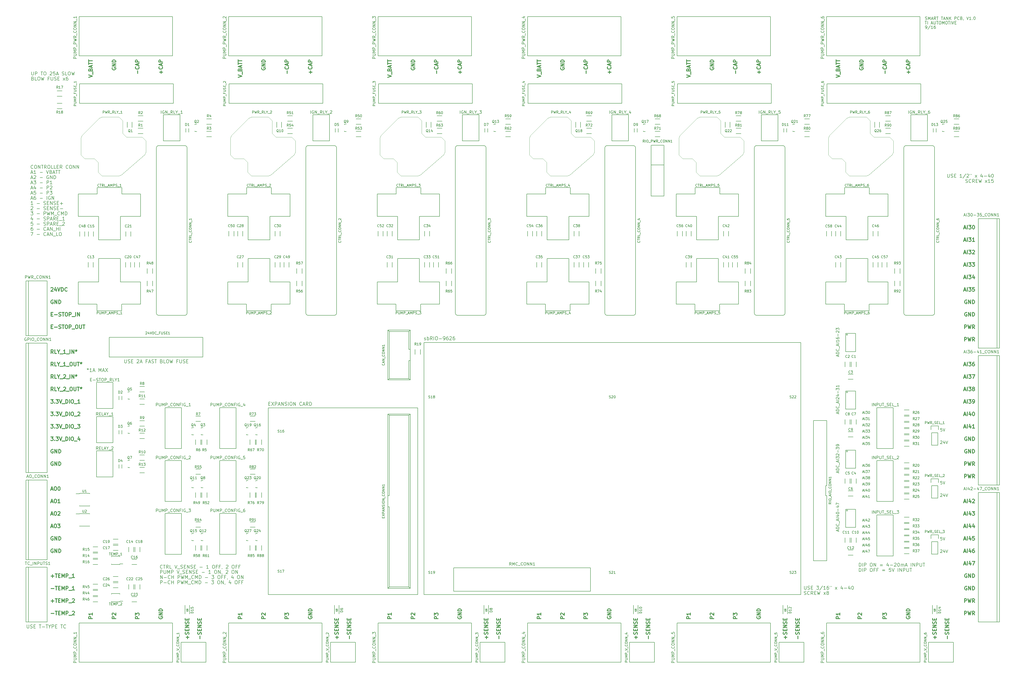
<source format=gbr>
G04 #@! TF.FileFunction,Legend,Top*
%FSLAX46Y46*%
G04 Gerber Fmt 4.6, Leading zero omitted, Abs format (unit mm)*
G04 Created by KiCad (PCBNEW 4.0.2-stable) date 10/20/2016 9:17:17 AM*
%MOMM*%
G01*
G04 APERTURE LIST*
%ADD10C,0.100000*%
%ADD11C,0.150000*%
%ADD12C,0.200000*%
%ADD13C,0.300000*%
G04 APERTURE END LIST*
D10*
D11*
X80673533Y-318384333D02*
X80673533Y-319517667D01*
X80740200Y-319651000D01*
X80806867Y-319717667D01*
X80940200Y-319784333D01*
X81206867Y-319784333D01*
X81340200Y-319717667D01*
X81406867Y-319651000D01*
X81473533Y-319517667D01*
X81473533Y-318384333D01*
X82073534Y-319717667D02*
X82273534Y-319784333D01*
X82606867Y-319784333D01*
X82740200Y-319717667D01*
X82806867Y-319651000D01*
X82873534Y-319517667D01*
X82873534Y-319384333D01*
X82806867Y-319251000D01*
X82740200Y-319184333D01*
X82606867Y-319117667D01*
X82340200Y-319051000D01*
X82206867Y-318984333D01*
X82140200Y-318917667D01*
X82073534Y-318784333D01*
X82073534Y-318651000D01*
X82140200Y-318517667D01*
X82206867Y-318451000D01*
X82340200Y-318384333D01*
X82673534Y-318384333D01*
X82873534Y-318451000D01*
X83473533Y-319051000D02*
X83940200Y-319051000D01*
X84140200Y-319784333D02*
X83473533Y-319784333D01*
X83473533Y-318384333D01*
X84140200Y-318384333D01*
X85606867Y-318384333D02*
X86406867Y-318384333D01*
X86006867Y-319784333D02*
X86006867Y-318384333D01*
X86873534Y-319251000D02*
X87940201Y-319251000D01*
X88406867Y-318384333D02*
X89206867Y-318384333D01*
X88806867Y-319784333D02*
X88806867Y-318384333D01*
X89940201Y-319117667D02*
X89940201Y-319784333D01*
X89473534Y-318384333D02*
X89940201Y-319117667D01*
X90406868Y-318384333D01*
X90873534Y-319784333D02*
X90873534Y-318384333D01*
X91406868Y-318384333D01*
X91540201Y-318451000D01*
X91606868Y-318517667D01*
X91673534Y-318651000D01*
X91673534Y-318851000D01*
X91606868Y-318984333D01*
X91540201Y-319051000D01*
X91406868Y-319117667D01*
X90873534Y-319117667D01*
X92273534Y-319051000D02*
X92740201Y-319051000D01*
X92940201Y-319784333D02*
X92273534Y-319784333D01*
X92273534Y-318384333D01*
X92940201Y-318384333D01*
X94406868Y-318384333D02*
X95206868Y-318384333D01*
X94806868Y-319784333D02*
X94806868Y-318384333D01*
X96473535Y-319651000D02*
X96406869Y-319717667D01*
X96206869Y-319784333D01*
X96073535Y-319784333D01*
X95873535Y-319717667D01*
X95740202Y-319584333D01*
X95673535Y-319451000D01*
X95606869Y-319184333D01*
X95606869Y-318984333D01*
X95673535Y-318717667D01*
X95740202Y-318584333D01*
X95873535Y-318451000D01*
X96073535Y-318384333D01*
X96206869Y-318384333D01*
X96406869Y-318451000D01*
X96473535Y-318517667D01*
X105511533Y-213736333D02*
X105511533Y-214069667D01*
X105178200Y-213936333D02*
X105511533Y-214069667D01*
X105844867Y-213936333D01*
X105311533Y-214336333D02*
X105511533Y-214069667D01*
X105711533Y-214336333D01*
X107111534Y-215136333D02*
X106311534Y-215136333D01*
X106711534Y-215136333D02*
X106711534Y-213736333D01*
X106578200Y-213936333D01*
X106444867Y-214069667D01*
X106311534Y-214136333D01*
X107644867Y-214736333D02*
X108311533Y-214736333D01*
X107511533Y-215136333D02*
X107978200Y-213736333D01*
X108444867Y-215136333D01*
X109978200Y-215136333D02*
X109978200Y-213736333D01*
X110444867Y-214736333D01*
X110911534Y-213736333D01*
X110911534Y-215136333D01*
X111511534Y-214736333D02*
X112178200Y-214736333D01*
X111378200Y-215136333D02*
X111844867Y-213736333D01*
X112311534Y-215136333D01*
X112644867Y-213736333D02*
X113578200Y-215136333D01*
X113578200Y-213736333D02*
X112644867Y-215136333D01*
X456056200Y-134449333D02*
X456056200Y-135582667D01*
X456122867Y-135716000D01*
X456189534Y-135782667D01*
X456322867Y-135849333D01*
X456589534Y-135849333D01*
X456722867Y-135782667D01*
X456789534Y-135716000D01*
X456856200Y-135582667D01*
X456856200Y-134449333D01*
X457456201Y-135782667D02*
X457656201Y-135849333D01*
X457989534Y-135849333D01*
X458122867Y-135782667D01*
X458189534Y-135716000D01*
X458256201Y-135582667D01*
X458256201Y-135449333D01*
X458189534Y-135316000D01*
X458122867Y-135249333D01*
X457989534Y-135182667D01*
X457722867Y-135116000D01*
X457589534Y-135049333D01*
X457522867Y-134982667D01*
X457456201Y-134849333D01*
X457456201Y-134716000D01*
X457522867Y-134582667D01*
X457589534Y-134516000D01*
X457722867Y-134449333D01*
X458056201Y-134449333D01*
X458256201Y-134516000D01*
X458856200Y-135116000D02*
X459322867Y-135116000D01*
X459522867Y-135849333D02*
X458856200Y-135849333D01*
X458856200Y-134449333D01*
X459522867Y-134449333D01*
X461922868Y-135849333D02*
X461122868Y-135849333D01*
X461522868Y-135849333D02*
X461522868Y-134449333D01*
X461389534Y-134649333D01*
X461256201Y-134782667D01*
X461122868Y-134849333D01*
X463522867Y-134382667D02*
X462322867Y-136182667D01*
X463922868Y-134582667D02*
X463989534Y-134516000D01*
X464122868Y-134449333D01*
X464456201Y-134449333D01*
X464589534Y-134516000D01*
X464656201Y-134582667D01*
X464722868Y-134716000D01*
X464722868Y-134849333D01*
X464656201Y-135049333D01*
X463856201Y-135849333D01*
X464722868Y-135849333D01*
X465256201Y-134449333D02*
X465256201Y-134716000D01*
X465789534Y-134449333D02*
X465789534Y-134716000D01*
X467322868Y-135849333D02*
X468056201Y-134916000D01*
X467322868Y-134916000D02*
X468056201Y-135849333D01*
X470256201Y-134916000D02*
X470256201Y-135849333D01*
X469922868Y-134382667D02*
X469589535Y-135382667D01*
X470456201Y-135382667D01*
X470989534Y-135316000D02*
X472056201Y-135316000D01*
X473322867Y-134916000D02*
X473322867Y-135849333D01*
X472989534Y-134382667D02*
X472656201Y-135382667D01*
X473522867Y-135382667D01*
X474322867Y-134449333D02*
X474456200Y-134449333D01*
X474589534Y-134516000D01*
X474656200Y-134582667D01*
X474722867Y-134716000D01*
X474789534Y-134982667D01*
X474789534Y-135316000D01*
X474722867Y-135582667D01*
X474656200Y-135716000D01*
X474589534Y-135782667D01*
X474456200Y-135849333D01*
X474322867Y-135849333D01*
X474189534Y-135782667D01*
X474122867Y-135716000D01*
X474056200Y-135582667D01*
X473989534Y-135316000D01*
X473989534Y-134982667D01*
X474056200Y-134716000D01*
X474122867Y-134582667D01*
X474189534Y-134516000D01*
X474322867Y-134449333D01*
X463456201Y-137892667D02*
X463656201Y-137959333D01*
X463989534Y-137959333D01*
X464122867Y-137892667D01*
X464189534Y-137826000D01*
X464256201Y-137692667D01*
X464256201Y-137559333D01*
X464189534Y-137426000D01*
X464122867Y-137359333D01*
X463989534Y-137292667D01*
X463722867Y-137226000D01*
X463589534Y-137159333D01*
X463522867Y-137092667D01*
X463456201Y-136959333D01*
X463456201Y-136826000D01*
X463522867Y-136692667D01*
X463589534Y-136626000D01*
X463722867Y-136559333D01*
X464056201Y-136559333D01*
X464256201Y-136626000D01*
X465656200Y-137826000D02*
X465589534Y-137892667D01*
X465389534Y-137959333D01*
X465256200Y-137959333D01*
X465056200Y-137892667D01*
X464922867Y-137759333D01*
X464856200Y-137626000D01*
X464789534Y-137359333D01*
X464789534Y-137159333D01*
X464856200Y-136892667D01*
X464922867Y-136759333D01*
X465056200Y-136626000D01*
X465256200Y-136559333D01*
X465389534Y-136559333D01*
X465589534Y-136626000D01*
X465656200Y-136692667D01*
X467056200Y-137959333D02*
X466589534Y-137292667D01*
X466256200Y-137959333D02*
X466256200Y-136559333D01*
X466789534Y-136559333D01*
X466922867Y-136626000D01*
X466989534Y-136692667D01*
X467056200Y-136826000D01*
X467056200Y-137026000D01*
X466989534Y-137159333D01*
X466922867Y-137226000D01*
X466789534Y-137292667D01*
X466256200Y-137292667D01*
X467656200Y-137226000D02*
X468122867Y-137226000D01*
X468322867Y-137959333D02*
X467656200Y-137959333D01*
X467656200Y-136559333D01*
X468322867Y-136559333D01*
X468789534Y-136559333D02*
X469122867Y-137959333D01*
X469389534Y-136959333D01*
X469656201Y-137959333D01*
X469989534Y-136559333D01*
X471456201Y-137959333D02*
X472189534Y-137026000D01*
X471456201Y-137026000D02*
X472189534Y-137959333D01*
X473456201Y-137959333D02*
X472656201Y-137959333D01*
X473056201Y-137959333D02*
X473056201Y-136559333D01*
X472922867Y-136759333D01*
X472789534Y-136892667D01*
X472656201Y-136959333D01*
X474722867Y-136559333D02*
X474056200Y-136559333D01*
X473989534Y-137226000D01*
X474056200Y-137159333D01*
X474189534Y-137092667D01*
X474522867Y-137092667D01*
X474656200Y-137159333D01*
X474722867Y-137226000D01*
X474789534Y-137359333D01*
X474789534Y-137692667D01*
X474722867Y-137826000D01*
X474656200Y-137892667D01*
X474522867Y-137959333D01*
X474189534Y-137959333D01*
X474056200Y-137892667D01*
X473989534Y-137826000D01*
X397665533Y-302597333D02*
X397665533Y-303730667D01*
X397732200Y-303864000D01*
X397798867Y-303930667D01*
X397932200Y-303997333D01*
X398198867Y-303997333D01*
X398332200Y-303930667D01*
X398398867Y-303864000D01*
X398465533Y-303730667D01*
X398465533Y-302597333D01*
X399065534Y-303930667D02*
X399265534Y-303997333D01*
X399598867Y-303997333D01*
X399732200Y-303930667D01*
X399798867Y-303864000D01*
X399865534Y-303730667D01*
X399865534Y-303597333D01*
X399798867Y-303464000D01*
X399732200Y-303397333D01*
X399598867Y-303330667D01*
X399332200Y-303264000D01*
X399198867Y-303197333D01*
X399132200Y-303130667D01*
X399065534Y-302997333D01*
X399065534Y-302864000D01*
X399132200Y-302730667D01*
X399198867Y-302664000D01*
X399332200Y-302597333D01*
X399665534Y-302597333D01*
X399865534Y-302664000D01*
X400465533Y-303264000D02*
X400932200Y-303264000D01*
X401132200Y-303997333D02*
X400465533Y-303997333D01*
X400465533Y-302597333D01*
X401132200Y-302597333D01*
X402665534Y-302597333D02*
X403532201Y-302597333D01*
X403065534Y-303130667D01*
X403265534Y-303130667D01*
X403398867Y-303197333D01*
X403465534Y-303264000D01*
X403532201Y-303397333D01*
X403532201Y-303730667D01*
X403465534Y-303864000D01*
X403398867Y-303930667D01*
X403265534Y-303997333D01*
X402865534Y-303997333D01*
X402732201Y-303930667D01*
X402665534Y-303864000D01*
X405132200Y-302530667D02*
X403932200Y-304330667D01*
X406332201Y-303997333D02*
X405532201Y-303997333D01*
X405932201Y-303997333D02*
X405932201Y-302597333D01*
X405798867Y-302797333D01*
X405665534Y-302930667D01*
X405532201Y-302997333D01*
X407532200Y-302597333D02*
X407265534Y-302597333D01*
X407132200Y-302664000D01*
X407065534Y-302730667D01*
X406932200Y-302930667D01*
X406865534Y-303197333D01*
X406865534Y-303730667D01*
X406932200Y-303864000D01*
X406998867Y-303930667D01*
X407132200Y-303997333D01*
X407398867Y-303997333D01*
X407532200Y-303930667D01*
X407598867Y-303864000D01*
X407665534Y-303730667D01*
X407665534Y-303397333D01*
X407598867Y-303264000D01*
X407532200Y-303197333D01*
X407398867Y-303130667D01*
X407132200Y-303130667D01*
X406998867Y-303197333D01*
X406932200Y-303264000D01*
X406865534Y-303397333D01*
X408198867Y-302597333D02*
X408198867Y-302864000D01*
X408732200Y-302597333D02*
X408732200Y-302864000D01*
X410265534Y-303997333D02*
X410998867Y-303064000D01*
X410265534Y-303064000D02*
X410998867Y-303997333D01*
X413198867Y-303064000D02*
X413198867Y-303997333D01*
X412865534Y-302530667D02*
X412532201Y-303530667D01*
X413398867Y-303530667D01*
X413932200Y-303464000D02*
X414998867Y-303464000D01*
X416265533Y-303064000D02*
X416265533Y-303997333D01*
X415932200Y-302530667D02*
X415598867Y-303530667D01*
X416465533Y-303530667D01*
X417265533Y-302597333D02*
X417398866Y-302597333D01*
X417532200Y-302664000D01*
X417598866Y-302730667D01*
X417665533Y-302864000D01*
X417732200Y-303130667D01*
X417732200Y-303464000D01*
X417665533Y-303730667D01*
X417598866Y-303864000D01*
X417532200Y-303930667D01*
X417398866Y-303997333D01*
X417265533Y-303997333D01*
X417132200Y-303930667D01*
X417065533Y-303864000D01*
X416998866Y-303730667D01*
X416932200Y-303464000D01*
X416932200Y-303130667D01*
X416998866Y-302864000D01*
X417065533Y-302730667D01*
X417132200Y-302664000D01*
X417265533Y-302597333D01*
X397598867Y-306040667D02*
X397798867Y-306107333D01*
X398132200Y-306107333D01*
X398265533Y-306040667D01*
X398332200Y-305974000D01*
X398398867Y-305840667D01*
X398398867Y-305707333D01*
X398332200Y-305574000D01*
X398265533Y-305507333D01*
X398132200Y-305440667D01*
X397865533Y-305374000D01*
X397732200Y-305307333D01*
X397665533Y-305240667D01*
X397598867Y-305107333D01*
X397598867Y-304974000D01*
X397665533Y-304840667D01*
X397732200Y-304774000D01*
X397865533Y-304707333D01*
X398198867Y-304707333D01*
X398398867Y-304774000D01*
X399798866Y-305974000D02*
X399732200Y-306040667D01*
X399532200Y-306107333D01*
X399398866Y-306107333D01*
X399198866Y-306040667D01*
X399065533Y-305907333D01*
X398998866Y-305774000D01*
X398932200Y-305507333D01*
X398932200Y-305307333D01*
X398998866Y-305040667D01*
X399065533Y-304907333D01*
X399198866Y-304774000D01*
X399398866Y-304707333D01*
X399532200Y-304707333D01*
X399732200Y-304774000D01*
X399798866Y-304840667D01*
X401198866Y-306107333D02*
X400732200Y-305440667D01*
X400398866Y-306107333D02*
X400398866Y-304707333D01*
X400932200Y-304707333D01*
X401065533Y-304774000D01*
X401132200Y-304840667D01*
X401198866Y-304974000D01*
X401198866Y-305174000D01*
X401132200Y-305307333D01*
X401065533Y-305374000D01*
X400932200Y-305440667D01*
X400398866Y-305440667D01*
X401798866Y-305374000D02*
X402265533Y-305374000D01*
X402465533Y-306107333D02*
X401798866Y-306107333D01*
X401798866Y-304707333D01*
X402465533Y-304707333D01*
X402932200Y-304707333D02*
X403265533Y-306107333D01*
X403532200Y-305107333D01*
X403798867Y-306107333D01*
X404132200Y-304707333D01*
X405598867Y-306107333D02*
X406332200Y-305174000D01*
X405598867Y-305174000D02*
X406332200Y-306107333D01*
X407065533Y-305307333D02*
X406932200Y-305240667D01*
X406865533Y-305174000D01*
X406798867Y-305040667D01*
X406798867Y-304974000D01*
X406865533Y-304840667D01*
X406932200Y-304774000D01*
X407065533Y-304707333D01*
X407332200Y-304707333D01*
X407465533Y-304774000D01*
X407532200Y-304840667D01*
X407598867Y-304974000D01*
X407598867Y-305040667D01*
X407532200Y-305174000D01*
X407465533Y-305240667D01*
X407332200Y-305307333D01*
X407065533Y-305307333D01*
X406932200Y-305374000D01*
X406865533Y-305440667D01*
X406798867Y-305574000D01*
X406798867Y-305840667D01*
X406865533Y-305974000D01*
X406932200Y-306040667D01*
X407065533Y-306107333D01*
X407332200Y-306107333D01*
X407465533Y-306040667D01*
X407532200Y-305974000D01*
X407598867Y-305840667D01*
X407598867Y-305574000D01*
X407532200Y-305440667D01*
X407465533Y-305374000D01*
X407332200Y-305307333D01*
X421462581Y-288583667D02*
X421938772Y-288583667D01*
X421367343Y-288869381D02*
X421700676Y-287869381D01*
X422034010Y-288869381D01*
X422367343Y-288869381D02*
X422367343Y-287869381D01*
X423272105Y-288202714D02*
X423272105Y-288869381D01*
X423034009Y-287821762D02*
X422795914Y-288536048D01*
X423414962Y-288536048D01*
X423700676Y-287869381D02*
X424367343Y-287869381D01*
X423938771Y-288869381D01*
X421462581Y-286043667D02*
X421938772Y-286043667D01*
X421367343Y-286329381D02*
X421700676Y-285329381D01*
X422034010Y-286329381D01*
X422367343Y-286329381D02*
X422367343Y-285329381D01*
X423272105Y-285662714D02*
X423272105Y-286329381D01*
X423034009Y-285281762D02*
X422795914Y-285996048D01*
X423414962Y-285996048D01*
X424224486Y-285329381D02*
X424034009Y-285329381D01*
X423938771Y-285377000D01*
X423891152Y-285424619D01*
X423795914Y-285567476D01*
X423748295Y-285757952D01*
X423748295Y-286138905D01*
X423795914Y-286234143D01*
X423843533Y-286281762D01*
X423938771Y-286329381D01*
X424129248Y-286329381D01*
X424224486Y-286281762D01*
X424272105Y-286234143D01*
X424319724Y-286138905D01*
X424319724Y-285900810D01*
X424272105Y-285805571D01*
X424224486Y-285757952D01*
X424129248Y-285710333D01*
X423938771Y-285710333D01*
X423843533Y-285757952D01*
X423795914Y-285805571D01*
X423748295Y-285900810D01*
X421462581Y-283503667D02*
X421938772Y-283503667D01*
X421367343Y-283789381D02*
X421700676Y-282789381D01*
X422034010Y-283789381D01*
X422367343Y-283789381D02*
X422367343Y-282789381D01*
X423272105Y-283122714D02*
X423272105Y-283789381D01*
X423034009Y-282741762D02*
X422795914Y-283456048D01*
X423414962Y-283456048D01*
X424272105Y-282789381D02*
X423795914Y-282789381D01*
X423748295Y-283265571D01*
X423795914Y-283217952D01*
X423891152Y-283170333D01*
X424129248Y-283170333D01*
X424224486Y-283217952D01*
X424272105Y-283265571D01*
X424319724Y-283360810D01*
X424319724Y-283598905D01*
X424272105Y-283694143D01*
X424224486Y-283741762D01*
X424129248Y-283789381D01*
X423891152Y-283789381D01*
X423795914Y-283741762D01*
X423748295Y-283694143D01*
X421462581Y-280963667D02*
X421938772Y-280963667D01*
X421367343Y-281249381D02*
X421700676Y-280249381D01*
X422034010Y-281249381D01*
X422367343Y-281249381D02*
X422367343Y-280249381D01*
X423272105Y-280582714D02*
X423272105Y-281249381D01*
X423034009Y-280201762D02*
X422795914Y-280916048D01*
X423414962Y-280916048D01*
X424224486Y-280582714D02*
X424224486Y-281249381D01*
X423986390Y-280201762D02*
X423748295Y-280916048D01*
X424367343Y-280916048D01*
X421462581Y-278423667D02*
X421938772Y-278423667D01*
X421367343Y-278709381D02*
X421700676Y-277709381D01*
X422034010Y-278709381D01*
X422367343Y-278709381D02*
X422367343Y-277709381D01*
X423272105Y-278042714D02*
X423272105Y-278709381D01*
X423034009Y-277661762D02*
X422795914Y-278376048D01*
X423414962Y-278376048D01*
X423700676Y-277709381D02*
X424319724Y-277709381D01*
X423986390Y-278090333D01*
X424129248Y-278090333D01*
X424224486Y-278137952D01*
X424272105Y-278185571D01*
X424319724Y-278280810D01*
X424319724Y-278518905D01*
X424272105Y-278614143D01*
X424224486Y-278661762D01*
X424129248Y-278709381D01*
X423843533Y-278709381D01*
X423748295Y-278661762D01*
X423700676Y-278614143D01*
X421462581Y-275883667D02*
X421938772Y-275883667D01*
X421367343Y-276169381D02*
X421700676Y-275169381D01*
X422034010Y-276169381D01*
X422367343Y-276169381D02*
X422367343Y-275169381D01*
X423272105Y-275502714D02*
X423272105Y-276169381D01*
X423034009Y-275121762D02*
X422795914Y-275836048D01*
X423414962Y-275836048D01*
X423748295Y-275264619D02*
X423795914Y-275217000D01*
X423891152Y-275169381D01*
X424129248Y-275169381D01*
X424224486Y-275217000D01*
X424272105Y-275264619D01*
X424319724Y-275359857D01*
X424319724Y-275455095D01*
X424272105Y-275597952D01*
X423700676Y-276169381D01*
X424319724Y-276169381D01*
X421462581Y-266231667D02*
X421938772Y-266231667D01*
X421367343Y-266517381D02*
X421700676Y-265517381D01*
X422034010Y-266517381D01*
X422367343Y-266517381D02*
X422367343Y-265517381D01*
X423272105Y-265850714D02*
X423272105Y-266517381D01*
X423034009Y-265469762D02*
X422795914Y-266184048D01*
X423414962Y-266184048D01*
X424319724Y-266517381D02*
X423748295Y-266517381D01*
X424034009Y-266517381D02*
X424034009Y-265517381D01*
X423938771Y-265660238D01*
X423843533Y-265755476D01*
X423748295Y-265803095D01*
X421462581Y-263691667D02*
X421938772Y-263691667D01*
X421367343Y-263977381D02*
X421700676Y-262977381D01*
X422034010Y-263977381D01*
X422367343Y-263977381D02*
X422367343Y-262977381D01*
X423272105Y-263310714D02*
X423272105Y-263977381D01*
X423034009Y-262929762D02*
X422795914Y-263644048D01*
X423414962Y-263644048D01*
X423986390Y-262977381D02*
X424081629Y-262977381D01*
X424176867Y-263025000D01*
X424224486Y-263072619D01*
X424272105Y-263167857D01*
X424319724Y-263358333D01*
X424319724Y-263596429D01*
X424272105Y-263786905D01*
X424224486Y-263882143D01*
X424176867Y-263929762D01*
X424081629Y-263977381D01*
X423986390Y-263977381D01*
X423891152Y-263929762D01*
X423843533Y-263882143D01*
X423795914Y-263786905D01*
X423748295Y-263596429D01*
X423748295Y-263358333D01*
X423795914Y-263167857D01*
X423843533Y-263072619D01*
X423891152Y-263025000D01*
X423986390Y-262977381D01*
X421462581Y-261151667D02*
X421938772Y-261151667D01*
X421367343Y-261437381D02*
X421700676Y-260437381D01*
X422034010Y-261437381D01*
X422367343Y-261437381D02*
X422367343Y-260437381D01*
X422748295Y-260437381D02*
X423367343Y-260437381D01*
X423034009Y-260818333D01*
X423176867Y-260818333D01*
X423272105Y-260865952D01*
X423319724Y-260913571D01*
X423367343Y-261008810D01*
X423367343Y-261246905D01*
X423319724Y-261342143D01*
X423272105Y-261389762D01*
X423176867Y-261437381D01*
X422891152Y-261437381D01*
X422795914Y-261389762D01*
X422748295Y-261342143D01*
X423843533Y-261437381D02*
X424034009Y-261437381D01*
X424129248Y-261389762D01*
X424176867Y-261342143D01*
X424272105Y-261199286D01*
X424319724Y-261008810D01*
X424319724Y-260627857D01*
X424272105Y-260532619D01*
X424224486Y-260485000D01*
X424129248Y-260437381D01*
X423938771Y-260437381D01*
X423843533Y-260485000D01*
X423795914Y-260532619D01*
X423748295Y-260627857D01*
X423748295Y-260865952D01*
X423795914Y-260961190D01*
X423843533Y-261008810D01*
X423938771Y-261056429D01*
X424129248Y-261056429D01*
X424224486Y-261008810D01*
X424272105Y-260961190D01*
X424319724Y-260865952D01*
X421462581Y-258611667D02*
X421938772Y-258611667D01*
X421367343Y-258897381D02*
X421700676Y-257897381D01*
X422034010Y-258897381D01*
X422367343Y-258897381D02*
X422367343Y-257897381D01*
X422748295Y-257897381D02*
X423367343Y-257897381D01*
X423034009Y-258278333D01*
X423176867Y-258278333D01*
X423272105Y-258325952D01*
X423319724Y-258373571D01*
X423367343Y-258468810D01*
X423367343Y-258706905D01*
X423319724Y-258802143D01*
X423272105Y-258849762D01*
X423176867Y-258897381D01*
X422891152Y-258897381D01*
X422795914Y-258849762D01*
X422748295Y-258802143D01*
X423938771Y-258325952D02*
X423843533Y-258278333D01*
X423795914Y-258230714D01*
X423748295Y-258135476D01*
X423748295Y-258087857D01*
X423795914Y-257992619D01*
X423843533Y-257945000D01*
X423938771Y-257897381D01*
X424129248Y-257897381D01*
X424224486Y-257945000D01*
X424272105Y-257992619D01*
X424319724Y-258087857D01*
X424319724Y-258135476D01*
X424272105Y-258230714D01*
X424224486Y-258278333D01*
X424129248Y-258325952D01*
X423938771Y-258325952D01*
X423843533Y-258373571D01*
X423795914Y-258421190D01*
X423748295Y-258516429D01*
X423748295Y-258706905D01*
X423795914Y-258802143D01*
X423843533Y-258849762D01*
X423938771Y-258897381D01*
X424129248Y-258897381D01*
X424224486Y-258849762D01*
X424272105Y-258802143D01*
X424319724Y-258706905D01*
X424319724Y-258516429D01*
X424272105Y-258421190D01*
X424224486Y-258373571D01*
X424129248Y-258325952D01*
X421462581Y-256071667D02*
X421938772Y-256071667D01*
X421367343Y-256357381D02*
X421700676Y-255357381D01*
X422034010Y-256357381D01*
X422367343Y-256357381D02*
X422367343Y-255357381D01*
X422748295Y-255357381D02*
X423367343Y-255357381D01*
X423034009Y-255738333D01*
X423176867Y-255738333D01*
X423272105Y-255785952D01*
X423319724Y-255833571D01*
X423367343Y-255928810D01*
X423367343Y-256166905D01*
X423319724Y-256262143D01*
X423272105Y-256309762D01*
X423176867Y-256357381D01*
X422891152Y-256357381D01*
X422795914Y-256309762D01*
X422748295Y-256262143D01*
X423700676Y-255357381D02*
X424367343Y-255357381D01*
X423938771Y-256357381D01*
X421462581Y-253531667D02*
X421938772Y-253531667D01*
X421367343Y-253817381D02*
X421700676Y-252817381D01*
X422034010Y-253817381D01*
X422367343Y-253817381D02*
X422367343Y-252817381D01*
X422748295Y-252817381D02*
X423367343Y-252817381D01*
X423034009Y-253198333D01*
X423176867Y-253198333D01*
X423272105Y-253245952D01*
X423319724Y-253293571D01*
X423367343Y-253388810D01*
X423367343Y-253626905D01*
X423319724Y-253722143D01*
X423272105Y-253769762D01*
X423176867Y-253817381D01*
X422891152Y-253817381D01*
X422795914Y-253769762D01*
X422748295Y-253722143D01*
X424224486Y-252817381D02*
X424034009Y-252817381D01*
X423938771Y-252865000D01*
X423891152Y-252912619D01*
X423795914Y-253055476D01*
X423748295Y-253245952D01*
X423748295Y-253626905D01*
X423795914Y-253722143D01*
X423843533Y-253769762D01*
X423938771Y-253817381D01*
X424129248Y-253817381D01*
X424224486Y-253769762D01*
X424272105Y-253722143D01*
X424319724Y-253626905D01*
X424319724Y-253388810D01*
X424272105Y-253293571D01*
X424224486Y-253245952D01*
X424129248Y-253198333D01*
X423938771Y-253198333D01*
X423843533Y-253245952D01*
X423795914Y-253293571D01*
X423748295Y-253388810D01*
X421462581Y-244641667D02*
X421938772Y-244641667D01*
X421367343Y-244927381D02*
X421700676Y-243927381D01*
X422034010Y-244927381D01*
X422367343Y-244927381D02*
X422367343Y-243927381D01*
X422748295Y-243927381D02*
X423367343Y-243927381D01*
X423034009Y-244308333D01*
X423176867Y-244308333D01*
X423272105Y-244355952D01*
X423319724Y-244403571D01*
X423367343Y-244498810D01*
X423367343Y-244736905D01*
X423319724Y-244832143D01*
X423272105Y-244879762D01*
X423176867Y-244927381D01*
X422891152Y-244927381D01*
X422795914Y-244879762D01*
X422748295Y-244832143D01*
X424272105Y-243927381D02*
X423795914Y-243927381D01*
X423748295Y-244403571D01*
X423795914Y-244355952D01*
X423891152Y-244308333D01*
X424129248Y-244308333D01*
X424224486Y-244355952D01*
X424272105Y-244403571D01*
X424319724Y-244498810D01*
X424319724Y-244736905D01*
X424272105Y-244832143D01*
X424224486Y-244879762D01*
X424129248Y-244927381D01*
X423891152Y-244927381D01*
X423795914Y-244879762D01*
X423748295Y-244832143D01*
X421462581Y-242101667D02*
X421938772Y-242101667D01*
X421367343Y-242387381D02*
X421700676Y-241387381D01*
X422034010Y-242387381D01*
X422367343Y-242387381D02*
X422367343Y-241387381D01*
X422748295Y-241387381D02*
X423367343Y-241387381D01*
X423034009Y-241768333D01*
X423176867Y-241768333D01*
X423272105Y-241815952D01*
X423319724Y-241863571D01*
X423367343Y-241958810D01*
X423367343Y-242196905D01*
X423319724Y-242292143D01*
X423272105Y-242339762D01*
X423176867Y-242387381D01*
X422891152Y-242387381D01*
X422795914Y-242339762D01*
X422748295Y-242292143D01*
X424224486Y-241720714D02*
X424224486Y-242387381D01*
X423986390Y-241339762D02*
X423748295Y-242054048D01*
X424367343Y-242054048D01*
X421462581Y-239561667D02*
X421938772Y-239561667D01*
X421367343Y-239847381D02*
X421700676Y-238847381D01*
X422034010Y-239847381D01*
X422367343Y-239847381D02*
X422367343Y-238847381D01*
X422748295Y-238847381D02*
X423367343Y-238847381D01*
X423034009Y-239228333D01*
X423176867Y-239228333D01*
X423272105Y-239275952D01*
X423319724Y-239323571D01*
X423367343Y-239418810D01*
X423367343Y-239656905D01*
X423319724Y-239752143D01*
X423272105Y-239799762D01*
X423176867Y-239847381D01*
X422891152Y-239847381D01*
X422795914Y-239799762D01*
X422748295Y-239752143D01*
X423700676Y-238847381D02*
X424319724Y-238847381D01*
X423986390Y-239228333D01*
X424129248Y-239228333D01*
X424224486Y-239275952D01*
X424272105Y-239323571D01*
X424319724Y-239418810D01*
X424319724Y-239656905D01*
X424272105Y-239752143D01*
X424224486Y-239799762D01*
X424129248Y-239847381D01*
X423843533Y-239847381D01*
X423748295Y-239799762D01*
X423700676Y-239752143D01*
X421462581Y-237021667D02*
X421938772Y-237021667D01*
X421367343Y-237307381D02*
X421700676Y-236307381D01*
X422034010Y-237307381D01*
X422367343Y-237307381D02*
X422367343Y-236307381D01*
X422748295Y-236307381D02*
X423367343Y-236307381D01*
X423034009Y-236688333D01*
X423176867Y-236688333D01*
X423272105Y-236735952D01*
X423319724Y-236783571D01*
X423367343Y-236878810D01*
X423367343Y-237116905D01*
X423319724Y-237212143D01*
X423272105Y-237259762D01*
X423176867Y-237307381D01*
X422891152Y-237307381D01*
X422795914Y-237259762D01*
X422748295Y-237212143D01*
X423748295Y-236402619D02*
X423795914Y-236355000D01*
X423891152Y-236307381D01*
X424129248Y-236307381D01*
X424224486Y-236355000D01*
X424272105Y-236402619D01*
X424319724Y-236497857D01*
X424319724Y-236593095D01*
X424272105Y-236735952D01*
X423700676Y-237307381D01*
X424319724Y-237307381D01*
X421462581Y-234481667D02*
X421938772Y-234481667D01*
X421367343Y-234767381D02*
X421700676Y-233767381D01*
X422034010Y-234767381D01*
X422367343Y-234767381D02*
X422367343Y-233767381D01*
X422748295Y-233767381D02*
X423367343Y-233767381D01*
X423034009Y-234148333D01*
X423176867Y-234148333D01*
X423272105Y-234195952D01*
X423319724Y-234243571D01*
X423367343Y-234338810D01*
X423367343Y-234576905D01*
X423319724Y-234672143D01*
X423272105Y-234719762D01*
X423176867Y-234767381D01*
X422891152Y-234767381D01*
X422795914Y-234719762D01*
X422748295Y-234672143D01*
X424319724Y-234767381D02*
X423748295Y-234767381D01*
X424034009Y-234767381D02*
X424034009Y-233767381D01*
X423938771Y-233910238D01*
X423843533Y-234005476D01*
X423748295Y-234053095D01*
X421462581Y-231941667D02*
X421938772Y-231941667D01*
X421367343Y-232227381D02*
X421700676Y-231227381D01*
X422034010Y-232227381D01*
X422367343Y-232227381D02*
X422367343Y-231227381D01*
X422748295Y-231227381D02*
X423367343Y-231227381D01*
X423034009Y-231608333D01*
X423176867Y-231608333D01*
X423272105Y-231655952D01*
X423319724Y-231703571D01*
X423367343Y-231798810D01*
X423367343Y-232036905D01*
X423319724Y-232132143D01*
X423272105Y-232179762D01*
X423176867Y-232227381D01*
X422891152Y-232227381D01*
X422795914Y-232179762D01*
X422748295Y-232132143D01*
X423986390Y-231227381D02*
X424081629Y-231227381D01*
X424176867Y-231275000D01*
X424224486Y-231322619D01*
X424272105Y-231417857D01*
X424319724Y-231608333D01*
X424319724Y-231846429D01*
X424272105Y-232036905D01*
X424224486Y-232132143D01*
X424176867Y-232179762D01*
X424081629Y-232227381D01*
X423986390Y-232227381D01*
X423891152Y-232179762D01*
X423843533Y-232132143D01*
X423795914Y-232036905D01*
X423748295Y-231846429D01*
X423748295Y-231608333D01*
X423795914Y-231417857D01*
X423843533Y-231322619D01*
X423891152Y-231275000D01*
X423986390Y-231227381D01*
X420017533Y-294599333D02*
X420017533Y-293199333D01*
X420350867Y-293199333D01*
X420550867Y-293266000D01*
X420684200Y-293399333D01*
X420750867Y-293532667D01*
X420817533Y-293799333D01*
X420817533Y-293999333D01*
X420750867Y-294266000D01*
X420684200Y-294399333D01*
X420550867Y-294532667D01*
X420350867Y-294599333D01*
X420017533Y-294599333D01*
X421417533Y-294599333D02*
X421417533Y-293199333D01*
X422084200Y-294599333D02*
X422084200Y-293199333D01*
X422617534Y-293199333D01*
X422750867Y-293266000D01*
X422817534Y-293332667D01*
X422884200Y-293466000D01*
X422884200Y-293666000D01*
X422817534Y-293799333D01*
X422750867Y-293866000D01*
X422617534Y-293932667D01*
X422084200Y-293932667D01*
X424817534Y-293199333D02*
X425084201Y-293199333D01*
X425217534Y-293266000D01*
X425350867Y-293399333D01*
X425417534Y-293666000D01*
X425417534Y-294132667D01*
X425350867Y-294399333D01*
X425217534Y-294532667D01*
X425084201Y-294599333D01*
X424817534Y-294599333D01*
X424684201Y-294532667D01*
X424550867Y-294399333D01*
X424484201Y-294132667D01*
X424484201Y-293666000D01*
X424550867Y-293399333D01*
X424684201Y-293266000D01*
X424817534Y-293199333D01*
X426017534Y-294599333D02*
X426017534Y-293199333D01*
X426817534Y-294599333D01*
X426817534Y-293199333D01*
X428550868Y-293866000D02*
X429617535Y-293866000D01*
X429617535Y-294266000D02*
X428550868Y-294266000D01*
X431950868Y-293666000D02*
X431950868Y-294599333D01*
X431617535Y-293132667D02*
X431284202Y-294132667D01*
X432150868Y-294132667D01*
X432684201Y-294066000D02*
X433750868Y-294066000D01*
X434350868Y-293332667D02*
X434417534Y-293266000D01*
X434550868Y-293199333D01*
X434884201Y-293199333D01*
X435017534Y-293266000D01*
X435084201Y-293332667D01*
X435150868Y-293466000D01*
X435150868Y-293599333D01*
X435084201Y-293799333D01*
X434284201Y-294599333D01*
X435150868Y-294599333D01*
X436017534Y-293199333D02*
X436150867Y-293199333D01*
X436284201Y-293266000D01*
X436350867Y-293332667D01*
X436417534Y-293466000D01*
X436484201Y-293732667D01*
X436484201Y-294066000D01*
X436417534Y-294332667D01*
X436350867Y-294466000D01*
X436284201Y-294532667D01*
X436150867Y-294599333D01*
X436017534Y-294599333D01*
X435884201Y-294532667D01*
X435817534Y-294466000D01*
X435750867Y-294332667D01*
X435684201Y-294066000D01*
X435684201Y-293732667D01*
X435750867Y-293466000D01*
X435817534Y-293332667D01*
X435884201Y-293266000D01*
X436017534Y-293199333D01*
X437084200Y-294599333D02*
X437084200Y-293666000D01*
X437084200Y-293799333D02*
X437150867Y-293732667D01*
X437284200Y-293666000D01*
X437484200Y-293666000D01*
X437617534Y-293732667D01*
X437684200Y-293866000D01*
X437684200Y-294599333D01*
X437684200Y-293866000D02*
X437750867Y-293732667D01*
X437884200Y-293666000D01*
X438084200Y-293666000D01*
X438217534Y-293732667D01*
X438284200Y-293866000D01*
X438284200Y-294599333D01*
X438884201Y-294199333D02*
X439550867Y-294199333D01*
X438750867Y-294599333D02*
X439217534Y-293199333D01*
X439684201Y-294599333D01*
X441217534Y-294599333D02*
X441217534Y-293199333D01*
X441884201Y-294599333D02*
X441884201Y-293199333D01*
X442684201Y-294599333D01*
X442684201Y-293199333D01*
X443350868Y-294599333D02*
X443350868Y-293199333D01*
X443884202Y-293199333D01*
X444017535Y-293266000D01*
X444084202Y-293332667D01*
X444150868Y-293466000D01*
X444150868Y-293666000D01*
X444084202Y-293799333D01*
X444017535Y-293866000D01*
X443884202Y-293932667D01*
X443350868Y-293932667D01*
X444750868Y-293199333D02*
X444750868Y-294332667D01*
X444817535Y-294466000D01*
X444884202Y-294532667D01*
X445017535Y-294599333D01*
X445284202Y-294599333D01*
X445417535Y-294532667D01*
X445484202Y-294466000D01*
X445550868Y-294332667D01*
X445550868Y-293199333D01*
X446017535Y-293199333D02*
X446817535Y-293199333D01*
X446417535Y-294599333D02*
X446417535Y-293199333D01*
X420017533Y-296709333D02*
X420017533Y-295309333D01*
X420350867Y-295309333D01*
X420550867Y-295376000D01*
X420684200Y-295509333D01*
X420750867Y-295642667D01*
X420817533Y-295909333D01*
X420817533Y-296109333D01*
X420750867Y-296376000D01*
X420684200Y-296509333D01*
X420550867Y-296642667D01*
X420350867Y-296709333D01*
X420017533Y-296709333D01*
X421417533Y-296709333D02*
X421417533Y-295309333D01*
X422084200Y-296709333D02*
X422084200Y-295309333D01*
X422617534Y-295309333D01*
X422750867Y-295376000D01*
X422817534Y-295442667D01*
X422884200Y-295576000D01*
X422884200Y-295776000D01*
X422817534Y-295909333D01*
X422750867Y-295976000D01*
X422617534Y-296042667D01*
X422084200Y-296042667D01*
X424817534Y-295309333D02*
X425084201Y-295309333D01*
X425217534Y-295376000D01*
X425350867Y-295509333D01*
X425417534Y-295776000D01*
X425417534Y-296242667D01*
X425350867Y-296509333D01*
X425217534Y-296642667D01*
X425084201Y-296709333D01*
X424817534Y-296709333D01*
X424684201Y-296642667D01*
X424550867Y-296509333D01*
X424484201Y-296242667D01*
X424484201Y-295776000D01*
X424550867Y-295509333D01*
X424684201Y-295376000D01*
X424817534Y-295309333D01*
X426484201Y-295976000D02*
X426017534Y-295976000D01*
X426017534Y-296709333D02*
X426017534Y-295309333D01*
X426684201Y-295309333D01*
X427684201Y-295976000D02*
X427217534Y-295976000D01*
X427217534Y-296709333D02*
X427217534Y-295309333D01*
X427884201Y-295309333D01*
X429484201Y-295976000D02*
X430550868Y-295976000D01*
X430550868Y-296376000D02*
X429484201Y-296376000D01*
X432950868Y-295309333D02*
X432284201Y-295309333D01*
X432217535Y-295976000D01*
X432284201Y-295909333D01*
X432417535Y-295842667D01*
X432750868Y-295842667D01*
X432884201Y-295909333D01*
X432950868Y-295976000D01*
X433017535Y-296109333D01*
X433017535Y-296442667D01*
X432950868Y-296576000D01*
X432884201Y-296642667D01*
X432750868Y-296709333D01*
X432417535Y-296709333D01*
X432284201Y-296642667D01*
X432217535Y-296576000D01*
X433417534Y-295309333D02*
X433884201Y-296709333D01*
X434350868Y-295309333D01*
X435884201Y-296709333D02*
X435884201Y-295309333D01*
X436550868Y-296709333D02*
X436550868Y-295309333D01*
X437350868Y-296709333D01*
X437350868Y-295309333D01*
X438017535Y-296709333D02*
X438017535Y-295309333D01*
X438550869Y-295309333D01*
X438684202Y-295376000D01*
X438750869Y-295442667D01*
X438817535Y-295576000D01*
X438817535Y-295776000D01*
X438750869Y-295909333D01*
X438684202Y-295976000D01*
X438550869Y-296042667D01*
X438017535Y-296042667D01*
X439417535Y-295309333D02*
X439417535Y-296442667D01*
X439484202Y-296576000D01*
X439550869Y-296642667D01*
X439684202Y-296709333D01*
X439950869Y-296709333D01*
X440084202Y-296642667D01*
X440150869Y-296576000D01*
X440217535Y-296442667D01*
X440217535Y-295309333D01*
X440684202Y-295309333D02*
X441484202Y-295309333D01*
X441084202Y-296709333D02*
X441084202Y-295309333D01*
X453186771Y-287874143D02*
X453243914Y-287817000D01*
X453358200Y-287759857D01*
X453643914Y-287759857D01*
X453758200Y-287817000D01*
X453815343Y-287874143D01*
X453872486Y-287988429D01*
X453872486Y-288102714D01*
X453815343Y-288274143D01*
X453129629Y-288959857D01*
X453872486Y-288959857D01*
X454901057Y-288159857D02*
X454901057Y-288959857D01*
X454615343Y-287702714D02*
X454329628Y-288559857D01*
X455072486Y-288559857D01*
X455358200Y-287759857D02*
X455758200Y-288959857D01*
X456158200Y-287759857D01*
X453815343Y-282679857D02*
X453243914Y-282679857D01*
X453186771Y-283251286D01*
X453243914Y-283194143D01*
X453358200Y-283137000D01*
X453643914Y-283137000D01*
X453758200Y-283194143D01*
X453815343Y-283251286D01*
X453872486Y-283365571D01*
X453872486Y-283651286D01*
X453815343Y-283765571D01*
X453758200Y-283822714D01*
X453643914Y-283879857D01*
X453358200Y-283879857D01*
X453243914Y-283822714D01*
X453186771Y-283765571D01*
X454215343Y-282679857D02*
X454615343Y-283879857D01*
X455015343Y-282679857D01*
X453186771Y-265014143D02*
X453243914Y-264957000D01*
X453358200Y-264899857D01*
X453643914Y-264899857D01*
X453758200Y-264957000D01*
X453815343Y-265014143D01*
X453872486Y-265128429D01*
X453872486Y-265242714D01*
X453815343Y-265414143D01*
X453129629Y-266099857D01*
X453872486Y-266099857D01*
X454901057Y-265299857D02*
X454901057Y-266099857D01*
X454615343Y-264842714D02*
X454329628Y-265699857D01*
X455072486Y-265699857D01*
X455358200Y-264899857D02*
X455758200Y-266099857D01*
X456158200Y-264899857D01*
X453815343Y-259819857D02*
X453243914Y-259819857D01*
X453186771Y-260391286D01*
X453243914Y-260334143D01*
X453358200Y-260277000D01*
X453643914Y-260277000D01*
X453758200Y-260334143D01*
X453815343Y-260391286D01*
X453872486Y-260505571D01*
X453872486Y-260791286D01*
X453815343Y-260905571D01*
X453758200Y-260962714D01*
X453643914Y-261019857D01*
X453358200Y-261019857D01*
X453243914Y-260962714D01*
X453186771Y-260905571D01*
X454215343Y-259819857D02*
X454615343Y-261019857D01*
X455015343Y-259819857D01*
X453186771Y-243424143D02*
X453243914Y-243367000D01*
X453358200Y-243309857D01*
X453643914Y-243309857D01*
X453758200Y-243367000D01*
X453815343Y-243424143D01*
X453872486Y-243538429D01*
X453872486Y-243652714D01*
X453815343Y-243824143D01*
X453129629Y-244509857D01*
X453872486Y-244509857D01*
X454901057Y-243709857D02*
X454901057Y-244509857D01*
X454615343Y-243252714D02*
X454329628Y-244109857D01*
X455072486Y-244109857D01*
X455358200Y-243309857D02*
X455758200Y-244509857D01*
X456158200Y-243309857D01*
X453815343Y-238229857D02*
X453243914Y-238229857D01*
X453186771Y-238801286D01*
X453243914Y-238744143D01*
X453358200Y-238687000D01*
X453643914Y-238687000D01*
X453758200Y-238744143D01*
X453815343Y-238801286D01*
X453872486Y-238915571D01*
X453872486Y-239201286D01*
X453815343Y-239315571D01*
X453758200Y-239372714D01*
X453643914Y-239429857D01*
X453358200Y-239429857D01*
X453243914Y-239372714D01*
X453186771Y-239315571D01*
X454215343Y-238229857D02*
X454615343Y-239429857D01*
X455015343Y-238229857D01*
X242709667Y-202115667D02*
X242843000Y-202182333D01*
X243109667Y-202182333D01*
X243243000Y-202115667D01*
X243309667Y-201982333D01*
X243309667Y-201915667D01*
X243243000Y-201782333D01*
X243109667Y-201715667D01*
X242909667Y-201715667D01*
X242776333Y-201649000D01*
X242709667Y-201515667D01*
X242709667Y-201449000D01*
X242776333Y-201315667D01*
X242909667Y-201249000D01*
X243109667Y-201249000D01*
X243243000Y-201315667D01*
X243909666Y-202182333D02*
X243909666Y-200782333D01*
X243909666Y-201315667D02*
X244043000Y-201249000D01*
X244309666Y-201249000D01*
X244443000Y-201315667D01*
X244509666Y-201382333D01*
X244576333Y-201515667D01*
X244576333Y-201915667D01*
X244509666Y-202049000D01*
X244443000Y-202115667D01*
X244309666Y-202182333D01*
X244043000Y-202182333D01*
X243909666Y-202115667D01*
X245976333Y-202182333D02*
X245509667Y-201515667D01*
X245176333Y-202182333D02*
X245176333Y-200782333D01*
X245709667Y-200782333D01*
X245843000Y-200849000D01*
X245909667Y-200915667D01*
X245976333Y-201049000D01*
X245976333Y-201249000D01*
X245909667Y-201382333D01*
X245843000Y-201449000D01*
X245709667Y-201515667D01*
X245176333Y-201515667D01*
X246576333Y-202182333D02*
X246576333Y-200782333D01*
X247509667Y-200782333D02*
X247776334Y-200782333D01*
X247909667Y-200849000D01*
X248043000Y-200982333D01*
X248109667Y-201249000D01*
X248109667Y-201715667D01*
X248043000Y-201982333D01*
X247909667Y-202115667D01*
X247776334Y-202182333D01*
X247509667Y-202182333D01*
X247376334Y-202115667D01*
X247243000Y-201982333D01*
X247176334Y-201715667D01*
X247176334Y-201249000D01*
X247243000Y-200982333D01*
X247376334Y-200849000D01*
X247509667Y-200782333D01*
X248709667Y-201649000D02*
X249776334Y-201649000D01*
X250509667Y-202182333D02*
X250776334Y-202182333D01*
X250909667Y-202115667D01*
X250976334Y-202049000D01*
X251109667Y-201849000D01*
X251176334Y-201582333D01*
X251176334Y-201049000D01*
X251109667Y-200915667D01*
X251043000Y-200849000D01*
X250909667Y-200782333D01*
X250643000Y-200782333D01*
X250509667Y-200849000D01*
X250443000Y-200915667D01*
X250376334Y-201049000D01*
X250376334Y-201382333D01*
X250443000Y-201515667D01*
X250509667Y-201582333D01*
X250643000Y-201649000D01*
X250909667Y-201649000D01*
X251043000Y-201582333D01*
X251109667Y-201515667D01*
X251176334Y-201382333D01*
X252376333Y-200782333D02*
X252109667Y-200782333D01*
X251976333Y-200849000D01*
X251909667Y-200915667D01*
X251776333Y-201115667D01*
X251709667Y-201382333D01*
X251709667Y-201915667D01*
X251776333Y-202049000D01*
X251843000Y-202115667D01*
X251976333Y-202182333D01*
X252243000Y-202182333D01*
X252376333Y-202115667D01*
X252443000Y-202049000D01*
X252509667Y-201915667D01*
X252509667Y-201582333D01*
X252443000Y-201449000D01*
X252376333Y-201382333D01*
X252243000Y-201315667D01*
X251976333Y-201315667D01*
X251843000Y-201382333D01*
X251776333Y-201449000D01*
X251709667Y-201582333D01*
X253043000Y-200915667D02*
X253109666Y-200849000D01*
X253243000Y-200782333D01*
X253576333Y-200782333D01*
X253709666Y-200849000D01*
X253776333Y-200915667D01*
X253843000Y-201049000D01*
X253843000Y-201182333D01*
X253776333Y-201382333D01*
X252976333Y-202182333D01*
X253843000Y-202182333D01*
X255042999Y-200782333D02*
X254776333Y-200782333D01*
X254642999Y-200849000D01*
X254576333Y-200915667D01*
X254442999Y-201115667D01*
X254376333Y-201382333D01*
X254376333Y-201915667D01*
X254442999Y-202049000D01*
X254509666Y-202115667D01*
X254642999Y-202182333D01*
X254909666Y-202182333D01*
X255042999Y-202115667D01*
X255109666Y-202049000D01*
X255176333Y-201915667D01*
X255176333Y-201582333D01*
X255109666Y-201449000D01*
X255042999Y-201382333D01*
X254909666Y-201315667D01*
X254642999Y-201315667D01*
X254509666Y-201382333D01*
X254442999Y-201449000D01*
X254376333Y-201582333D01*
X179250933Y-228169800D02*
X179717600Y-228169800D01*
X179917600Y-228903133D02*
X179250933Y-228903133D01*
X179250933Y-227503133D01*
X179917600Y-227503133D01*
X180384267Y-227503133D02*
X181317600Y-228903133D01*
X181317600Y-227503133D02*
X180384267Y-228903133D01*
X181850933Y-228903133D02*
X181850933Y-227503133D01*
X182384267Y-227503133D01*
X182517600Y-227569800D01*
X182584267Y-227636467D01*
X182650933Y-227769800D01*
X182650933Y-227969800D01*
X182584267Y-228103133D01*
X182517600Y-228169800D01*
X182384267Y-228236467D01*
X181850933Y-228236467D01*
X183184267Y-228503133D02*
X183850933Y-228503133D01*
X183050933Y-228903133D02*
X183517600Y-227503133D01*
X183984267Y-228903133D01*
X184450933Y-228903133D02*
X184450933Y-227503133D01*
X185250933Y-228903133D01*
X185250933Y-227503133D01*
X185850934Y-228836467D02*
X186050934Y-228903133D01*
X186384267Y-228903133D01*
X186517600Y-228836467D01*
X186584267Y-228769800D01*
X186650934Y-228636467D01*
X186650934Y-228503133D01*
X186584267Y-228369800D01*
X186517600Y-228303133D01*
X186384267Y-228236467D01*
X186117600Y-228169800D01*
X185984267Y-228103133D01*
X185917600Y-228036467D01*
X185850934Y-227903133D01*
X185850934Y-227769800D01*
X185917600Y-227636467D01*
X185984267Y-227569800D01*
X186117600Y-227503133D01*
X186450934Y-227503133D01*
X186650934Y-227569800D01*
X187250933Y-228903133D02*
X187250933Y-227503133D01*
X188184267Y-227503133D02*
X188450934Y-227503133D01*
X188584267Y-227569800D01*
X188717600Y-227703133D01*
X188784267Y-227969800D01*
X188784267Y-228436467D01*
X188717600Y-228703133D01*
X188584267Y-228836467D01*
X188450934Y-228903133D01*
X188184267Y-228903133D01*
X188050934Y-228836467D01*
X187917600Y-228703133D01*
X187850934Y-228436467D01*
X187850934Y-227969800D01*
X187917600Y-227703133D01*
X188050934Y-227569800D01*
X188184267Y-227503133D01*
X189384267Y-228903133D02*
X189384267Y-227503133D01*
X190184267Y-228903133D01*
X190184267Y-227503133D01*
X192717601Y-228769800D02*
X192650935Y-228836467D01*
X192450935Y-228903133D01*
X192317601Y-228903133D01*
X192117601Y-228836467D01*
X191984268Y-228703133D01*
X191917601Y-228569800D01*
X191850935Y-228303133D01*
X191850935Y-228103133D01*
X191917601Y-227836467D01*
X191984268Y-227703133D01*
X192117601Y-227569800D01*
X192317601Y-227503133D01*
X192450935Y-227503133D01*
X192650935Y-227569800D01*
X192717601Y-227636467D01*
X193250935Y-228503133D02*
X193917601Y-228503133D01*
X193117601Y-228903133D02*
X193584268Y-227503133D01*
X194050935Y-228903133D01*
X195317601Y-228903133D02*
X194850935Y-228236467D01*
X194517601Y-228903133D02*
X194517601Y-227503133D01*
X195050935Y-227503133D01*
X195184268Y-227569800D01*
X195250935Y-227636467D01*
X195317601Y-227769800D01*
X195317601Y-227969800D01*
X195250935Y-228103133D01*
X195184268Y-228169800D01*
X195050935Y-228236467D01*
X194517601Y-228236467D01*
X195917601Y-228903133D02*
X195917601Y-227503133D01*
X196250935Y-227503133D01*
X196450935Y-227569800D01*
X196584268Y-227703133D01*
X196650935Y-227836467D01*
X196717601Y-228103133D01*
X196717601Y-228303133D01*
X196650935Y-228569800D01*
X196584268Y-228703133D01*
X196450935Y-228836467D01*
X196250935Y-228903133D01*
X195917601Y-228903133D01*
X82578533Y-92691733D02*
X82578533Y-93825067D01*
X82645200Y-93958400D01*
X82711867Y-94025067D01*
X82845200Y-94091733D01*
X83111867Y-94091733D01*
X83245200Y-94025067D01*
X83311867Y-93958400D01*
X83378533Y-93825067D01*
X83378533Y-92691733D01*
X84045200Y-94091733D02*
X84045200Y-92691733D01*
X84578534Y-92691733D01*
X84711867Y-92758400D01*
X84778534Y-92825067D01*
X84845200Y-92958400D01*
X84845200Y-93158400D01*
X84778534Y-93291733D01*
X84711867Y-93358400D01*
X84578534Y-93425067D01*
X84045200Y-93425067D01*
X86311867Y-92691733D02*
X87111867Y-92691733D01*
X86711867Y-94091733D02*
X86711867Y-92691733D01*
X87845201Y-92691733D02*
X88111868Y-92691733D01*
X88245201Y-92758400D01*
X88378534Y-92891733D01*
X88445201Y-93158400D01*
X88445201Y-93625067D01*
X88378534Y-93891733D01*
X88245201Y-94025067D01*
X88111868Y-94091733D01*
X87845201Y-94091733D01*
X87711868Y-94025067D01*
X87578534Y-93891733D01*
X87511868Y-93625067D01*
X87511868Y-93158400D01*
X87578534Y-92891733D01*
X87711868Y-92758400D01*
X87845201Y-92691733D01*
X90045202Y-92825067D02*
X90111868Y-92758400D01*
X90245202Y-92691733D01*
X90578535Y-92691733D01*
X90711868Y-92758400D01*
X90778535Y-92825067D01*
X90845202Y-92958400D01*
X90845202Y-93091733D01*
X90778535Y-93291733D01*
X89978535Y-94091733D01*
X90845202Y-94091733D01*
X92111868Y-92691733D02*
X91445201Y-92691733D01*
X91378535Y-93358400D01*
X91445201Y-93291733D01*
X91578535Y-93225067D01*
X91911868Y-93225067D01*
X92045201Y-93291733D01*
X92111868Y-93358400D01*
X92178535Y-93491733D01*
X92178535Y-93825067D01*
X92111868Y-93958400D01*
X92045201Y-94025067D01*
X91911868Y-94091733D01*
X91578535Y-94091733D01*
X91445201Y-94025067D01*
X91378535Y-93958400D01*
X92711868Y-93691733D02*
X93378534Y-93691733D01*
X92578534Y-94091733D02*
X93045201Y-92691733D01*
X93511868Y-94091733D01*
X94978535Y-94025067D02*
X95178535Y-94091733D01*
X95511868Y-94091733D01*
X95645201Y-94025067D01*
X95711868Y-93958400D01*
X95778535Y-93825067D01*
X95778535Y-93691733D01*
X95711868Y-93558400D01*
X95645201Y-93491733D01*
X95511868Y-93425067D01*
X95245201Y-93358400D01*
X95111868Y-93291733D01*
X95045201Y-93225067D01*
X94978535Y-93091733D01*
X94978535Y-92958400D01*
X95045201Y-92825067D01*
X95111868Y-92758400D01*
X95245201Y-92691733D01*
X95578535Y-92691733D01*
X95778535Y-92758400D01*
X97045201Y-94091733D02*
X96378534Y-94091733D01*
X96378534Y-92691733D01*
X97778534Y-92691733D02*
X98045201Y-92691733D01*
X98178534Y-92758400D01*
X98311867Y-92891733D01*
X98378534Y-93158400D01*
X98378534Y-93625067D01*
X98311867Y-93891733D01*
X98178534Y-94025067D01*
X98045201Y-94091733D01*
X97778534Y-94091733D01*
X97645201Y-94025067D01*
X97511867Y-93891733D01*
X97445201Y-93625067D01*
X97445201Y-93158400D01*
X97511867Y-92891733D01*
X97645201Y-92758400D01*
X97778534Y-92691733D01*
X98845201Y-92691733D02*
X99178534Y-94091733D01*
X99445201Y-93091733D01*
X99711868Y-94091733D01*
X100045201Y-92691733D01*
X83045200Y-95468400D02*
X83245200Y-95535067D01*
X83311867Y-95601733D01*
X83378533Y-95735067D01*
X83378533Y-95935067D01*
X83311867Y-96068400D01*
X83245200Y-96135067D01*
X83111867Y-96201733D01*
X82578533Y-96201733D01*
X82578533Y-94801733D01*
X83045200Y-94801733D01*
X83178533Y-94868400D01*
X83245200Y-94935067D01*
X83311867Y-95068400D01*
X83311867Y-95201733D01*
X83245200Y-95335067D01*
X83178533Y-95401733D01*
X83045200Y-95468400D01*
X82578533Y-95468400D01*
X84645200Y-96201733D02*
X83978533Y-96201733D01*
X83978533Y-94801733D01*
X85378533Y-94801733D02*
X85645200Y-94801733D01*
X85778533Y-94868400D01*
X85911866Y-95001733D01*
X85978533Y-95268400D01*
X85978533Y-95735067D01*
X85911866Y-96001733D01*
X85778533Y-96135067D01*
X85645200Y-96201733D01*
X85378533Y-96201733D01*
X85245200Y-96135067D01*
X85111866Y-96001733D01*
X85045200Y-95735067D01*
X85045200Y-95268400D01*
X85111866Y-95001733D01*
X85245200Y-94868400D01*
X85378533Y-94801733D01*
X86445200Y-94801733D02*
X86778533Y-96201733D01*
X87045200Y-95201733D01*
X87311867Y-96201733D01*
X87645200Y-94801733D01*
X89711867Y-95468400D02*
X89245200Y-95468400D01*
X89245200Y-96201733D02*
X89245200Y-94801733D01*
X89911867Y-94801733D01*
X90445200Y-94801733D02*
X90445200Y-95935067D01*
X90511867Y-96068400D01*
X90578534Y-96135067D01*
X90711867Y-96201733D01*
X90978534Y-96201733D01*
X91111867Y-96135067D01*
X91178534Y-96068400D01*
X91245200Y-95935067D01*
X91245200Y-94801733D01*
X91845201Y-96135067D02*
X92045201Y-96201733D01*
X92378534Y-96201733D01*
X92511867Y-96135067D01*
X92578534Y-96068400D01*
X92645201Y-95935067D01*
X92645201Y-95801733D01*
X92578534Y-95668400D01*
X92511867Y-95601733D01*
X92378534Y-95535067D01*
X92111867Y-95468400D01*
X91978534Y-95401733D01*
X91911867Y-95335067D01*
X91845201Y-95201733D01*
X91845201Y-95068400D01*
X91911867Y-94935067D01*
X91978534Y-94868400D01*
X92111867Y-94801733D01*
X92445201Y-94801733D01*
X92645201Y-94868400D01*
X93245200Y-95468400D02*
X93711867Y-95468400D01*
X93911867Y-96201733D02*
X93245200Y-96201733D01*
X93245200Y-94801733D01*
X93911867Y-94801733D01*
X95445201Y-96201733D02*
X96178534Y-95268400D01*
X95445201Y-95268400D02*
X96178534Y-96201733D01*
X97311867Y-94801733D02*
X97045201Y-94801733D01*
X96911867Y-94868400D01*
X96845201Y-94935067D01*
X96711867Y-95135067D01*
X96645201Y-95401733D01*
X96645201Y-95935067D01*
X96711867Y-96068400D01*
X96778534Y-96135067D01*
X96911867Y-96201733D01*
X97178534Y-96201733D01*
X97311867Y-96135067D01*
X97378534Y-96068400D01*
X97445201Y-95935067D01*
X97445201Y-95601733D01*
X97378534Y-95468400D01*
X97311867Y-95401733D01*
X97178534Y-95335067D01*
X96911867Y-95335067D01*
X96778534Y-95401733D01*
X96711867Y-95468400D01*
X96645201Y-95601733D01*
X120475333Y-210180333D02*
X120475333Y-211313667D01*
X120542000Y-211447000D01*
X120608667Y-211513667D01*
X120742000Y-211580333D01*
X121008667Y-211580333D01*
X121142000Y-211513667D01*
X121208667Y-211447000D01*
X121275333Y-211313667D01*
X121275333Y-210180333D01*
X121875334Y-211513667D02*
X122075334Y-211580333D01*
X122408667Y-211580333D01*
X122542000Y-211513667D01*
X122608667Y-211447000D01*
X122675334Y-211313667D01*
X122675334Y-211180333D01*
X122608667Y-211047000D01*
X122542000Y-210980333D01*
X122408667Y-210913667D01*
X122142000Y-210847000D01*
X122008667Y-210780333D01*
X121942000Y-210713667D01*
X121875334Y-210580333D01*
X121875334Y-210447000D01*
X121942000Y-210313667D01*
X122008667Y-210247000D01*
X122142000Y-210180333D01*
X122475334Y-210180333D01*
X122675334Y-210247000D01*
X123275333Y-210847000D02*
X123742000Y-210847000D01*
X123942000Y-211580333D02*
X123275333Y-211580333D01*
X123275333Y-210180333D01*
X123942000Y-210180333D01*
X125542001Y-210313667D02*
X125608667Y-210247000D01*
X125742001Y-210180333D01*
X126075334Y-210180333D01*
X126208667Y-210247000D01*
X126275334Y-210313667D01*
X126342001Y-210447000D01*
X126342001Y-210580333D01*
X126275334Y-210780333D01*
X125475334Y-211580333D01*
X126342001Y-211580333D01*
X126875334Y-211180333D02*
X127542000Y-211180333D01*
X126742000Y-211580333D02*
X127208667Y-210180333D01*
X127675334Y-211580333D01*
X129675334Y-210847000D02*
X129208667Y-210847000D01*
X129208667Y-211580333D02*
X129208667Y-210180333D01*
X129875334Y-210180333D01*
X130342001Y-211180333D02*
X131008667Y-211180333D01*
X130208667Y-211580333D02*
X130675334Y-210180333D01*
X131142001Y-211580333D01*
X131542001Y-211513667D02*
X131742001Y-211580333D01*
X132075334Y-211580333D01*
X132208667Y-211513667D01*
X132275334Y-211447000D01*
X132342001Y-211313667D01*
X132342001Y-211180333D01*
X132275334Y-211047000D01*
X132208667Y-210980333D01*
X132075334Y-210913667D01*
X131808667Y-210847000D01*
X131675334Y-210780333D01*
X131608667Y-210713667D01*
X131542001Y-210580333D01*
X131542001Y-210447000D01*
X131608667Y-210313667D01*
X131675334Y-210247000D01*
X131808667Y-210180333D01*
X132142001Y-210180333D01*
X132342001Y-210247000D01*
X132742000Y-210180333D02*
X133542000Y-210180333D01*
X133142000Y-211580333D02*
X133142000Y-210180333D01*
X135542001Y-210847000D02*
X135742001Y-210913667D01*
X135808668Y-210980333D01*
X135875334Y-211113667D01*
X135875334Y-211313667D01*
X135808668Y-211447000D01*
X135742001Y-211513667D01*
X135608668Y-211580333D01*
X135075334Y-211580333D01*
X135075334Y-210180333D01*
X135542001Y-210180333D01*
X135675334Y-210247000D01*
X135742001Y-210313667D01*
X135808668Y-210447000D01*
X135808668Y-210580333D01*
X135742001Y-210713667D01*
X135675334Y-210780333D01*
X135542001Y-210847000D01*
X135075334Y-210847000D01*
X137142001Y-211580333D02*
X136475334Y-211580333D01*
X136475334Y-210180333D01*
X137875334Y-210180333D02*
X138142001Y-210180333D01*
X138275334Y-210247000D01*
X138408667Y-210380333D01*
X138475334Y-210647000D01*
X138475334Y-211113667D01*
X138408667Y-211380333D01*
X138275334Y-211513667D01*
X138142001Y-211580333D01*
X137875334Y-211580333D01*
X137742001Y-211513667D01*
X137608667Y-211380333D01*
X137542001Y-211113667D01*
X137542001Y-210647000D01*
X137608667Y-210380333D01*
X137742001Y-210247000D01*
X137875334Y-210180333D01*
X138942001Y-210180333D02*
X139275334Y-211580333D01*
X139542001Y-210580333D01*
X139808668Y-211580333D01*
X140142001Y-210180333D01*
X142208668Y-210847000D02*
X141742001Y-210847000D01*
X141742001Y-211580333D02*
X141742001Y-210180333D01*
X142408668Y-210180333D01*
X142942001Y-210180333D02*
X142942001Y-211313667D01*
X143008668Y-211447000D01*
X143075335Y-211513667D01*
X143208668Y-211580333D01*
X143475335Y-211580333D01*
X143608668Y-211513667D01*
X143675335Y-211447000D01*
X143742001Y-211313667D01*
X143742001Y-210180333D01*
X144342002Y-211513667D02*
X144542002Y-211580333D01*
X144875335Y-211580333D01*
X145008668Y-211513667D01*
X145075335Y-211447000D01*
X145142002Y-211313667D01*
X145142002Y-211180333D01*
X145075335Y-211047000D01*
X145008668Y-210980333D01*
X144875335Y-210913667D01*
X144608668Y-210847000D01*
X144475335Y-210780333D01*
X144408668Y-210713667D01*
X144342002Y-210580333D01*
X144342002Y-210447000D01*
X144408668Y-210313667D01*
X144475335Y-210247000D01*
X144608668Y-210180333D01*
X144942002Y-210180333D01*
X145142002Y-210247000D01*
X145742001Y-210847000D02*
X146208668Y-210847000D01*
X146408668Y-211580333D02*
X145742001Y-211580333D01*
X145742001Y-210180333D01*
X146408668Y-210180333D01*
X135880333Y-295277000D02*
X135813667Y-295343667D01*
X135613667Y-295410333D01*
X135480333Y-295410333D01*
X135280333Y-295343667D01*
X135147000Y-295210333D01*
X135080333Y-295077000D01*
X135013667Y-294810333D01*
X135013667Y-294610333D01*
X135080333Y-294343667D01*
X135147000Y-294210333D01*
X135280333Y-294077000D01*
X135480333Y-294010333D01*
X135613667Y-294010333D01*
X135813667Y-294077000D01*
X135880333Y-294143667D01*
X136280333Y-294010333D02*
X137080333Y-294010333D01*
X136680333Y-295410333D02*
X136680333Y-294010333D01*
X138347000Y-295410333D02*
X137880334Y-294743667D01*
X137547000Y-295410333D02*
X137547000Y-294010333D01*
X138080334Y-294010333D01*
X138213667Y-294077000D01*
X138280334Y-294143667D01*
X138347000Y-294277000D01*
X138347000Y-294477000D01*
X138280334Y-294610333D01*
X138213667Y-294677000D01*
X138080334Y-294743667D01*
X137547000Y-294743667D01*
X139613667Y-295410333D02*
X138947000Y-295410333D01*
X138947000Y-294010333D01*
X140947000Y-294010333D02*
X141413667Y-295410333D01*
X141880334Y-294010333D01*
X142013667Y-295543667D02*
X143080334Y-295543667D01*
X143347001Y-295343667D02*
X143547001Y-295410333D01*
X143880334Y-295410333D01*
X144013667Y-295343667D01*
X144080334Y-295277000D01*
X144147001Y-295143667D01*
X144147001Y-295010333D01*
X144080334Y-294877000D01*
X144013667Y-294810333D01*
X143880334Y-294743667D01*
X143613667Y-294677000D01*
X143480334Y-294610333D01*
X143413667Y-294543667D01*
X143347001Y-294410333D01*
X143347001Y-294277000D01*
X143413667Y-294143667D01*
X143480334Y-294077000D01*
X143613667Y-294010333D01*
X143947001Y-294010333D01*
X144147001Y-294077000D01*
X144747000Y-294677000D02*
X145213667Y-294677000D01*
X145413667Y-295410333D02*
X144747000Y-295410333D01*
X144747000Y-294010333D01*
X145413667Y-294010333D01*
X146013667Y-295410333D02*
X146013667Y-294010333D01*
X146813667Y-295410333D01*
X146813667Y-294010333D01*
X147413668Y-295343667D02*
X147613668Y-295410333D01*
X147947001Y-295410333D01*
X148080334Y-295343667D01*
X148147001Y-295277000D01*
X148213668Y-295143667D01*
X148213668Y-295010333D01*
X148147001Y-294877000D01*
X148080334Y-294810333D01*
X147947001Y-294743667D01*
X147680334Y-294677000D01*
X147547001Y-294610333D01*
X147480334Y-294543667D01*
X147413668Y-294410333D01*
X147413668Y-294277000D01*
X147480334Y-294143667D01*
X147547001Y-294077000D01*
X147680334Y-294010333D01*
X148013668Y-294010333D01*
X148213668Y-294077000D01*
X148813667Y-294677000D02*
X149280334Y-294677000D01*
X149480334Y-295410333D02*
X148813667Y-295410333D01*
X148813667Y-294010333D01*
X149480334Y-294010333D01*
X151147001Y-294877000D02*
X152213668Y-294877000D01*
X154680335Y-295410333D02*
X153880335Y-295410333D01*
X154280335Y-295410333D02*
X154280335Y-294010333D01*
X154147001Y-294210333D01*
X154013668Y-294343667D01*
X153880335Y-294410333D01*
X156613668Y-294010333D02*
X156880335Y-294010333D01*
X157013668Y-294077000D01*
X157147001Y-294210333D01*
X157213668Y-294477000D01*
X157213668Y-294943667D01*
X157147001Y-295210333D01*
X157013668Y-295343667D01*
X156880335Y-295410333D01*
X156613668Y-295410333D01*
X156480335Y-295343667D01*
X156347001Y-295210333D01*
X156280335Y-294943667D01*
X156280335Y-294477000D01*
X156347001Y-294210333D01*
X156480335Y-294077000D01*
X156613668Y-294010333D01*
X158280335Y-294677000D02*
X157813668Y-294677000D01*
X157813668Y-295410333D02*
X157813668Y-294010333D01*
X158480335Y-294010333D01*
X159480335Y-294677000D02*
X159013668Y-294677000D01*
X159013668Y-295410333D02*
X159013668Y-294010333D01*
X159680335Y-294010333D01*
X160280335Y-295343667D02*
X160280335Y-295410333D01*
X160213668Y-295543667D01*
X160147002Y-295610333D01*
X161880336Y-294143667D02*
X161947002Y-294077000D01*
X162080336Y-294010333D01*
X162413669Y-294010333D01*
X162547002Y-294077000D01*
X162613669Y-294143667D01*
X162680336Y-294277000D01*
X162680336Y-294410333D01*
X162613669Y-294610333D01*
X161813669Y-295410333D01*
X162680336Y-295410333D01*
X164613669Y-294010333D02*
X164880336Y-294010333D01*
X165013669Y-294077000D01*
X165147002Y-294210333D01*
X165213669Y-294477000D01*
X165213669Y-294943667D01*
X165147002Y-295210333D01*
X165013669Y-295343667D01*
X164880336Y-295410333D01*
X164613669Y-295410333D01*
X164480336Y-295343667D01*
X164347002Y-295210333D01*
X164280336Y-294943667D01*
X164280336Y-294477000D01*
X164347002Y-294210333D01*
X164480336Y-294077000D01*
X164613669Y-294010333D01*
X166280336Y-294677000D02*
X165813669Y-294677000D01*
X165813669Y-295410333D02*
X165813669Y-294010333D01*
X166480336Y-294010333D01*
X167480336Y-294677000D02*
X167013669Y-294677000D01*
X167013669Y-295410333D02*
X167013669Y-294010333D01*
X167680336Y-294010333D01*
X135080333Y-297520333D02*
X135080333Y-296120333D01*
X135613667Y-296120333D01*
X135747000Y-296187000D01*
X135813667Y-296253667D01*
X135880333Y-296387000D01*
X135880333Y-296587000D01*
X135813667Y-296720333D01*
X135747000Y-296787000D01*
X135613667Y-296853667D01*
X135080333Y-296853667D01*
X136480333Y-296120333D02*
X136480333Y-297253667D01*
X136547000Y-297387000D01*
X136613667Y-297453667D01*
X136747000Y-297520333D01*
X137013667Y-297520333D01*
X137147000Y-297453667D01*
X137213667Y-297387000D01*
X137280333Y-297253667D01*
X137280333Y-296120333D01*
X137947000Y-297520333D02*
X137947000Y-296120333D01*
X138413667Y-297120333D01*
X138880334Y-296120333D01*
X138880334Y-297520333D01*
X139547000Y-297520333D02*
X139547000Y-296120333D01*
X140080334Y-296120333D01*
X140213667Y-296187000D01*
X140280334Y-296253667D01*
X140347000Y-296387000D01*
X140347000Y-296587000D01*
X140280334Y-296720333D01*
X140213667Y-296787000D01*
X140080334Y-296853667D01*
X139547000Y-296853667D01*
X141813667Y-296120333D02*
X142280334Y-297520333D01*
X142747001Y-296120333D01*
X142880334Y-297653667D02*
X143947001Y-297653667D01*
X144213668Y-297453667D02*
X144413668Y-297520333D01*
X144747001Y-297520333D01*
X144880334Y-297453667D01*
X144947001Y-297387000D01*
X145013668Y-297253667D01*
X145013668Y-297120333D01*
X144947001Y-296987000D01*
X144880334Y-296920333D01*
X144747001Y-296853667D01*
X144480334Y-296787000D01*
X144347001Y-296720333D01*
X144280334Y-296653667D01*
X144213668Y-296520333D01*
X144213668Y-296387000D01*
X144280334Y-296253667D01*
X144347001Y-296187000D01*
X144480334Y-296120333D01*
X144813668Y-296120333D01*
X145013668Y-296187000D01*
X145613667Y-296787000D02*
X146080334Y-296787000D01*
X146280334Y-297520333D02*
X145613667Y-297520333D01*
X145613667Y-296120333D01*
X146280334Y-296120333D01*
X146880334Y-297520333D02*
X146880334Y-296120333D01*
X147680334Y-297520333D01*
X147680334Y-296120333D01*
X148280335Y-297453667D02*
X148480335Y-297520333D01*
X148813668Y-297520333D01*
X148947001Y-297453667D01*
X149013668Y-297387000D01*
X149080335Y-297253667D01*
X149080335Y-297120333D01*
X149013668Y-296987000D01*
X148947001Y-296920333D01*
X148813668Y-296853667D01*
X148547001Y-296787000D01*
X148413668Y-296720333D01*
X148347001Y-296653667D01*
X148280335Y-296520333D01*
X148280335Y-296387000D01*
X148347001Y-296253667D01*
X148413668Y-296187000D01*
X148547001Y-296120333D01*
X148880335Y-296120333D01*
X149080335Y-296187000D01*
X149680334Y-296787000D02*
X150147001Y-296787000D01*
X150347001Y-297520333D02*
X149680334Y-297520333D01*
X149680334Y-296120333D01*
X150347001Y-296120333D01*
X152013668Y-296987000D02*
X153080335Y-296987000D01*
X155547002Y-297520333D02*
X154747002Y-297520333D01*
X155147002Y-297520333D02*
X155147002Y-296120333D01*
X155013668Y-296320333D01*
X154880335Y-296453667D01*
X154747002Y-296520333D01*
X157480335Y-296120333D02*
X157747002Y-296120333D01*
X157880335Y-296187000D01*
X158013668Y-296320333D01*
X158080335Y-296587000D01*
X158080335Y-297053667D01*
X158013668Y-297320333D01*
X157880335Y-297453667D01*
X157747002Y-297520333D01*
X157480335Y-297520333D01*
X157347002Y-297453667D01*
X157213668Y-297320333D01*
X157147002Y-297053667D01*
X157147002Y-296587000D01*
X157213668Y-296320333D01*
X157347002Y-296187000D01*
X157480335Y-296120333D01*
X158680335Y-297520333D02*
X158680335Y-296120333D01*
X159480335Y-297520333D01*
X159480335Y-296120333D01*
X160213669Y-297453667D02*
X160213669Y-297520333D01*
X160147002Y-297653667D01*
X160080336Y-297720333D01*
X161813670Y-296253667D02*
X161880336Y-296187000D01*
X162013670Y-296120333D01*
X162347003Y-296120333D01*
X162480336Y-296187000D01*
X162547003Y-296253667D01*
X162613670Y-296387000D01*
X162613670Y-296520333D01*
X162547003Y-296720333D01*
X161747003Y-297520333D01*
X162613670Y-297520333D01*
X164547003Y-296120333D02*
X164813670Y-296120333D01*
X164947003Y-296187000D01*
X165080336Y-296320333D01*
X165147003Y-296587000D01*
X165147003Y-297053667D01*
X165080336Y-297320333D01*
X164947003Y-297453667D01*
X164813670Y-297520333D01*
X164547003Y-297520333D01*
X164413670Y-297453667D01*
X164280336Y-297320333D01*
X164213670Y-297053667D01*
X164213670Y-296587000D01*
X164280336Y-296320333D01*
X164413670Y-296187000D01*
X164547003Y-296120333D01*
X165747003Y-297520333D02*
X165747003Y-296120333D01*
X166547003Y-297520333D01*
X166547003Y-296120333D01*
X135080333Y-299630333D02*
X135080333Y-298230333D01*
X135880333Y-299630333D01*
X135880333Y-298230333D01*
X136547000Y-299097000D02*
X137613667Y-299097000D01*
X139080333Y-299497000D02*
X139013667Y-299563667D01*
X138813667Y-299630333D01*
X138680333Y-299630333D01*
X138480333Y-299563667D01*
X138347000Y-299430333D01*
X138280333Y-299297000D01*
X138213667Y-299030333D01*
X138213667Y-298830333D01*
X138280333Y-298563667D01*
X138347000Y-298430333D01*
X138480333Y-298297000D01*
X138680333Y-298230333D01*
X138813667Y-298230333D01*
X139013667Y-298297000D01*
X139080333Y-298363667D01*
X139680333Y-299630333D02*
X139680333Y-298230333D01*
X139680333Y-298897000D02*
X140480333Y-298897000D01*
X140480333Y-299630333D02*
X140480333Y-298230333D01*
X142213667Y-299630333D02*
X142213667Y-298230333D01*
X142747001Y-298230333D01*
X142880334Y-298297000D01*
X142947001Y-298363667D01*
X143013667Y-298497000D01*
X143013667Y-298697000D01*
X142947001Y-298830333D01*
X142880334Y-298897000D01*
X142747001Y-298963667D01*
X142213667Y-298963667D01*
X143480334Y-298230333D02*
X143813667Y-299630333D01*
X144080334Y-298630333D01*
X144347001Y-299630333D01*
X144680334Y-298230333D01*
X145213667Y-299630333D02*
X145213667Y-298230333D01*
X145680334Y-299230333D01*
X146147001Y-298230333D01*
X146147001Y-299630333D01*
X146480334Y-299763667D02*
X147547001Y-299763667D01*
X148680334Y-299497000D02*
X148613668Y-299563667D01*
X148413668Y-299630333D01*
X148280334Y-299630333D01*
X148080334Y-299563667D01*
X147947001Y-299430333D01*
X147880334Y-299297000D01*
X147813668Y-299030333D01*
X147813668Y-298830333D01*
X147880334Y-298563667D01*
X147947001Y-298430333D01*
X148080334Y-298297000D01*
X148280334Y-298230333D01*
X148413668Y-298230333D01*
X148613668Y-298297000D01*
X148680334Y-298363667D01*
X149280334Y-299630333D02*
X149280334Y-298230333D01*
X149747001Y-299230333D01*
X150213668Y-298230333D01*
X150213668Y-299630333D01*
X150880334Y-299630333D02*
X150880334Y-298230333D01*
X151213668Y-298230333D01*
X151413668Y-298297000D01*
X151547001Y-298430333D01*
X151613668Y-298563667D01*
X151680334Y-298830333D01*
X151680334Y-299030333D01*
X151613668Y-299297000D01*
X151547001Y-299430333D01*
X151413668Y-299563667D01*
X151213668Y-299630333D01*
X150880334Y-299630333D01*
X153347001Y-299097000D02*
X154413668Y-299097000D01*
X156013668Y-298230333D02*
X156880335Y-298230333D01*
X156413668Y-298763667D01*
X156613668Y-298763667D01*
X156747001Y-298830333D01*
X156813668Y-298897000D01*
X156880335Y-299030333D01*
X156880335Y-299363667D01*
X156813668Y-299497000D01*
X156747001Y-299563667D01*
X156613668Y-299630333D01*
X156213668Y-299630333D01*
X156080335Y-299563667D01*
X156013668Y-299497000D01*
X158813668Y-298230333D02*
X159080335Y-298230333D01*
X159213668Y-298297000D01*
X159347001Y-298430333D01*
X159413668Y-298697000D01*
X159413668Y-299163667D01*
X159347001Y-299430333D01*
X159213668Y-299563667D01*
X159080335Y-299630333D01*
X158813668Y-299630333D01*
X158680335Y-299563667D01*
X158547001Y-299430333D01*
X158480335Y-299163667D01*
X158480335Y-298697000D01*
X158547001Y-298430333D01*
X158680335Y-298297000D01*
X158813668Y-298230333D01*
X160480335Y-298897000D02*
X160013668Y-298897000D01*
X160013668Y-299630333D02*
X160013668Y-298230333D01*
X160680335Y-298230333D01*
X161680335Y-298897000D02*
X161213668Y-298897000D01*
X161213668Y-299630333D02*
X161213668Y-298230333D01*
X161880335Y-298230333D01*
X162480335Y-299563667D02*
X162480335Y-299630333D01*
X162413668Y-299763667D01*
X162347002Y-299830333D01*
X164747002Y-298697000D02*
X164747002Y-299630333D01*
X164413669Y-298163667D02*
X164080336Y-299163667D01*
X164947002Y-299163667D01*
X166813669Y-298230333D02*
X167080336Y-298230333D01*
X167213669Y-298297000D01*
X167347002Y-298430333D01*
X167413669Y-298697000D01*
X167413669Y-299163667D01*
X167347002Y-299430333D01*
X167213669Y-299563667D01*
X167080336Y-299630333D01*
X166813669Y-299630333D01*
X166680336Y-299563667D01*
X166547002Y-299430333D01*
X166480336Y-299163667D01*
X166480336Y-298697000D01*
X166547002Y-298430333D01*
X166680336Y-298297000D01*
X166813669Y-298230333D01*
X168013669Y-299630333D02*
X168013669Y-298230333D01*
X168813669Y-299630333D01*
X168813669Y-298230333D01*
X135080333Y-301740333D02*
X135080333Y-300340333D01*
X135613667Y-300340333D01*
X135747000Y-300407000D01*
X135813667Y-300473667D01*
X135880333Y-300607000D01*
X135880333Y-300807000D01*
X135813667Y-300940333D01*
X135747000Y-301007000D01*
X135613667Y-301073667D01*
X135080333Y-301073667D01*
X136480333Y-301207000D02*
X137547000Y-301207000D01*
X139013666Y-301607000D02*
X138947000Y-301673667D01*
X138747000Y-301740333D01*
X138613666Y-301740333D01*
X138413666Y-301673667D01*
X138280333Y-301540333D01*
X138213666Y-301407000D01*
X138147000Y-301140333D01*
X138147000Y-300940333D01*
X138213666Y-300673667D01*
X138280333Y-300540333D01*
X138413666Y-300407000D01*
X138613666Y-300340333D01*
X138747000Y-300340333D01*
X138947000Y-300407000D01*
X139013666Y-300473667D01*
X139613666Y-301740333D02*
X139613666Y-300340333D01*
X139613666Y-301007000D02*
X140413666Y-301007000D01*
X140413666Y-301740333D02*
X140413666Y-300340333D01*
X142147000Y-301740333D02*
X142147000Y-300340333D01*
X142680334Y-300340333D01*
X142813667Y-300407000D01*
X142880334Y-300473667D01*
X142947000Y-300607000D01*
X142947000Y-300807000D01*
X142880334Y-300940333D01*
X142813667Y-301007000D01*
X142680334Y-301073667D01*
X142147000Y-301073667D01*
X143413667Y-300340333D02*
X143747000Y-301740333D01*
X144013667Y-300740333D01*
X144280334Y-301740333D01*
X144613667Y-300340333D01*
X145147000Y-301740333D02*
X145147000Y-300340333D01*
X145613667Y-301340333D01*
X146080334Y-300340333D01*
X146080334Y-301740333D01*
X146413667Y-301873667D02*
X147480334Y-301873667D01*
X148613667Y-301607000D02*
X148547001Y-301673667D01*
X148347001Y-301740333D01*
X148213667Y-301740333D01*
X148013667Y-301673667D01*
X147880334Y-301540333D01*
X147813667Y-301407000D01*
X147747001Y-301140333D01*
X147747001Y-300940333D01*
X147813667Y-300673667D01*
X147880334Y-300540333D01*
X148013667Y-300407000D01*
X148213667Y-300340333D01*
X148347001Y-300340333D01*
X148547001Y-300407000D01*
X148613667Y-300473667D01*
X149213667Y-301740333D02*
X149213667Y-300340333D01*
X149680334Y-301340333D01*
X150147001Y-300340333D01*
X150147001Y-301740333D01*
X150813667Y-301740333D02*
X150813667Y-300340333D01*
X151147001Y-300340333D01*
X151347001Y-300407000D01*
X151480334Y-300540333D01*
X151547001Y-300673667D01*
X151613667Y-300940333D01*
X151613667Y-301140333D01*
X151547001Y-301407000D01*
X151480334Y-301540333D01*
X151347001Y-301673667D01*
X151147001Y-301740333D01*
X150813667Y-301740333D01*
X153280334Y-301207000D02*
X154347001Y-301207000D01*
X155947001Y-300340333D02*
X156813668Y-300340333D01*
X156347001Y-300873667D01*
X156547001Y-300873667D01*
X156680334Y-300940333D01*
X156747001Y-301007000D01*
X156813668Y-301140333D01*
X156813668Y-301473667D01*
X156747001Y-301607000D01*
X156680334Y-301673667D01*
X156547001Y-301740333D01*
X156147001Y-301740333D01*
X156013668Y-301673667D01*
X155947001Y-301607000D01*
X158747001Y-300340333D02*
X159013668Y-300340333D01*
X159147001Y-300407000D01*
X159280334Y-300540333D01*
X159347001Y-300807000D01*
X159347001Y-301273667D01*
X159280334Y-301540333D01*
X159147001Y-301673667D01*
X159013668Y-301740333D01*
X158747001Y-301740333D01*
X158613668Y-301673667D01*
X158480334Y-301540333D01*
X158413668Y-301273667D01*
X158413668Y-300807000D01*
X158480334Y-300540333D01*
X158613668Y-300407000D01*
X158747001Y-300340333D01*
X159947001Y-301740333D02*
X159947001Y-300340333D01*
X160747001Y-301740333D01*
X160747001Y-300340333D01*
X161480335Y-301673667D02*
X161480335Y-301740333D01*
X161413668Y-301873667D01*
X161347002Y-301940333D01*
X163747002Y-300807000D02*
X163747002Y-301740333D01*
X163413669Y-300273667D02*
X163080336Y-301273667D01*
X163947002Y-301273667D01*
X165813669Y-300340333D02*
X166080336Y-300340333D01*
X166213669Y-300407000D01*
X166347002Y-300540333D01*
X166413669Y-300807000D01*
X166413669Y-301273667D01*
X166347002Y-301540333D01*
X166213669Y-301673667D01*
X166080336Y-301740333D01*
X165813669Y-301740333D01*
X165680336Y-301673667D01*
X165547002Y-301540333D01*
X165480336Y-301273667D01*
X165480336Y-300807000D01*
X165547002Y-300540333D01*
X165680336Y-300407000D01*
X165813669Y-300340333D01*
X167480336Y-301007000D02*
X167013669Y-301007000D01*
X167013669Y-301740333D02*
X167013669Y-300340333D01*
X167680336Y-300340333D01*
X168680336Y-301007000D02*
X168213669Y-301007000D01*
X168213669Y-301740333D02*
X168213669Y-300340333D01*
X168880336Y-300340333D01*
X83175333Y-132073000D02*
X83108667Y-132139667D01*
X82908667Y-132206333D01*
X82775333Y-132206333D01*
X82575333Y-132139667D01*
X82442000Y-132006333D01*
X82375333Y-131873000D01*
X82308667Y-131606333D01*
X82308667Y-131406333D01*
X82375333Y-131139667D01*
X82442000Y-131006333D01*
X82575333Y-130873000D01*
X82775333Y-130806333D01*
X82908667Y-130806333D01*
X83108667Y-130873000D01*
X83175333Y-130939667D01*
X84042000Y-130806333D02*
X84308667Y-130806333D01*
X84442000Y-130873000D01*
X84575333Y-131006333D01*
X84642000Y-131273000D01*
X84642000Y-131739667D01*
X84575333Y-132006333D01*
X84442000Y-132139667D01*
X84308667Y-132206333D01*
X84042000Y-132206333D01*
X83908667Y-132139667D01*
X83775333Y-132006333D01*
X83708667Y-131739667D01*
X83708667Y-131273000D01*
X83775333Y-131006333D01*
X83908667Y-130873000D01*
X84042000Y-130806333D01*
X85242000Y-132206333D02*
X85242000Y-130806333D01*
X86042000Y-132206333D01*
X86042000Y-130806333D01*
X86508667Y-130806333D02*
X87308667Y-130806333D01*
X86908667Y-132206333D02*
X86908667Y-130806333D01*
X88575334Y-132206333D02*
X88108668Y-131539667D01*
X87775334Y-132206333D02*
X87775334Y-130806333D01*
X88308668Y-130806333D01*
X88442001Y-130873000D01*
X88508668Y-130939667D01*
X88575334Y-131073000D01*
X88575334Y-131273000D01*
X88508668Y-131406333D01*
X88442001Y-131473000D01*
X88308668Y-131539667D01*
X87775334Y-131539667D01*
X89442001Y-130806333D02*
X89708668Y-130806333D01*
X89842001Y-130873000D01*
X89975334Y-131006333D01*
X90042001Y-131273000D01*
X90042001Y-131739667D01*
X89975334Y-132006333D01*
X89842001Y-132139667D01*
X89708668Y-132206333D01*
X89442001Y-132206333D01*
X89308668Y-132139667D01*
X89175334Y-132006333D01*
X89108668Y-131739667D01*
X89108668Y-131273000D01*
X89175334Y-131006333D01*
X89308668Y-130873000D01*
X89442001Y-130806333D01*
X91308668Y-132206333D02*
X90642001Y-132206333D01*
X90642001Y-130806333D01*
X92442001Y-132206333D02*
X91775334Y-132206333D01*
X91775334Y-130806333D01*
X92908667Y-131473000D02*
X93375334Y-131473000D01*
X93575334Y-132206333D02*
X92908667Y-132206333D01*
X92908667Y-130806333D01*
X93575334Y-130806333D01*
X94975334Y-132206333D02*
X94508668Y-131539667D01*
X94175334Y-132206333D02*
X94175334Y-130806333D01*
X94708668Y-130806333D01*
X94842001Y-130873000D01*
X94908668Y-130939667D01*
X94975334Y-131073000D01*
X94975334Y-131273000D01*
X94908668Y-131406333D01*
X94842001Y-131473000D01*
X94708668Y-131539667D01*
X94175334Y-131539667D01*
X97442001Y-132073000D02*
X97375335Y-132139667D01*
X97175335Y-132206333D01*
X97042001Y-132206333D01*
X96842001Y-132139667D01*
X96708668Y-132006333D01*
X96642001Y-131873000D01*
X96575335Y-131606333D01*
X96575335Y-131406333D01*
X96642001Y-131139667D01*
X96708668Y-131006333D01*
X96842001Y-130873000D01*
X97042001Y-130806333D01*
X97175335Y-130806333D01*
X97375335Y-130873000D01*
X97442001Y-130939667D01*
X98308668Y-130806333D02*
X98575335Y-130806333D01*
X98708668Y-130873000D01*
X98842001Y-131006333D01*
X98908668Y-131273000D01*
X98908668Y-131739667D01*
X98842001Y-132006333D01*
X98708668Y-132139667D01*
X98575335Y-132206333D01*
X98308668Y-132206333D01*
X98175335Y-132139667D01*
X98042001Y-132006333D01*
X97975335Y-131739667D01*
X97975335Y-131273000D01*
X98042001Y-131006333D01*
X98175335Y-130873000D01*
X98308668Y-130806333D01*
X99508668Y-132206333D02*
X99508668Y-130806333D01*
X100308668Y-132206333D01*
X100308668Y-130806333D01*
X100975335Y-132206333D02*
X100975335Y-130806333D01*
X101775335Y-132206333D01*
X101775335Y-130806333D01*
X82308667Y-133916333D02*
X82975333Y-133916333D01*
X82175333Y-134316333D02*
X82642000Y-132916333D01*
X83108667Y-134316333D01*
X84308667Y-134316333D02*
X83508667Y-134316333D01*
X83908667Y-134316333D02*
X83908667Y-132916333D01*
X83775333Y-133116333D01*
X83642000Y-133249667D01*
X83508667Y-133316333D01*
X85975333Y-133783000D02*
X87042000Y-133783000D01*
X88575333Y-132916333D02*
X89042000Y-134316333D01*
X89508667Y-132916333D01*
X90442000Y-133583000D02*
X90642000Y-133649667D01*
X90708667Y-133716333D01*
X90775333Y-133849667D01*
X90775333Y-134049667D01*
X90708667Y-134183000D01*
X90642000Y-134249667D01*
X90508667Y-134316333D01*
X89975333Y-134316333D01*
X89975333Y-132916333D01*
X90442000Y-132916333D01*
X90575333Y-132983000D01*
X90642000Y-133049667D01*
X90708667Y-133183000D01*
X90708667Y-133316333D01*
X90642000Y-133449667D01*
X90575333Y-133516333D01*
X90442000Y-133583000D01*
X89975333Y-133583000D01*
X91308667Y-133916333D02*
X91975333Y-133916333D01*
X91175333Y-134316333D02*
X91642000Y-132916333D01*
X92108667Y-134316333D01*
X92375333Y-132916333D02*
X93175333Y-132916333D01*
X92775333Y-134316333D02*
X92775333Y-132916333D01*
X93442000Y-132916333D02*
X94242000Y-132916333D01*
X93842000Y-134316333D02*
X93842000Y-132916333D01*
X82308667Y-136026333D02*
X82975333Y-136026333D01*
X82175333Y-136426333D02*
X82642000Y-135026333D01*
X83108667Y-136426333D01*
X83508667Y-135159667D02*
X83575333Y-135093000D01*
X83708667Y-135026333D01*
X84042000Y-135026333D01*
X84175333Y-135093000D01*
X84242000Y-135159667D01*
X84308667Y-135293000D01*
X84308667Y-135426333D01*
X84242000Y-135626333D01*
X83442000Y-136426333D01*
X84308667Y-136426333D01*
X85975333Y-135893000D02*
X87042000Y-135893000D01*
X89508667Y-135093000D02*
X89375333Y-135026333D01*
X89175333Y-135026333D01*
X88975333Y-135093000D01*
X88842000Y-135226333D01*
X88775333Y-135359667D01*
X88708667Y-135626333D01*
X88708667Y-135826333D01*
X88775333Y-136093000D01*
X88842000Y-136226333D01*
X88975333Y-136359667D01*
X89175333Y-136426333D01*
X89308667Y-136426333D01*
X89508667Y-136359667D01*
X89575333Y-136293000D01*
X89575333Y-135826333D01*
X89308667Y-135826333D01*
X90175333Y-136426333D02*
X90175333Y-135026333D01*
X90975333Y-136426333D01*
X90975333Y-135026333D01*
X91642000Y-136426333D02*
X91642000Y-135026333D01*
X91975334Y-135026333D01*
X92175334Y-135093000D01*
X92308667Y-135226333D01*
X92375334Y-135359667D01*
X92442000Y-135626333D01*
X92442000Y-135826333D01*
X92375334Y-136093000D01*
X92308667Y-136226333D01*
X92175334Y-136359667D01*
X91975334Y-136426333D01*
X91642000Y-136426333D01*
X82308667Y-138136333D02*
X82975333Y-138136333D01*
X82175333Y-138536333D02*
X82642000Y-137136333D01*
X83108667Y-138536333D01*
X83442000Y-137136333D02*
X84308667Y-137136333D01*
X83842000Y-137669667D01*
X84042000Y-137669667D01*
X84175333Y-137736333D01*
X84242000Y-137803000D01*
X84308667Y-137936333D01*
X84308667Y-138269667D01*
X84242000Y-138403000D01*
X84175333Y-138469667D01*
X84042000Y-138536333D01*
X83642000Y-138536333D01*
X83508667Y-138469667D01*
X83442000Y-138403000D01*
X85975333Y-138003000D02*
X87042000Y-138003000D01*
X88775333Y-138536333D02*
X88775333Y-137136333D01*
X89308667Y-137136333D01*
X89442000Y-137203000D01*
X89508667Y-137269667D01*
X89575333Y-137403000D01*
X89575333Y-137603000D01*
X89508667Y-137736333D01*
X89442000Y-137803000D01*
X89308667Y-137869667D01*
X88775333Y-137869667D01*
X90908667Y-138536333D02*
X90108667Y-138536333D01*
X90508667Y-138536333D02*
X90508667Y-137136333D01*
X90375333Y-137336333D01*
X90242000Y-137469667D01*
X90108667Y-137536333D01*
X82308667Y-140246333D02*
X82975333Y-140246333D01*
X82175333Y-140646333D02*
X82642000Y-139246333D01*
X83108667Y-140646333D01*
X84175333Y-139713000D02*
X84175333Y-140646333D01*
X83842000Y-139179667D02*
X83508667Y-140179667D01*
X84375333Y-140179667D01*
X85975333Y-140113000D02*
X87042000Y-140113000D01*
X88775333Y-140646333D02*
X88775333Y-139246333D01*
X89308667Y-139246333D01*
X89442000Y-139313000D01*
X89508667Y-139379667D01*
X89575333Y-139513000D01*
X89575333Y-139713000D01*
X89508667Y-139846333D01*
X89442000Y-139913000D01*
X89308667Y-139979667D01*
X88775333Y-139979667D01*
X90108667Y-139379667D02*
X90175333Y-139313000D01*
X90308667Y-139246333D01*
X90642000Y-139246333D01*
X90775333Y-139313000D01*
X90842000Y-139379667D01*
X90908667Y-139513000D01*
X90908667Y-139646333D01*
X90842000Y-139846333D01*
X90042000Y-140646333D01*
X90908667Y-140646333D01*
X82308667Y-142356333D02*
X82975333Y-142356333D01*
X82175333Y-142756333D02*
X82642000Y-141356333D01*
X83108667Y-142756333D01*
X84242000Y-141356333D02*
X83575333Y-141356333D01*
X83508667Y-142023000D01*
X83575333Y-141956333D01*
X83708667Y-141889667D01*
X84042000Y-141889667D01*
X84175333Y-141956333D01*
X84242000Y-142023000D01*
X84308667Y-142156333D01*
X84308667Y-142489667D01*
X84242000Y-142623000D01*
X84175333Y-142689667D01*
X84042000Y-142756333D01*
X83708667Y-142756333D01*
X83575333Y-142689667D01*
X83508667Y-142623000D01*
X85975333Y-142223000D02*
X87042000Y-142223000D01*
X88775333Y-142756333D02*
X88775333Y-141356333D01*
X89308667Y-141356333D01*
X89442000Y-141423000D01*
X89508667Y-141489667D01*
X89575333Y-141623000D01*
X89575333Y-141823000D01*
X89508667Y-141956333D01*
X89442000Y-142023000D01*
X89308667Y-142089667D01*
X88775333Y-142089667D01*
X90042000Y-141356333D02*
X90908667Y-141356333D01*
X90442000Y-141889667D01*
X90642000Y-141889667D01*
X90775333Y-141956333D01*
X90842000Y-142023000D01*
X90908667Y-142156333D01*
X90908667Y-142489667D01*
X90842000Y-142623000D01*
X90775333Y-142689667D01*
X90642000Y-142756333D01*
X90242000Y-142756333D01*
X90108667Y-142689667D01*
X90042000Y-142623000D01*
X82308667Y-144466333D02*
X82975333Y-144466333D01*
X82175333Y-144866333D02*
X82642000Y-143466333D01*
X83108667Y-144866333D01*
X84175333Y-143466333D02*
X83908667Y-143466333D01*
X83775333Y-143533000D01*
X83708667Y-143599667D01*
X83575333Y-143799667D01*
X83508667Y-144066333D01*
X83508667Y-144599667D01*
X83575333Y-144733000D01*
X83642000Y-144799667D01*
X83775333Y-144866333D01*
X84042000Y-144866333D01*
X84175333Y-144799667D01*
X84242000Y-144733000D01*
X84308667Y-144599667D01*
X84308667Y-144266333D01*
X84242000Y-144133000D01*
X84175333Y-144066333D01*
X84042000Y-143999667D01*
X83775333Y-143999667D01*
X83642000Y-144066333D01*
X83575333Y-144133000D01*
X83508667Y-144266333D01*
X85975333Y-144333000D02*
X87042000Y-144333000D01*
X88775333Y-144866333D02*
X88775333Y-143466333D01*
X90175334Y-143533000D02*
X90042000Y-143466333D01*
X89842000Y-143466333D01*
X89642000Y-143533000D01*
X89508667Y-143666333D01*
X89442000Y-143799667D01*
X89375334Y-144066333D01*
X89375334Y-144266333D01*
X89442000Y-144533000D01*
X89508667Y-144666333D01*
X89642000Y-144799667D01*
X89842000Y-144866333D01*
X89975334Y-144866333D01*
X90175334Y-144799667D01*
X90242000Y-144733000D01*
X90242000Y-144266333D01*
X89975334Y-144266333D01*
X90842000Y-144866333D02*
X90842000Y-143466333D01*
X91642000Y-144866333D01*
X91642000Y-143466333D01*
X83108667Y-146976333D02*
X82308667Y-146976333D01*
X82708667Y-146976333D02*
X82708667Y-145576333D01*
X82575333Y-145776333D01*
X82442000Y-145909667D01*
X82308667Y-145976333D01*
X84775333Y-146443000D02*
X85842000Y-146443000D01*
X87508667Y-146909667D02*
X87708667Y-146976333D01*
X88042000Y-146976333D01*
X88175333Y-146909667D01*
X88242000Y-146843000D01*
X88308667Y-146709667D01*
X88308667Y-146576333D01*
X88242000Y-146443000D01*
X88175333Y-146376333D01*
X88042000Y-146309667D01*
X87775333Y-146243000D01*
X87642000Y-146176333D01*
X87575333Y-146109667D01*
X87508667Y-145976333D01*
X87508667Y-145843000D01*
X87575333Y-145709667D01*
X87642000Y-145643000D01*
X87775333Y-145576333D01*
X88108667Y-145576333D01*
X88308667Y-145643000D01*
X88908666Y-146243000D02*
X89375333Y-146243000D01*
X89575333Y-146976333D02*
X88908666Y-146976333D01*
X88908666Y-145576333D01*
X89575333Y-145576333D01*
X90175333Y-146976333D02*
X90175333Y-145576333D01*
X90975333Y-146976333D01*
X90975333Y-145576333D01*
X91575334Y-146909667D02*
X91775334Y-146976333D01*
X92108667Y-146976333D01*
X92242000Y-146909667D01*
X92308667Y-146843000D01*
X92375334Y-146709667D01*
X92375334Y-146576333D01*
X92308667Y-146443000D01*
X92242000Y-146376333D01*
X92108667Y-146309667D01*
X91842000Y-146243000D01*
X91708667Y-146176333D01*
X91642000Y-146109667D01*
X91575334Y-145976333D01*
X91575334Y-145843000D01*
X91642000Y-145709667D01*
X91708667Y-145643000D01*
X91842000Y-145576333D01*
X92175334Y-145576333D01*
X92375334Y-145643000D01*
X92975333Y-146243000D02*
X93442000Y-146243000D01*
X93642000Y-146976333D02*
X92975333Y-146976333D01*
X92975333Y-145576333D01*
X93642000Y-145576333D01*
X94242000Y-146443000D02*
X95308667Y-146443000D01*
X94775334Y-146976333D02*
X94775334Y-145909667D01*
X82308667Y-147819667D02*
X82375333Y-147753000D01*
X82508667Y-147686333D01*
X82842000Y-147686333D01*
X82975333Y-147753000D01*
X83042000Y-147819667D01*
X83108667Y-147953000D01*
X83108667Y-148086333D01*
X83042000Y-148286333D01*
X82242000Y-149086333D01*
X83108667Y-149086333D01*
X84775333Y-148553000D02*
X85842000Y-148553000D01*
X87508667Y-149019667D02*
X87708667Y-149086333D01*
X88042000Y-149086333D01*
X88175333Y-149019667D01*
X88242000Y-148953000D01*
X88308667Y-148819667D01*
X88308667Y-148686333D01*
X88242000Y-148553000D01*
X88175333Y-148486333D01*
X88042000Y-148419667D01*
X87775333Y-148353000D01*
X87642000Y-148286333D01*
X87575333Y-148219667D01*
X87508667Y-148086333D01*
X87508667Y-147953000D01*
X87575333Y-147819667D01*
X87642000Y-147753000D01*
X87775333Y-147686333D01*
X88108667Y-147686333D01*
X88308667Y-147753000D01*
X88908666Y-148353000D02*
X89375333Y-148353000D01*
X89575333Y-149086333D02*
X88908666Y-149086333D01*
X88908666Y-147686333D01*
X89575333Y-147686333D01*
X90175333Y-149086333D02*
X90175333Y-147686333D01*
X90975333Y-149086333D01*
X90975333Y-147686333D01*
X91575334Y-149019667D02*
X91775334Y-149086333D01*
X92108667Y-149086333D01*
X92242000Y-149019667D01*
X92308667Y-148953000D01*
X92375334Y-148819667D01*
X92375334Y-148686333D01*
X92308667Y-148553000D01*
X92242000Y-148486333D01*
X92108667Y-148419667D01*
X91842000Y-148353000D01*
X91708667Y-148286333D01*
X91642000Y-148219667D01*
X91575334Y-148086333D01*
X91575334Y-147953000D01*
X91642000Y-147819667D01*
X91708667Y-147753000D01*
X91842000Y-147686333D01*
X92175334Y-147686333D01*
X92375334Y-147753000D01*
X92975333Y-148353000D02*
X93442000Y-148353000D01*
X93642000Y-149086333D02*
X92975333Y-149086333D01*
X92975333Y-147686333D01*
X93642000Y-147686333D01*
X94242000Y-148553000D02*
X95308667Y-148553000D01*
X82242000Y-149796333D02*
X83108667Y-149796333D01*
X82642000Y-150329667D01*
X82842000Y-150329667D01*
X82975333Y-150396333D01*
X83042000Y-150463000D01*
X83108667Y-150596333D01*
X83108667Y-150929667D01*
X83042000Y-151063000D01*
X82975333Y-151129667D01*
X82842000Y-151196333D01*
X82442000Y-151196333D01*
X82308667Y-151129667D01*
X82242000Y-151063000D01*
X84775333Y-150663000D02*
X85842000Y-150663000D01*
X87575333Y-151196333D02*
X87575333Y-149796333D01*
X88108667Y-149796333D01*
X88242000Y-149863000D01*
X88308667Y-149929667D01*
X88375333Y-150063000D01*
X88375333Y-150263000D01*
X88308667Y-150396333D01*
X88242000Y-150463000D01*
X88108667Y-150529667D01*
X87575333Y-150529667D01*
X88842000Y-149796333D02*
X89175333Y-151196333D01*
X89442000Y-150196333D01*
X89708667Y-151196333D01*
X90042000Y-149796333D01*
X90575333Y-151196333D02*
X90575333Y-149796333D01*
X91042000Y-150796333D01*
X91508667Y-149796333D01*
X91508667Y-151196333D01*
X91842000Y-151329667D02*
X92908667Y-151329667D01*
X94042000Y-151063000D02*
X93975334Y-151129667D01*
X93775334Y-151196333D01*
X93642000Y-151196333D01*
X93442000Y-151129667D01*
X93308667Y-150996333D01*
X93242000Y-150863000D01*
X93175334Y-150596333D01*
X93175334Y-150396333D01*
X93242000Y-150129667D01*
X93308667Y-149996333D01*
X93442000Y-149863000D01*
X93642000Y-149796333D01*
X93775334Y-149796333D01*
X93975334Y-149863000D01*
X94042000Y-149929667D01*
X94642000Y-151196333D02*
X94642000Y-149796333D01*
X95108667Y-150796333D01*
X95575334Y-149796333D01*
X95575334Y-151196333D01*
X96242000Y-151196333D02*
X96242000Y-149796333D01*
X96575334Y-149796333D01*
X96775334Y-149863000D01*
X96908667Y-149996333D01*
X96975334Y-150129667D01*
X97042000Y-150396333D01*
X97042000Y-150596333D01*
X96975334Y-150863000D01*
X96908667Y-150996333D01*
X96775334Y-151129667D01*
X96575334Y-151196333D01*
X96242000Y-151196333D01*
X82975333Y-152373000D02*
X82975333Y-153306333D01*
X82642000Y-151839667D02*
X82308667Y-152839667D01*
X83175333Y-152839667D01*
X84775333Y-152773000D02*
X85842000Y-152773000D01*
X87508667Y-153239667D02*
X87708667Y-153306333D01*
X88042000Y-153306333D01*
X88175333Y-153239667D01*
X88242000Y-153173000D01*
X88308667Y-153039667D01*
X88308667Y-152906333D01*
X88242000Y-152773000D01*
X88175333Y-152706333D01*
X88042000Y-152639667D01*
X87775333Y-152573000D01*
X87642000Y-152506333D01*
X87575333Y-152439667D01*
X87508667Y-152306333D01*
X87508667Y-152173000D01*
X87575333Y-152039667D01*
X87642000Y-151973000D01*
X87775333Y-151906333D01*
X88108667Y-151906333D01*
X88308667Y-151973000D01*
X88908666Y-153306333D02*
X88908666Y-151906333D01*
X89442000Y-151906333D01*
X89575333Y-151973000D01*
X89642000Y-152039667D01*
X89708666Y-152173000D01*
X89708666Y-152373000D01*
X89642000Y-152506333D01*
X89575333Y-152573000D01*
X89442000Y-152639667D01*
X88908666Y-152639667D01*
X90242000Y-152906333D02*
X90908666Y-152906333D01*
X90108666Y-153306333D02*
X90575333Y-151906333D01*
X91042000Y-153306333D01*
X92308666Y-153306333D02*
X91842000Y-152639667D01*
X91508666Y-153306333D02*
X91508666Y-151906333D01*
X92042000Y-151906333D01*
X92175333Y-151973000D01*
X92242000Y-152039667D01*
X92308666Y-152173000D01*
X92308666Y-152373000D01*
X92242000Y-152506333D01*
X92175333Y-152573000D01*
X92042000Y-152639667D01*
X91508666Y-152639667D01*
X92908666Y-152573000D02*
X93375333Y-152573000D01*
X93575333Y-153306333D02*
X92908666Y-153306333D01*
X92908666Y-151906333D01*
X93575333Y-151906333D01*
X93842000Y-153439667D02*
X94908667Y-153439667D01*
X95975334Y-153306333D02*
X95175334Y-153306333D01*
X95575334Y-153306333D02*
X95575334Y-151906333D01*
X95442000Y-152106333D01*
X95308667Y-152239667D01*
X95175334Y-152306333D01*
X83042000Y-154016333D02*
X82375333Y-154016333D01*
X82308667Y-154683000D01*
X82375333Y-154616333D01*
X82508667Y-154549667D01*
X82842000Y-154549667D01*
X82975333Y-154616333D01*
X83042000Y-154683000D01*
X83108667Y-154816333D01*
X83108667Y-155149667D01*
X83042000Y-155283000D01*
X82975333Y-155349667D01*
X82842000Y-155416333D01*
X82508667Y-155416333D01*
X82375333Y-155349667D01*
X82308667Y-155283000D01*
X84775333Y-154883000D02*
X85842000Y-154883000D01*
X87508667Y-155349667D02*
X87708667Y-155416333D01*
X88042000Y-155416333D01*
X88175333Y-155349667D01*
X88242000Y-155283000D01*
X88308667Y-155149667D01*
X88308667Y-155016333D01*
X88242000Y-154883000D01*
X88175333Y-154816333D01*
X88042000Y-154749667D01*
X87775333Y-154683000D01*
X87642000Y-154616333D01*
X87575333Y-154549667D01*
X87508667Y-154416333D01*
X87508667Y-154283000D01*
X87575333Y-154149667D01*
X87642000Y-154083000D01*
X87775333Y-154016333D01*
X88108667Y-154016333D01*
X88308667Y-154083000D01*
X88908666Y-155416333D02*
X88908666Y-154016333D01*
X89442000Y-154016333D01*
X89575333Y-154083000D01*
X89642000Y-154149667D01*
X89708666Y-154283000D01*
X89708666Y-154483000D01*
X89642000Y-154616333D01*
X89575333Y-154683000D01*
X89442000Y-154749667D01*
X88908666Y-154749667D01*
X90242000Y-155016333D02*
X90908666Y-155016333D01*
X90108666Y-155416333D02*
X90575333Y-154016333D01*
X91042000Y-155416333D01*
X92308666Y-155416333D02*
X91842000Y-154749667D01*
X91508666Y-155416333D02*
X91508666Y-154016333D01*
X92042000Y-154016333D01*
X92175333Y-154083000D01*
X92242000Y-154149667D01*
X92308666Y-154283000D01*
X92308666Y-154483000D01*
X92242000Y-154616333D01*
X92175333Y-154683000D01*
X92042000Y-154749667D01*
X91508666Y-154749667D01*
X92908666Y-154683000D02*
X93375333Y-154683000D01*
X93575333Y-155416333D02*
X92908666Y-155416333D01*
X92908666Y-154016333D01*
X93575333Y-154016333D01*
X93842000Y-155549667D02*
X94908667Y-155549667D01*
X95175334Y-154149667D02*
X95242000Y-154083000D01*
X95375334Y-154016333D01*
X95708667Y-154016333D01*
X95842000Y-154083000D01*
X95908667Y-154149667D01*
X95975334Y-154283000D01*
X95975334Y-154416333D01*
X95908667Y-154616333D01*
X95108667Y-155416333D01*
X95975334Y-155416333D01*
X82975333Y-156126333D02*
X82708667Y-156126333D01*
X82575333Y-156193000D01*
X82508667Y-156259667D01*
X82375333Y-156459667D01*
X82308667Y-156726333D01*
X82308667Y-157259667D01*
X82375333Y-157393000D01*
X82442000Y-157459667D01*
X82575333Y-157526333D01*
X82842000Y-157526333D01*
X82975333Y-157459667D01*
X83042000Y-157393000D01*
X83108667Y-157259667D01*
X83108667Y-156926333D01*
X83042000Y-156793000D01*
X82975333Y-156726333D01*
X82842000Y-156659667D01*
X82575333Y-156659667D01*
X82442000Y-156726333D01*
X82375333Y-156793000D01*
X82308667Y-156926333D01*
X84775333Y-156993000D02*
X85842000Y-156993000D01*
X88375333Y-157393000D02*
X88308667Y-157459667D01*
X88108667Y-157526333D01*
X87975333Y-157526333D01*
X87775333Y-157459667D01*
X87642000Y-157326333D01*
X87575333Y-157193000D01*
X87508667Y-156926333D01*
X87508667Y-156726333D01*
X87575333Y-156459667D01*
X87642000Y-156326333D01*
X87775333Y-156193000D01*
X87975333Y-156126333D01*
X88108667Y-156126333D01*
X88308667Y-156193000D01*
X88375333Y-156259667D01*
X88908667Y-157126333D02*
X89575333Y-157126333D01*
X88775333Y-157526333D02*
X89242000Y-156126333D01*
X89708667Y-157526333D01*
X90175333Y-157526333D02*
X90175333Y-156126333D01*
X90975333Y-157526333D01*
X90975333Y-156126333D01*
X91308667Y-157659667D02*
X92375334Y-157659667D01*
X92708667Y-157526333D02*
X92708667Y-156126333D01*
X92708667Y-156793000D02*
X93508667Y-156793000D01*
X93508667Y-157526333D02*
X93508667Y-156126333D01*
X94175334Y-157526333D02*
X94175334Y-156126333D01*
X82242000Y-158236333D02*
X83175333Y-158236333D01*
X82575333Y-159636333D01*
X84775333Y-159103000D02*
X85842000Y-159103000D01*
X88375333Y-159503000D02*
X88308667Y-159569667D01*
X88108667Y-159636333D01*
X87975333Y-159636333D01*
X87775333Y-159569667D01*
X87642000Y-159436333D01*
X87575333Y-159303000D01*
X87508667Y-159036333D01*
X87508667Y-158836333D01*
X87575333Y-158569667D01*
X87642000Y-158436333D01*
X87775333Y-158303000D01*
X87975333Y-158236333D01*
X88108667Y-158236333D01*
X88308667Y-158303000D01*
X88375333Y-158369667D01*
X88908667Y-159236333D02*
X89575333Y-159236333D01*
X88775333Y-159636333D02*
X89242000Y-158236333D01*
X89708667Y-159636333D01*
X90175333Y-159636333D02*
X90175333Y-158236333D01*
X90975333Y-159636333D01*
X90975333Y-158236333D01*
X91308667Y-159769667D02*
X92375334Y-159769667D01*
X93375334Y-159636333D02*
X92708667Y-159636333D01*
X92708667Y-158236333D01*
X94108667Y-158236333D02*
X94375334Y-158236333D01*
X94508667Y-158303000D01*
X94642000Y-158436333D01*
X94708667Y-158703000D01*
X94708667Y-159169667D01*
X94642000Y-159436333D01*
X94508667Y-159569667D01*
X94375334Y-159636333D01*
X94108667Y-159636333D01*
X93975334Y-159569667D01*
X93842000Y-159436333D01*
X93775334Y-159169667D01*
X93775334Y-158703000D01*
X93842000Y-158436333D01*
X93975334Y-158303000D01*
X94108667Y-158236333D01*
X446989171Y-71401314D02*
X447160600Y-71458457D01*
X447446314Y-71458457D01*
X447560600Y-71401314D01*
X447617743Y-71344171D01*
X447674886Y-71229886D01*
X447674886Y-71115600D01*
X447617743Y-71001314D01*
X447560600Y-70944171D01*
X447446314Y-70887029D01*
X447217743Y-70829886D01*
X447103457Y-70772743D01*
X447046314Y-70715600D01*
X446989171Y-70601314D01*
X446989171Y-70487029D01*
X447046314Y-70372743D01*
X447103457Y-70315600D01*
X447217743Y-70258457D01*
X447503457Y-70258457D01*
X447674886Y-70315600D01*
X448189171Y-71458457D02*
X448189171Y-70258457D01*
X448589171Y-71115600D01*
X448989171Y-70258457D01*
X448989171Y-71458457D01*
X449503457Y-71115600D02*
X450074886Y-71115600D01*
X449389172Y-71458457D02*
X449789172Y-70258457D01*
X450189172Y-71458457D01*
X451274886Y-71458457D02*
X450874886Y-70887029D01*
X450589171Y-71458457D02*
X450589171Y-70258457D01*
X451046314Y-70258457D01*
X451160600Y-70315600D01*
X451217743Y-70372743D01*
X451274886Y-70487029D01*
X451274886Y-70658457D01*
X451217743Y-70772743D01*
X451160600Y-70829886D01*
X451046314Y-70887029D01*
X450589171Y-70887029D01*
X451617743Y-70258457D02*
X452303457Y-70258457D01*
X451960600Y-71458457D02*
X451960600Y-70258457D01*
X453446315Y-70258457D02*
X454132029Y-70258457D01*
X453789172Y-71458457D02*
X453789172Y-70258457D01*
X454474886Y-71115600D02*
X455046315Y-71115600D01*
X454360601Y-71458457D02*
X454760601Y-70258457D01*
X455160601Y-71458457D01*
X455560600Y-71458457D02*
X455560600Y-70258457D01*
X456246315Y-71458457D01*
X456246315Y-70258457D01*
X456817743Y-71458457D02*
X456817743Y-70258457D01*
X457503458Y-71458457D02*
X456989172Y-70772743D01*
X457503458Y-70258457D02*
X456817743Y-70944171D01*
X458932029Y-71458457D02*
X458932029Y-70258457D01*
X459389172Y-70258457D01*
X459503458Y-70315600D01*
X459560601Y-70372743D01*
X459617744Y-70487029D01*
X459617744Y-70658457D01*
X459560601Y-70772743D01*
X459503458Y-70829886D01*
X459389172Y-70887029D01*
X458932029Y-70887029D01*
X460817744Y-71344171D02*
X460760601Y-71401314D01*
X460589172Y-71458457D01*
X460474886Y-71458457D01*
X460303458Y-71401314D01*
X460189172Y-71287029D01*
X460132029Y-71172743D01*
X460074886Y-70944171D01*
X460074886Y-70772743D01*
X460132029Y-70544171D01*
X460189172Y-70429886D01*
X460303458Y-70315600D01*
X460474886Y-70258457D01*
X460589172Y-70258457D01*
X460760601Y-70315600D01*
X460817744Y-70372743D01*
X461732029Y-70829886D02*
X461903458Y-70887029D01*
X461960601Y-70944171D01*
X462017744Y-71058457D01*
X462017744Y-71229886D01*
X461960601Y-71344171D01*
X461903458Y-71401314D01*
X461789172Y-71458457D01*
X461332029Y-71458457D01*
X461332029Y-70258457D01*
X461732029Y-70258457D01*
X461846315Y-70315600D01*
X461903458Y-70372743D01*
X461960601Y-70487029D01*
X461960601Y-70601314D01*
X461903458Y-70715600D01*
X461846315Y-70772743D01*
X461732029Y-70829886D01*
X461332029Y-70829886D01*
X462589172Y-71401314D02*
X462589172Y-71458457D01*
X462532029Y-71572743D01*
X462474886Y-71629886D01*
X463846316Y-70258457D02*
X464246316Y-71458457D01*
X464646316Y-70258457D01*
X465674887Y-71458457D02*
X464989172Y-71458457D01*
X465332030Y-71458457D02*
X465332030Y-70258457D01*
X465217744Y-70429886D01*
X465103458Y-70544171D01*
X464989172Y-70601314D01*
X466189172Y-71344171D02*
X466246315Y-71401314D01*
X466189172Y-71458457D01*
X466132029Y-71401314D01*
X466189172Y-71344171D01*
X466189172Y-71458457D01*
X466989173Y-70258457D02*
X467103458Y-70258457D01*
X467217744Y-70315600D01*
X467274887Y-70372743D01*
X467332030Y-70487029D01*
X467389173Y-70715600D01*
X467389173Y-71001314D01*
X467332030Y-71229886D01*
X467274887Y-71344171D01*
X467217744Y-71401314D01*
X467103458Y-71458457D01*
X466989173Y-71458457D01*
X466874887Y-71401314D01*
X466817744Y-71344171D01*
X466760601Y-71229886D01*
X466703458Y-71001314D01*
X466703458Y-70715600D01*
X466760601Y-70487029D01*
X466817744Y-70372743D01*
X466874887Y-70315600D01*
X466989173Y-70258457D01*
X446874886Y-72088457D02*
X447560600Y-72088457D01*
X447217743Y-73288457D02*
X447217743Y-72088457D01*
X447960600Y-73288457D02*
X447960600Y-72088457D01*
X449389172Y-72945600D02*
X449960601Y-72945600D01*
X449274887Y-73288457D02*
X449674887Y-72088457D01*
X450074887Y-73288457D01*
X450474886Y-72088457D02*
X450474886Y-73059886D01*
X450532029Y-73174171D01*
X450589172Y-73231314D01*
X450703458Y-73288457D01*
X450932029Y-73288457D01*
X451046315Y-73231314D01*
X451103458Y-73174171D01*
X451160601Y-73059886D01*
X451160601Y-72088457D01*
X451560601Y-72088457D02*
X452246315Y-72088457D01*
X451903458Y-73288457D02*
X451903458Y-72088457D01*
X452874887Y-72088457D02*
X453103458Y-72088457D01*
X453217744Y-72145600D01*
X453332030Y-72259886D01*
X453389172Y-72488457D01*
X453389172Y-72888457D01*
X453332030Y-73117029D01*
X453217744Y-73231314D01*
X453103458Y-73288457D01*
X452874887Y-73288457D01*
X452760601Y-73231314D01*
X452646315Y-73117029D01*
X452589172Y-72888457D01*
X452589172Y-72488457D01*
X452646315Y-72259886D01*
X452760601Y-72145600D01*
X452874887Y-72088457D01*
X453903458Y-73288457D02*
X453903458Y-72088457D01*
X454303458Y-72945600D01*
X454703458Y-72088457D01*
X454703458Y-73288457D01*
X455503459Y-72088457D02*
X455732030Y-72088457D01*
X455846316Y-72145600D01*
X455960602Y-72259886D01*
X456017744Y-72488457D01*
X456017744Y-72888457D01*
X455960602Y-73117029D01*
X455846316Y-73231314D01*
X455732030Y-73288457D01*
X455503459Y-73288457D01*
X455389173Y-73231314D01*
X455274887Y-73117029D01*
X455217744Y-72888457D01*
X455217744Y-72488457D01*
X455274887Y-72259886D01*
X455389173Y-72145600D01*
X455503459Y-72088457D01*
X456360602Y-72088457D02*
X457046316Y-72088457D01*
X456703459Y-73288457D02*
X456703459Y-72088457D01*
X457446316Y-73288457D02*
X457446316Y-72088457D01*
X457846317Y-72088457D02*
X458246317Y-73288457D01*
X458646317Y-72088457D01*
X459046316Y-72659886D02*
X459446316Y-72659886D01*
X459617745Y-73288457D02*
X459046316Y-73288457D01*
X459046316Y-72088457D01*
X459617745Y-72088457D01*
X447103457Y-75118457D02*
X447332029Y-75118457D01*
X447446314Y-75061314D01*
X447503457Y-75004171D01*
X447617743Y-74832743D01*
X447674886Y-74604171D01*
X447674886Y-74147029D01*
X447617743Y-74032743D01*
X447560600Y-73975600D01*
X447446314Y-73918457D01*
X447217743Y-73918457D01*
X447103457Y-73975600D01*
X447046314Y-74032743D01*
X446989171Y-74147029D01*
X446989171Y-74432743D01*
X447046314Y-74547029D01*
X447103457Y-74604171D01*
X447217743Y-74661314D01*
X447446314Y-74661314D01*
X447560600Y-74604171D01*
X447617743Y-74547029D01*
X447674886Y-74432743D01*
X449046314Y-73861314D02*
X448017743Y-75404171D01*
X450074886Y-75118457D02*
X449389171Y-75118457D01*
X449732029Y-75118457D02*
X449732029Y-73918457D01*
X449617743Y-74089886D01*
X449503457Y-74204171D01*
X449389171Y-74261314D01*
X451103457Y-73918457D02*
X450874886Y-73918457D01*
X450760600Y-73975600D01*
X450703457Y-74032743D01*
X450589171Y-74204171D01*
X450532028Y-74432743D01*
X450532028Y-74889886D01*
X450589171Y-75004171D01*
X450646314Y-75061314D01*
X450760600Y-75118457D01*
X450989171Y-75118457D01*
X451103457Y-75061314D01*
X451160600Y-75004171D01*
X451217743Y-74889886D01*
X451217743Y-74604171D01*
X451160600Y-74489886D01*
X451103457Y-74432743D01*
X450989171Y-74375600D01*
X450760600Y-74375600D01*
X450646314Y-74432743D01*
X450589171Y-74489886D01*
X450532028Y-74604171D01*
D12*
X179070000Y-306070000D02*
X240030000Y-306070000D01*
X179070000Y-229870000D02*
X179070000Y-306070000D01*
X240030000Y-229870000D02*
X179070000Y-229870000D01*
X240030000Y-306070000D02*
X240030000Y-229870000D01*
D13*
X440162143Y-93415714D02*
X440162143Y-92272857D01*
X440733571Y-92844286D02*
X439590714Y-92844286D01*
X440590714Y-90701428D02*
X440662143Y-90772857D01*
X440733571Y-90987143D01*
X440733571Y-91130000D01*
X440662143Y-91344285D01*
X440519286Y-91487143D01*
X440376429Y-91558571D01*
X440090714Y-91630000D01*
X439876429Y-91630000D01*
X439590714Y-91558571D01*
X439447857Y-91487143D01*
X439305000Y-91344285D01*
X439233571Y-91130000D01*
X439233571Y-90987143D01*
X439305000Y-90772857D01*
X439376429Y-90701428D01*
X440305000Y-90130000D02*
X440305000Y-89415714D01*
X440733571Y-90272857D02*
X439233571Y-89772857D01*
X440733571Y-89272857D01*
X440733571Y-88772857D02*
X439233571Y-88772857D01*
X439233571Y-88201429D01*
X439305000Y-88058571D01*
X439376429Y-87987143D01*
X439519286Y-87915714D01*
X439733571Y-87915714D01*
X439876429Y-87987143D01*
X439947857Y-88058571D01*
X440019286Y-88201429D01*
X440019286Y-88772857D01*
X430637143Y-93415714D02*
X430637143Y-92272857D01*
X431065714Y-90701428D02*
X431137143Y-90772857D01*
X431208571Y-90987143D01*
X431208571Y-91130000D01*
X431137143Y-91344285D01*
X430994286Y-91487143D01*
X430851429Y-91558571D01*
X430565714Y-91630000D01*
X430351429Y-91630000D01*
X430065714Y-91558571D01*
X429922857Y-91487143D01*
X429780000Y-91344285D01*
X429708571Y-91130000D01*
X429708571Y-90987143D01*
X429780000Y-90772857D01*
X429851429Y-90701428D01*
X430780000Y-90130000D02*
X430780000Y-89415714D01*
X431208571Y-90272857D02*
X429708571Y-89772857D01*
X431208571Y-89272857D01*
X431208571Y-88772857D02*
X429708571Y-88772857D01*
X429708571Y-88201429D01*
X429780000Y-88058571D01*
X429851429Y-87987143D01*
X429994286Y-87915714D01*
X430208571Y-87915714D01*
X430351429Y-87987143D01*
X430422857Y-88058571D01*
X430494286Y-88201429D01*
X430494286Y-88772857D01*
X420255000Y-91058572D02*
X420183571Y-91201429D01*
X420183571Y-91415715D01*
X420255000Y-91630000D01*
X420397857Y-91772858D01*
X420540714Y-91844286D01*
X420826429Y-91915715D01*
X421040714Y-91915715D01*
X421326429Y-91844286D01*
X421469286Y-91772858D01*
X421612143Y-91630000D01*
X421683571Y-91415715D01*
X421683571Y-91272858D01*
X421612143Y-91058572D01*
X421540714Y-90987143D01*
X421040714Y-90987143D01*
X421040714Y-91272858D01*
X421683571Y-90344286D02*
X420183571Y-90344286D01*
X421683571Y-89487143D01*
X420183571Y-89487143D01*
X421683571Y-88772857D02*
X420183571Y-88772857D01*
X420183571Y-88415714D01*
X420255000Y-88201429D01*
X420397857Y-88058571D01*
X420540714Y-87987143D01*
X420826429Y-87915714D01*
X421040714Y-87915714D01*
X421326429Y-87987143D01*
X421469286Y-88058571D01*
X421612143Y-88201429D01*
X421683571Y-88415714D01*
X421683571Y-88772857D01*
X410658571Y-94987142D02*
X412158571Y-94487142D01*
X410658571Y-93987142D01*
X412301429Y-93844285D02*
X412301429Y-92701428D01*
X411372857Y-91844285D02*
X411444286Y-91629999D01*
X411515714Y-91558571D01*
X411658571Y-91487142D01*
X411872857Y-91487142D01*
X412015714Y-91558571D01*
X412087143Y-91629999D01*
X412158571Y-91772857D01*
X412158571Y-92344285D01*
X410658571Y-92344285D01*
X410658571Y-91844285D01*
X410730000Y-91701428D01*
X410801429Y-91629999D01*
X410944286Y-91558571D01*
X411087143Y-91558571D01*
X411230000Y-91629999D01*
X411301429Y-91701428D01*
X411372857Y-91844285D01*
X411372857Y-92344285D01*
X411730000Y-90915714D02*
X411730000Y-90201428D01*
X412158571Y-91058571D02*
X410658571Y-90558571D01*
X412158571Y-90058571D01*
X410658571Y-89772857D02*
X410658571Y-88915714D01*
X412158571Y-89344285D02*
X410658571Y-89344285D01*
X410658571Y-88630000D02*
X410658571Y-87772857D01*
X412158571Y-88201428D02*
X410658571Y-88201428D01*
X379202143Y-93415714D02*
X379202143Y-92272857D01*
X379773571Y-92844286D02*
X378630714Y-92844286D01*
X379630714Y-90701428D02*
X379702143Y-90772857D01*
X379773571Y-90987143D01*
X379773571Y-91130000D01*
X379702143Y-91344285D01*
X379559286Y-91487143D01*
X379416429Y-91558571D01*
X379130714Y-91630000D01*
X378916429Y-91630000D01*
X378630714Y-91558571D01*
X378487857Y-91487143D01*
X378345000Y-91344285D01*
X378273571Y-91130000D01*
X378273571Y-90987143D01*
X378345000Y-90772857D01*
X378416429Y-90701428D01*
X379345000Y-90130000D02*
X379345000Y-89415714D01*
X379773571Y-90272857D02*
X378273571Y-89772857D01*
X379773571Y-89272857D01*
X379773571Y-88772857D02*
X378273571Y-88772857D01*
X378273571Y-88201429D01*
X378345000Y-88058571D01*
X378416429Y-87987143D01*
X378559286Y-87915714D01*
X378773571Y-87915714D01*
X378916429Y-87987143D01*
X378987857Y-88058571D01*
X379059286Y-88201429D01*
X379059286Y-88772857D01*
X369677143Y-93415714D02*
X369677143Y-92272857D01*
X370105714Y-90701428D02*
X370177143Y-90772857D01*
X370248571Y-90987143D01*
X370248571Y-91130000D01*
X370177143Y-91344285D01*
X370034286Y-91487143D01*
X369891429Y-91558571D01*
X369605714Y-91630000D01*
X369391429Y-91630000D01*
X369105714Y-91558571D01*
X368962857Y-91487143D01*
X368820000Y-91344285D01*
X368748571Y-91130000D01*
X368748571Y-90987143D01*
X368820000Y-90772857D01*
X368891429Y-90701428D01*
X369820000Y-90130000D02*
X369820000Y-89415714D01*
X370248571Y-90272857D02*
X368748571Y-89772857D01*
X370248571Y-89272857D01*
X370248571Y-88772857D02*
X368748571Y-88772857D01*
X368748571Y-88201429D01*
X368820000Y-88058571D01*
X368891429Y-87987143D01*
X369034286Y-87915714D01*
X369248571Y-87915714D01*
X369391429Y-87987143D01*
X369462857Y-88058571D01*
X369534286Y-88201429D01*
X369534286Y-88772857D01*
X359295000Y-91058572D02*
X359223571Y-91201429D01*
X359223571Y-91415715D01*
X359295000Y-91630000D01*
X359437857Y-91772858D01*
X359580714Y-91844286D01*
X359866429Y-91915715D01*
X360080714Y-91915715D01*
X360366429Y-91844286D01*
X360509286Y-91772858D01*
X360652143Y-91630000D01*
X360723571Y-91415715D01*
X360723571Y-91272858D01*
X360652143Y-91058572D01*
X360580714Y-90987143D01*
X360080714Y-90987143D01*
X360080714Y-91272858D01*
X360723571Y-90344286D02*
X359223571Y-90344286D01*
X360723571Y-89487143D01*
X359223571Y-89487143D01*
X360723571Y-88772857D02*
X359223571Y-88772857D01*
X359223571Y-88415714D01*
X359295000Y-88201429D01*
X359437857Y-88058571D01*
X359580714Y-87987143D01*
X359866429Y-87915714D01*
X360080714Y-87915714D01*
X360366429Y-87987143D01*
X360509286Y-88058571D01*
X360652143Y-88201429D01*
X360723571Y-88415714D01*
X360723571Y-88772857D01*
X349698571Y-94987142D02*
X351198571Y-94487142D01*
X349698571Y-93987142D01*
X351341429Y-93844285D02*
X351341429Y-92701428D01*
X350412857Y-91844285D02*
X350484286Y-91629999D01*
X350555714Y-91558571D01*
X350698571Y-91487142D01*
X350912857Y-91487142D01*
X351055714Y-91558571D01*
X351127143Y-91629999D01*
X351198571Y-91772857D01*
X351198571Y-92344285D01*
X349698571Y-92344285D01*
X349698571Y-91844285D01*
X349770000Y-91701428D01*
X349841429Y-91629999D01*
X349984286Y-91558571D01*
X350127143Y-91558571D01*
X350270000Y-91629999D01*
X350341429Y-91701428D01*
X350412857Y-91844285D01*
X350412857Y-92344285D01*
X350770000Y-90915714D02*
X350770000Y-90201428D01*
X351198571Y-91058571D02*
X349698571Y-90558571D01*
X351198571Y-90058571D01*
X349698571Y-89772857D02*
X349698571Y-88915714D01*
X351198571Y-89344285D02*
X349698571Y-89344285D01*
X349698571Y-88630000D02*
X349698571Y-87772857D01*
X351198571Y-88201428D02*
X349698571Y-88201428D01*
X318242143Y-93415714D02*
X318242143Y-92272857D01*
X318813571Y-92844286D02*
X317670714Y-92844286D01*
X318670714Y-90701428D02*
X318742143Y-90772857D01*
X318813571Y-90987143D01*
X318813571Y-91130000D01*
X318742143Y-91344285D01*
X318599286Y-91487143D01*
X318456429Y-91558571D01*
X318170714Y-91630000D01*
X317956429Y-91630000D01*
X317670714Y-91558571D01*
X317527857Y-91487143D01*
X317385000Y-91344285D01*
X317313571Y-91130000D01*
X317313571Y-90987143D01*
X317385000Y-90772857D01*
X317456429Y-90701428D01*
X318385000Y-90130000D02*
X318385000Y-89415714D01*
X318813571Y-90272857D02*
X317313571Y-89772857D01*
X318813571Y-89272857D01*
X318813571Y-88772857D02*
X317313571Y-88772857D01*
X317313571Y-88201429D01*
X317385000Y-88058571D01*
X317456429Y-87987143D01*
X317599286Y-87915714D01*
X317813571Y-87915714D01*
X317956429Y-87987143D01*
X318027857Y-88058571D01*
X318099286Y-88201429D01*
X318099286Y-88772857D01*
X308717143Y-93415714D02*
X308717143Y-92272857D01*
X309145714Y-90701428D02*
X309217143Y-90772857D01*
X309288571Y-90987143D01*
X309288571Y-91130000D01*
X309217143Y-91344285D01*
X309074286Y-91487143D01*
X308931429Y-91558571D01*
X308645714Y-91630000D01*
X308431429Y-91630000D01*
X308145714Y-91558571D01*
X308002857Y-91487143D01*
X307860000Y-91344285D01*
X307788571Y-91130000D01*
X307788571Y-90987143D01*
X307860000Y-90772857D01*
X307931429Y-90701428D01*
X308860000Y-90130000D02*
X308860000Y-89415714D01*
X309288571Y-90272857D02*
X307788571Y-89772857D01*
X309288571Y-89272857D01*
X309288571Y-88772857D02*
X307788571Y-88772857D01*
X307788571Y-88201429D01*
X307860000Y-88058571D01*
X307931429Y-87987143D01*
X308074286Y-87915714D01*
X308288571Y-87915714D01*
X308431429Y-87987143D01*
X308502857Y-88058571D01*
X308574286Y-88201429D01*
X308574286Y-88772857D01*
X298335000Y-91058572D02*
X298263571Y-91201429D01*
X298263571Y-91415715D01*
X298335000Y-91630000D01*
X298477857Y-91772858D01*
X298620714Y-91844286D01*
X298906429Y-91915715D01*
X299120714Y-91915715D01*
X299406429Y-91844286D01*
X299549286Y-91772858D01*
X299692143Y-91630000D01*
X299763571Y-91415715D01*
X299763571Y-91272858D01*
X299692143Y-91058572D01*
X299620714Y-90987143D01*
X299120714Y-90987143D01*
X299120714Y-91272858D01*
X299763571Y-90344286D02*
X298263571Y-90344286D01*
X299763571Y-89487143D01*
X298263571Y-89487143D01*
X299763571Y-88772857D02*
X298263571Y-88772857D01*
X298263571Y-88415714D01*
X298335000Y-88201429D01*
X298477857Y-88058571D01*
X298620714Y-87987143D01*
X298906429Y-87915714D01*
X299120714Y-87915714D01*
X299406429Y-87987143D01*
X299549286Y-88058571D01*
X299692143Y-88201429D01*
X299763571Y-88415714D01*
X299763571Y-88772857D01*
X288738571Y-94987142D02*
X290238571Y-94487142D01*
X288738571Y-93987142D01*
X290381429Y-93844285D02*
X290381429Y-92701428D01*
X289452857Y-91844285D02*
X289524286Y-91629999D01*
X289595714Y-91558571D01*
X289738571Y-91487142D01*
X289952857Y-91487142D01*
X290095714Y-91558571D01*
X290167143Y-91629999D01*
X290238571Y-91772857D01*
X290238571Y-92344285D01*
X288738571Y-92344285D01*
X288738571Y-91844285D01*
X288810000Y-91701428D01*
X288881429Y-91629999D01*
X289024286Y-91558571D01*
X289167143Y-91558571D01*
X289310000Y-91629999D01*
X289381429Y-91701428D01*
X289452857Y-91844285D01*
X289452857Y-92344285D01*
X289810000Y-90915714D02*
X289810000Y-90201428D01*
X290238571Y-91058571D02*
X288738571Y-90558571D01*
X290238571Y-90058571D01*
X288738571Y-89772857D02*
X288738571Y-88915714D01*
X290238571Y-89344285D02*
X288738571Y-89344285D01*
X288738571Y-88630000D02*
X288738571Y-87772857D01*
X290238571Y-88201428D02*
X288738571Y-88201428D01*
X257282143Y-93415714D02*
X257282143Y-92272857D01*
X257853571Y-92844286D02*
X256710714Y-92844286D01*
X257710714Y-90701428D02*
X257782143Y-90772857D01*
X257853571Y-90987143D01*
X257853571Y-91130000D01*
X257782143Y-91344285D01*
X257639286Y-91487143D01*
X257496429Y-91558571D01*
X257210714Y-91630000D01*
X256996429Y-91630000D01*
X256710714Y-91558571D01*
X256567857Y-91487143D01*
X256425000Y-91344285D01*
X256353571Y-91130000D01*
X256353571Y-90987143D01*
X256425000Y-90772857D01*
X256496429Y-90701428D01*
X257425000Y-90130000D02*
X257425000Y-89415714D01*
X257853571Y-90272857D02*
X256353571Y-89772857D01*
X257853571Y-89272857D01*
X257853571Y-88772857D02*
X256353571Y-88772857D01*
X256353571Y-88201429D01*
X256425000Y-88058571D01*
X256496429Y-87987143D01*
X256639286Y-87915714D01*
X256853571Y-87915714D01*
X256996429Y-87987143D01*
X257067857Y-88058571D01*
X257139286Y-88201429D01*
X257139286Y-88772857D01*
X247757143Y-93415714D02*
X247757143Y-92272857D01*
X248185714Y-90701428D02*
X248257143Y-90772857D01*
X248328571Y-90987143D01*
X248328571Y-91130000D01*
X248257143Y-91344285D01*
X248114286Y-91487143D01*
X247971429Y-91558571D01*
X247685714Y-91630000D01*
X247471429Y-91630000D01*
X247185714Y-91558571D01*
X247042857Y-91487143D01*
X246900000Y-91344285D01*
X246828571Y-91130000D01*
X246828571Y-90987143D01*
X246900000Y-90772857D01*
X246971429Y-90701428D01*
X247900000Y-90130000D02*
X247900000Y-89415714D01*
X248328571Y-90272857D02*
X246828571Y-89772857D01*
X248328571Y-89272857D01*
X248328571Y-88772857D02*
X246828571Y-88772857D01*
X246828571Y-88201429D01*
X246900000Y-88058571D01*
X246971429Y-87987143D01*
X247114286Y-87915714D01*
X247328571Y-87915714D01*
X247471429Y-87987143D01*
X247542857Y-88058571D01*
X247614286Y-88201429D01*
X247614286Y-88772857D01*
X237375000Y-91058572D02*
X237303571Y-91201429D01*
X237303571Y-91415715D01*
X237375000Y-91630000D01*
X237517857Y-91772858D01*
X237660714Y-91844286D01*
X237946429Y-91915715D01*
X238160714Y-91915715D01*
X238446429Y-91844286D01*
X238589286Y-91772858D01*
X238732143Y-91630000D01*
X238803571Y-91415715D01*
X238803571Y-91272858D01*
X238732143Y-91058572D01*
X238660714Y-90987143D01*
X238160714Y-90987143D01*
X238160714Y-91272858D01*
X238803571Y-90344286D02*
X237303571Y-90344286D01*
X238803571Y-89487143D01*
X237303571Y-89487143D01*
X238803571Y-88772857D02*
X237303571Y-88772857D01*
X237303571Y-88415714D01*
X237375000Y-88201429D01*
X237517857Y-88058571D01*
X237660714Y-87987143D01*
X237946429Y-87915714D01*
X238160714Y-87915714D01*
X238446429Y-87987143D01*
X238589286Y-88058571D01*
X238732143Y-88201429D01*
X238803571Y-88415714D01*
X238803571Y-88772857D01*
X227778571Y-94987142D02*
X229278571Y-94487142D01*
X227778571Y-93987142D01*
X229421429Y-93844285D02*
X229421429Y-92701428D01*
X228492857Y-91844285D02*
X228564286Y-91629999D01*
X228635714Y-91558571D01*
X228778571Y-91487142D01*
X228992857Y-91487142D01*
X229135714Y-91558571D01*
X229207143Y-91629999D01*
X229278571Y-91772857D01*
X229278571Y-92344285D01*
X227778571Y-92344285D01*
X227778571Y-91844285D01*
X227850000Y-91701428D01*
X227921429Y-91629999D01*
X228064286Y-91558571D01*
X228207143Y-91558571D01*
X228350000Y-91629999D01*
X228421429Y-91701428D01*
X228492857Y-91844285D01*
X228492857Y-92344285D01*
X228850000Y-90915714D02*
X228850000Y-90201428D01*
X229278571Y-91058571D02*
X227778571Y-90558571D01*
X229278571Y-90058571D01*
X227778571Y-89772857D02*
X227778571Y-88915714D01*
X229278571Y-89344285D02*
X227778571Y-89344285D01*
X227778571Y-88630000D02*
X227778571Y-87772857D01*
X229278571Y-88201428D02*
X227778571Y-88201428D01*
X196322143Y-93415714D02*
X196322143Y-92272857D01*
X196893571Y-92844286D02*
X195750714Y-92844286D01*
X196750714Y-90701428D02*
X196822143Y-90772857D01*
X196893571Y-90987143D01*
X196893571Y-91130000D01*
X196822143Y-91344285D01*
X196679286Y-91487143D01*
X196536429Y-91558571D01*
X196250714Y-91630000D01*
X196036429Y-91630000D01*
X195750714Y-91558571D01*
X195607857Y-91487143D01*
X195465000Y-91344285D01*
X195393571Y-91130000D01*
X195393571Y-90987143D01*
X195465000Y-90772857D01*
X195536429Y-90701428D01*
X196465000Y-90130000D02*
X196465000Y-89415714D01*
X196893571Y-90272857D02*
X195393571Y-89772857D01*
X196893571Y-89272857D01*
X196893571Y-88772857D02*
X195393571Y-88772857D01*
X195393571Y-88201429D01*
X195465000Y-88058571D01*
X195536429Y-87987143D01*
X195679286Y-87915714D01*
X195893571Y-87915714D01*
X196036429Y-87987143D01*
X196107857Y-88058571D01*
X196179286Y-88201429D01*
X196179286Y-88772857D01*
X186797143Y-93415714D02*
X186797143Y-92272857D01*
X187225714Y-90701428D02*
X187297143Y-90772857D01*
X187368571Y-90987143D01*
X187368571Y-91130000D01*
X187297143Y-91344285D01*
X187154286Y-91487143D01*
X187011429Y-91558571D01*
X186725714Y-91630000D01*
X186511429Y-91630000D01*
X186225714Y-91558571D01*
X186082857Y-91487143D01*
X185940000Y-91344285D01*
X185868571Y-91130000D01*
X185868571Y-90987143D01*
X185940000Y-90772857D01*
X186011429Y-90701428D01*
X186940000Y-90130000D02*
X186940000Y-89415714D01*
X187368571Y-90272857D02*
X185868571Y-89772857D01*
X187368571Y-89272857D01*
X187368571Y-88772857D02*
X185868571Y-88772857D01*
X185868571Y-88201429D01*
X185940000Y-88058571D01*
X186011429Y-87987143D01*
X186154286Y-87915714D01*
X186368571Y-87915714D01*
X186511429Y-87987143D01*
X186582857Y-88058571D01*
X186654286Y-88201429D01*
X186654286Y-88772857D01*
X176415000Y-91058572D02*
X176343571Y-91201429D01*
X176343571Y-91415715D01*
X176415000Y-91630000D01*
X176557857Y-91772858D01*
X176700714Y-91844286D01*
X176986429Y-91915715D01*
X177200714Y-91915715D01*
X177486429Y-91844286D01*
X177629286Y-91772858D01*
X177772143Y-91630000D01*
X177843571Y-91415715D01*
X177843571Y-91272858D01*
X177772143Y-91058572D01*
X177700714Y-90987143D01*
X177200714Y-90987143D01*
X177200714Y-91272858D01*
X177843571Y-90344286D02*
X176343571Y-90344286D01*
X177843571Y-89487143D01*
X176343571Y-89487143D01*
X177843571Y-88772857D02*
X176343571Y-88772857D01*
X176343571Y-88415714D01*
X176415000Y-88201429D01*
X176557857Y-88058571D01*
X176700714Y-87987143D01*
X176986429Y-87915714D01*
X177200714Y-87915714D01*
X177486429Y-87987143D01*
X177629286Y-88058571D01*
X177772143Y-88201429D01*
X177843571Y-88415714D01*
X177843571Y-88772857D01*
X166818571Y-94987142D02*
X168318571Y-94487142D01*
X166818571Y-93987142D01*
X168461429Y-93844285D02*
X168461429Y-92701428D01*
X167532857Y-91844285D02*
X167604286Y-91629999D01*
X167675714Y-91558571D01*
X167818571Y-91487142D01*
X168032857Y-91487142D01*
X168175714Y-91558571D01*
X168247143Y-91629999D01*
X168318571Y-91772857D01*
X168318571Y-92344285D01*
X166818571Y-92344285D01*
X166818571Y-91844285D01*
X166890000Y-91701428D01*
X166961429Y-91629999D01*
X167104286Y-91558571D01*
X167247143Y-91558571D01*
X167390000Y-91629999D01*
X167461429Y-91701428D01*
X167532857Y-91844285D01*
X167532857Y-92344285D01*
X167890000Y-90915714D02*
X167890000Y-90201428D01*
X168318571Y-91058571D02*
X166818571Y-90558571D01*
X168318571Y-90058571D01*
X166818571Y-89772857D02*
X166818571Y-88915714D01*
X168318571Y-89344285D02*
X166818571Y-89344285D01*
X166818571Y-88630000D02*
X166818571Y-87772857D01*
X168318571Y-88201428D02*
X166818571Y-88201428D01*
X135362143Y-93415714D02*
X135362143Y-92272857D01*
X135933571Y-92844286D02*
X134790714Y-92844286D01*
X135790714Y-90701428D02*
X135862143Y-90772857D01*
X135933571Y-90987143D01*
X135933571Y-91130000D01*
X135862143Y-91344285D01*
X135719286Y-91487143D01*
X135576429Y-91558571D01*
X135290714Y-91630000D01*
X135076429Y-91630000D01*
X134790714Y-91558571D01*
X134647857Y-91487143D01*
X134505000Y-91344285D01*
X134433571Y-91130000D01*
X134433571Y-90987143D01*
X134505000Y-90772857D01*
X134576429Y-90701428D01*
X135505000Y-90130000D02*
X135505000Y-89415714D01*
X135933571Y-90272857D02*
X134433571Y-89772857D01*
X135933571Y-89272857D01*
X135933571Y-88772857D02*
X134433571Y-88772857D01*
X134433571Y-88201429D01*
X134505000Y-88058571D01*
X134576429Y-87987143D01*
X134719286Y-87915714D01*
X134933571Y-87915714D01*
X135076429Y-87987143D01*
X135147857Y-88058571D01*
X135219286Y-88201429D01*
X135219286Y-88772857D01*
X125837143Y-93415714D02*
X125837143Y-92272857D01*
X126265714Y-90701428D02*
X126337143Y-90772857D01*
X126408571Y-90987143D01*
X126408571Y-91130000D01*
X126337143Y-91344285D01*
X126194286Y-91487143D01*
X126051429Y-91558571D01*
X125765714Y-91630000D01*
X125551429Y-91630000D01*
X125265714Y-91558571D01*
X125122857Y-91487143D01*
X124980000Y-91344285D01*
X124908571Y-91130000D01*
X124908571Y-90987143D01*
X124980000Y-90772857D01*
X125051429Y-90701428D01*
X125980000Y-90130000D02*
X125980000Y-89415714D01*
X126408571Y-90272857D02*
X124908571Y-89772857D01*
X126408571Y-89272857D01*
X126408571Y-88772857D02*
X124908571Y-88772857D01*
X124908571Y-88201429D01*
X124980000Y-88058571D01*
X125051429Y-87987143D01*
X125194286Y-87915714D01*
X125408571Y-87915714D01*
X125551429Y-87987143D01*
X125622857Y-88058571D01*
X125694286Y-88201429D01*
X125694286Y-88772857D01*
X115455000Y-91058572D02*
X115383571Y-91201429D01*
X115383571Y-91415715D01*
X115455000Y-91630000D01*
X115597857Y-91772858D01*
X115740714Y-91844286D01*
X116026429Y-91915715D01*
X116240714Y-91915715D01*
X116526429Y-91844286D01*
X116669286Y-91772858D01*
X116812143Y-91630000D01*
X116883571Y-91415715D01*
X116883571Y-91272858D01*
X116812143Y-91058572D01*
X116740714Y-90987143D01*
X116240714Y-90987143D01*
X116240714Y-91272858D01*
X116883571Y-90344286D02*
X115383571Y-90344286D01*
X116883571Y-89487143D01*
X115383571Y-89487143D01*
X116883571Y-88772857D02*
X115383571Y-88772857D01*
X115383571Y-88415714D01*
X115455000Y-88201429D01*
X115597857Y-88058571D01*
X115740714Y-87987143D01*
X116026429Y-87915714D01*
X116240714Y-87915714D01*
X116526429Y-87987143D01*
X116669286Y-88058571D01*
X116812143Y-88201429D01*
X116883571Y-88415714D01*
X116883571Y-88772857D01*
X105858571Y-94987142D02*
X107358571Y-94487142D01*
X105858571Y-93987142D01*
X107501429Y-93844285D02*
X107501429Y-92701428D01*
X106572857Y-91844285D02*
X106644286Y-91629999D01*
X106715714Y-91558571D01*
X106858571Y-91487142D01*
X107072857Y-91487142D01*
X107215714Y-91558571D01*
X107287143Y-91629999D01*
X107358571Y-91772857D01*
X107358571Y-92344285D01*
X105858571Y-92344285D01*
X105858571Y-91844285D01*
X105930000Y-91701428D01*
X106001429Y-91629999D01*
X106144286Y-91558571D01*
X106287143Y-91558571D01*
X106430000Y-91629999D01*
X106501429Y-91701428D01*
X106572857Y-91844285D01*
X106572857Y-92344285D01*
X106930000Y-90915714D02*
X106930000Y-90201428D01*
X107358571Y-91058571D02*
X105858571Y-90558571D01*
X107358571Y-90058571D01*
X105858571Y-89772857D02*
X105858571Y-88915714D01*
X107358571Y-89344285D02*
X105858571Y-89344285D01*
X105858571Y-88630000D02*
X105858571Y-87772857D01*
X107358571Y-88201428D02*
X105858571Y-88201428D01*
X456037143Y-324127857D02*
X456037143Y-322985000D01*
X456537143Y-322342143D02*
X456608571Y-322127857D01*
X456608571Y-321770714D01*
X456537143Y-321627857D01*
X456465714Y-321556428D01*
X456322857Y-321485000D01*
X456180000Y-321485000D01*
X456037143Y-321556428D01*
X455965714Y-321627857D01*
X455894286Y-321770714D01*
X455822857Y-322056428D01*
X455751429Y-322199286D01*
X455680000Y-322270714D01*
X455537143Y-322342143D01*
X455394286Y-322342143D01*
X455251429Y-322270714D01*
X455180000Y-322199286D01*
X455108571Y-322056428D01*
X455108571Y-321699286D01*
X455180000Y-321485000D01*
X455822857Y-320842143D02*
X455822857Y-320342143D01*
X456608571Y-320127857D02*
X456608571Y-320842143D01*
X455108571Y-320842143D01*
X455108571Y-320127857D01*
X456608571Y-319485000D02*
X455108571Y-319485000D01*
X456608571Y-318627857D01*
X455108571Y-318627857D01*
X456537143Y-317985000D02*
X456608571Y-317770714D01*
X456608571Y-317413571D01*
X456537143Y-317270714D01*
X456465714Y-317199285D01*
X456322857Y-317127857D01*
X456180000Y-317127857D01*
X456037143Y-317199285D01*
X455965714Y-317270714D01*
X455894286Y-317413571D01*
X455822857Y-317699285D01*
X455751429Y-317842143D01*
X455680000Y-317913571D01*
X455537143Y-317985000D01*
X455394286Y-317985000D01*
X455251429Y-317913571D01*
X455180000Y-317842143D01*
X455108571Y-317699285D01*
X455108571Y-317342143D01*
X455180000Y-317127857D01*
X455822857Y-316485000D02*
X455822857Y-315985000D01*
X456608571Y-315770714D02*
X456608571Y-316485000D01*
X455108571Y-316485000D01*
X455108571Y-315770714D01*
X450957143Y-324127857D02*
X450957143Y-322985000D01*
X451528571Y-323556429D02*
X450385714Y-323556429D01*
X451457143Y-322342143D02*
X451528571Y-322127857D01*
X451528571Y-321770714D01*
X451457143Y-321627857D01*
X451385714Y-321556428D01*
X451242857Y-321485000D01*
X451100000Y-321485000D01*
X450957143Y-321556428D01*
X450885714Y-321627857D01*
X450814286Y-321770714D01*
X450742857Y-322056428D01*
X450671429Y-322199286D01*
X450600000Y-322270714D01*
X450457143Y-322342143D01*
X450314286Y-322342143D01*
X450171429Y-322270714D01*
X450100000Y-322199286D01*
X450028571Y-322056428D01*
X450028571Y-321699286D01*
X450100000Y-321485000D01*
X450742857Y-320842143D02*
X450742857Y-320342143D01*
X451528571Y-320127857D02*
X451528571Y-320842143D01*
X450028571Y-320842143D01*
X450028571Y-320127857D01*
X451528571Y-319485000D02*
X450028571Y-319485000D01*
X451528571Y-318627857D01*
X450028571Y-318627857D01*
X451457143Y-317985000D02*
X451528571Y-317770714D01*
X451528571Y-317413571D01*
X451457143Y-317270714D01*
X451385714Y-317199285D01*
X451242857Y-317127857D01*
X451100000Y-317127857D01*
X450957143Y-317199285D01*
X450885714Y-317270714D01*
X450814286Y-317413571D01*
X450742857Y-317699285D01*
X450671429Y-317842143D01*
X450600000Y-317913571D01*
X450457143Y-317985000D01*
X450314286Y-317985000D01*
X450171429Y-317913571D01*
X450100000Y-317842143D01*
X450028571Y-317699285D01*
X450028571Y-317342143D01*
X450100000Y-317127857D01*
X450742857Y-316485000D02*
X450742857Y-315985000D01*
X451528571Y-315770714D02*
X451528571Y-316485000D01*
X450028571Y-316485000D01*
X450028571Y-315770714D01*
X395077143Y-324127857D02*
X395077143Y-322985000D01*
X395577143Y-322342143D02*
X395648571Y-322127857D01*
X395648571Y-321770714D01*
X395577143Y-321627857D01*
X395505714Y-321556428D01*
X395362857Y-321485000D01*
X395220000Y-321485000D01*
X395077143Y-321556428D01*
X395005714Y-321627857D01*
X394934286Y-321770714D01*
X394862857Y-322056428D01*
X394791429Y-322199286D01*
X394720000Y-322270714D01*
X394577143Y-322342143D01*
X394434286Y-322342143D01*
X394291429Y-322270714D01*
X394220000Y-322199286D01*
X394148571Y-322056428D01*
X394148571Y-321699286D01*
X394220000Y-321485000D01*
X394862857Y-320842143D02*
X394862857Y-320342143D01*
X395648571Y-320127857D02*
X395648571Y-320842143D01*
X394148571Y-320842143D01*
X394148571Y-320127857D01*
X395648571Y-319485000D02*
X394148571Y-319485000D01*
X395648571Y-318627857D01*
X394148571Y-318627857D01*
X395577143Y-317985000D02*
X395648571Y-317770714D01*
X395648571Y-317413571D01*
X395577143Y-317270714D01*
X395505714Y-317199285D01*
X395362857Y-317127857D01*
X395220000Y-317127857D01*
X395077143Y-317199285D01*
X395005714Y-317270714D01*
X394934286Y-317413571D01*
X394862857Y-317699285D01*
X394791429Y-317842143D01*
X394720000Y-317913571D01*
X394577143Y-317985000D01*
X394434286Y-317985000D01*
X394291429Y-317913571D01*
X394220000Y-317842143D01*
X394148571Y-317699285D01*
X394148571Y-317342143D01*
X394220000Y-317127857D01*
X394862857Y-316485000D02*
X394862857Y-315985000D01*
X395648571Y-315770714D02*
X395648571Y-316485000D01*
X394148571Y-316485000D01*
X394148571Y-315770714D01*
X389997143Y-324127857D02*
X389997143Y-322985000D01*
X390568571Y-323556429D02*
X389425714Y-323556429D01*
X390497143Y-322342143D02*
X390568571Y-322127857D01*
X390568571Y-321770714D01*
X390497143Y-321627857D01*
X390425714Y-321556428D01*
X390282857Y-321485000D01*
X390140000Y-321485000D01*
X389997143Y-321556428D01*
X389925714Y-321627857D01*
X389854286Y-321770714D01*
X389782857Y-322056428D01*
X389711429Y-322199286D01*
X389640000Y-322270714D01*
X389497143Y-322342143D01*
X389354286Y-322342143D01*
X389211429Y-322270714D01*
X389140000Y-322199286D01*
X389068571Y-322056428D01*
X389068571Y-321699286D01*
X389140000Y-321485000D01*
X389782857Y-320842143D02*
X389782857Y-320342143D01*
X390568571Y-320127857D02*
X390568571Y-320842143D01*
X389068571Y-320842143D01*
X389068571Y-320127857D01*
X390568571Y-319485000D02*
X389068571Y-319485000D01*
X390568571Y-318627857D01*
X389068571Y-318627857D01*
X390497143Y-317985000D02*
X390568571Y-317770714D01*
X390568571Y-317413571D01*
X390497143Y-317270714D01*
X390425714Y-317199285D01*
X390282857Y-317127857D01*
X390140000Y-317127857D01*
X389997143Y-317199285D01*
X389925714Y-317270714D01*
X389854286Y-317413571D01*
X389782857Y-317699285D01*
X389711429Y-317842143D01*
X389640000Y-317913571D01*
X389497143Y-317985000D01*
X389354286Y-317985000D01*
X389211429Y-317913571D01*
X389140000Y-317842143D01*
X389068571Y-317699285D01*
X389068571Y-317342143D01*
X389140000Y-317127857D01*
X389782857Y-316485000D02*
X389782857Y-315985000D01*
X390568571Y-315770714D02*
X390568571Y-316485000D01*
X389068571Y-316485000D01*
X389068571Y-315770714D01*
X334117143Y-324127857D02*
X334117143Y-322985000D01*
X334617143Y-322342143D02*
X334688571Y-322127857D01*
X334688571Y-321770714D01*
X334617143Y-321627857D01*
X334545714Y-321556428D01*
X334402857Y-321485000D01*
X334260000Y-321485000D01*
X334117143Y-321556428D01*
X334045714Y-321627857D01*
X333974286Y-321770714D01*
X333902857Y-322056428D01*
X333831429Y-322199286D01*
X333760000Y-322270714D01*
X333617143Y-322342143D01*
X333474286Y-322342143D01*
X333331429Y-322270714D01*
X333260000Y-322199286D01*
X333188571Y-322056428D01*
X333188571Y-321699286D01*
X333260000Y-321485000D01*
X333902857Y-320842143D02*
X333902857Y-320342143D01*
X334688571Y-320127857D02*
X334688571Y-320842143D01*
X333188571Y-320842143D01*
X333188571Y-320127857D01*
X334688571Y-319485000D02*
X333188571Y-319485000D01*
X334688571Y-318627857D01*
X333188571Y-318627857D01*
X334617143Y-317985000D02*
X334688571Y-317770714D01*
X334688571Y-317413571D01*
X334617143Y-317270714D01*
X334545714Y-317199285D01*
X334402857Y-317127857D01*
X334260000Y-317127857D01*
X334117143Y-317199285D01*
X334045714Y-317270714D01*
X333974286Y-317413571D01*
X333902857Y-317699285D01*
X333831429Y-317842143D01*
X333760000Y-317913571D01*
X333617143Y-317985000D01*
X333474286Y-317985000D01*
X333331429Y-317913571D01*
X333260000Y-317842143D01*
X333188571Y-317699285D01*
X333188571Y-317342143D01*
X333260000Y-317127857D01*
X333902857Y-316485000D02*
X333902857Y-315985000D01*
X334688571Y-315770714D02*
X334688571Y-316485000D01*
X333188571Y-316485000D01*
X333188571Y-315770714D01*
X329037143Y-324127857D02*
X329037143Y-322985000D01*
X329608571Y-323556429D02*
X328465714Y-323556429D01*
X329537143Y-322342143D02*
X329608571Y-322127857D01*
X329608571Y-321770714D01*
X329537143Y-321627857D01*
X329465714Y-321556428D01*
X329322857Y-321485000D01*
X329180000Y-321485000D01*
X329037143Y-321556428D01*
X328965714Y-321627857D01*
X328894286Y-321770714D01*
X328822857Y-322056428D01*
X328751429Y-322199286D01*
X328680000Y-322270714D01*
X328537143Y-322342143D01*
X328394286Y-322342143D01*
X328251429Y-322270714D01*
X328180000Y-322199286D01*
X328108571Y-322056428D01*
X328108571Y-321699286D01*
X328180000Y-321485000D01*
X328822857Y-320842143D02*
X328822857Y-320342143D01*
X329608571Y-320127857D02*
X329608571Y-320842143D01*
X328108571Y-320842143D01*
X328108571Y-320127857D01*
X329608571Y-319485000D02*
X328108571Y-319485000D01*
X329608571Y-318627857D01*
X328108571Y-318627857D01*
X329537143Y-317985000D02*
X329608571Y-317770714D01*
X329608571Y-317413571D01*
X329537143Y-317270714D01*
X329465714Y-317199285D01*
X329322857Y-317127857D01*
X329180000Y-317127857D01*
X329037143Y-317199285D01*
X328965714Y-317270714D01*
X328894286Y-317413571D01*
X328822857Y-317699285D01*
X328751429Y-317842143D01*
X328680000Y-317913571D01*
X328537143Y-317985000D01*
X328394286Y-317985000D01*
X328251429Y-317913571D01*
X328180000Y-317842143D01*
X328108571Y-317699285D01*
X328108571Y-317342143D01*
X328180000Y-317127857D01*
X328822857Y-316485000D02*
X328822857Y-315985000D01*
X329608571Y-315770714D02*
X329608571Y-316485000D01*
X328108571Y-316485000D01*
X328108571Y-315770714D01*
X273157143Y-324127857D02*
X273157143Y-322985000D01*
X273657143Y-322342143D02*
X273728571Y-322127857D01*
X273728571Y-321770714D01*
X273657143Y-321627857D01*
X273585714Y-321556428D01*
X273442857Y-321485000D01*
X273300000Y-321485000D01*
X273157143Y-321556428D01*
X273085714Y-321627857D01*
X273014286Y-321770714D01*
X272942857Y-322056428D01*
X272871429Y-322199286D01*
X272800000Y-322270714D01*
X272657143Y-322342143D01*
X272514286Y-322342143D01*
X272371429Y-322270714D01*
X272300000Y-322199286D01*
X272228571Y-322056428D01*
X272228571Y-321699286D01*
X272300000Y-321485000D01*
X272942857Y-320842143D02*
X272942857Y-320342143D01*
X273728571Y-320127857D02*
X273728571Y-320842143D01*
X272228571Y-320842143D01*
X272228571Y-320127857D01*
X273728571Y-319485000D02*
X272228571Y-319485000D01*
X273728571Y-318627857D01*
X272228571Y-318627857D01*
X273657143Y-317985000D02*
X273728571Y-317770714D01*
X273728571Y-317413571D01*
X273657143Y-317270714D01*
X273585714Y-317199285D01*
X273442857Y-317127857D01*
X273300000Y-317127857D01*
X273157143Y-317199285D01*
X273085714Y-317270714D01*
X273014286Y-317413571D01*
X272942857Y-317699285D01*
X272871429Y-317842143D01*
X272800000Y-317913571D01*
X272657143Y-317985000D01*
X272514286Y-317985000D01*
X272371429Y-317913571D01*
X272300000Y-317842143D01*
X272228571Y-317699285D01*
X272228571Y-317342143D01*
X272300000Y-317127857D01*
X272942857Y-316485000D02*
X272942857Y-315985000D01*
X273728571Y-315770714D02*
X273728571Y-316485000D01*
X272228571Y-316485000D01*
X272228571Y-315770714D01*
X268077143Y-324127857D02*
X268077143Y-322985000D01*
X268648571Y-323556429D02*
X267505714Y-323556429D01*
X268577143Y-322342143D02*
X268648571Y-322127857D01*
X268648571Y-321770714D01*
X268577143Y-321627857D01*
X268505714Y-321556428D01*
X268362857Y-321485000D01*
X268220000Y-321485000D01*
X268077143Y-321556428D01*
X268005714Y-321627857D01*
X267934286Y-321770714D01*
X267862857Y-322056428D01*
X267791429Y-322199286D01*
X267720000Y-322270714D01*
X267577143Y-322342143D01*
X267434286Y-322342143D01*
X267291429Y-322270714D01*
X267220000Y-322199286D01*
X267148571Y-322056428D01*
X267148571Y-321699286D01*
X267220000Y-321485000D01*
X267862857Y-320842143D02*
X267862857Y-320342143D01*
X268648571Y-320127857D02*
X268648571Y-320842143D01*
X267148571Y-320842143D01*
X267148571Y-320127857D01*
X268648571Y-319485000D02*
X267148571Y-319485000D01*
X268648571Y-318627857D01*
X267148571Y-318627857D01*
X268577143Y-317985000D02*
X268648571Y-317770714D01*
X268648571Y-317413571D01*
X268577143Y-317270714D01*
X268505714Y-317199285D01*
X268362857Y-317127857D01*
X268220000Y-317127857D01*
X268077143Y-317199285D01*
X268005714Y-317270714D01*
X267934286Y-317413571D01*
X267862857Y-317699285D01*
X267791429Y-317842143D01*
X267720000Y-317913571D01*
X267577143Y-317985000D01*
X267434286Y-317985000D01*
X267291429Y-317913571D01*
X267220000Y-317842143D01*
X267148571Y-317699285D01*
X267148571Y-317342143D01*
X267220000Y-317127857D01*
X267862857Y-316485000D02*
X267862857Y-315985000D01*
X268648571Y-315770714D02*
X268648571Y-316485000D01*
X267148571Y-316485000D01*
X267148571Y-315770714D01*
X212197143Y-324127857D02*
X212197143Y-322985000D01*
X212697143Y-322342143D02*
X212768571Y-322127857D01*
X212768571Y-321770714D01*
X212697143Y-321627857D01*
X212625714Y-321556428D01*
X212482857Y-321485000D01*
X212340000Y-321485000D01*
X212197143Y-321556428D01*
X212125714Y-321627857D01*
X212054286Y-321770714D01*
X211982857Y-322056428D01*
X211911429Y-322199286D01*
X211840000Y-322270714D01*
X211697143Y-322342143D01*
X211554286Y-322342143D01*
X211411429Y-322270714D01*
X211340000Y-322199286D01*
X211268571Y-322056428D01*
X211268571Y-321699286D01*
X211340000Y-321485000D01*
X211982857Y-320842143D02*
X211982857Y-320342143D01*
X212768571Y-320127857D02*
X212768571Y-320842143D01*
X211268571Y-320842143D01*
X211268571Y-320127857D01*
X212768571Y-319485000D02*
X211268571Y-319485000D01*
X212768571Y-318627857D01*
X211268571Y-318627857D01*
X212697143Y-317985000D02*
X212768571Y-317770714D01*
X212768571Y-317413571D01*
X212697143Y-317270714D01*
X212625714Y-317199285D01*
X212482857Y-317127857D01*
X212340000Y-317127857D01*
X212197143Y-317199285D01*
X212125714Y-317270714D01*
X212054286Y-317413571D01*
X211982857Y-317699285D01*
X211911429Y-317842143D01*
X211840000Y-317913571D01*
X211697143Y-317985000D01*
X211554286Y-317985000D01*
X211411429Y-317913571D01*
X211340000Y-317842143D01*
X211268571Y-317699285D01*
X211268571Y-317342143D01*
X211340000Y-317127857D01*
X211982857Y-316485000D02*
X211982857Y-315985000D01*
X212768571Y-315770714D02*
X212768571Y-316485000D01*
X211268571Y-316485000D01*
X211268571Y-315770714D01*
X207117143Y-324127857D02*
X207117143Y-322985000D01*
X207688571Y-323556429D02*
X206545714Y-323556429D01*
X207617143Y-322342143D02*
X207688571Y-322127857D01*
X207688571Y-321770714D01*
X207617143Y-321627857D01*
X207545714Y-321556428D01*
X207402857Y-321485000D01*
X207260000Y-321485000D01*
X207117143Y-321556428D01*
X207045714Y-321627857D01*
X206974286Y-321770714D01*
X206902857Y-322056428D01*
X206831429Y-322199286D01*
X206760000Y-322270714D01*
X206617143Y-322342143D01*
X206474286Y-322342143D01*
X206331429Y-322270714D01*
X206260000Y-322199286D01*
X206188571Y-322056428D01*
X206188571Y-321699286D01*
X206260000Y-321485000D01*
X206902857Y-320842143D02*
X206902857Y-320342143D01*
X207688571Y-320127857D02*
X207688571Y-320842143D01*
X206188571Y-320842143D01*
X206188571Y-320127857D01*
X207688571Y-319485000D02*
X206188571Y-319485000D01*
X207688571Y-318627857D01*
X206188571Y-318627857D01*
X207617143Y-317985000D02*
X207688571Y-317770714D01*
X207688571Y-317413571D01*
X207617143Y-317270714D01*
X207545714Y-317199285D01*
X207402857Y-317127857D01*
X207260000Y-317127857D01*
X207117143Y-317199285D01*
X207045714Y-317270714D01*
X206974286Y-317413571D01*
X206902857Y-317699285D01*
X206831429Y-317842143D01*
X206760000Y-317913571D01*
X206617143Y-317985000D01*
X206474286Y-317985000D01*
X206331429Y-317913571D01*
X206260000Y-317842143D01*
X206188571Y-317699285D01*
X206188571Y-317342143D01*
X206260000Y-317127857D01*
X206902857Y-316485000D02*
X206902857Y-315985000D01*
X207688571Y-315770714D02*
X207688571Y-316485000D01*
X206188571Y-316485000D01*
X206188571Y-315770714D01*
X151237143Y-324127857D02*
X151237143Y-322985000D01*
X151737143Y-322342143D02*
X151808571Y-322127857D01*
X151808571Y-321770714D01*
X151737143Y-321627857D01*
X151665714Y-321556428D01*
X151522857Y-321485000D01*
X151380000Y-321485000D01*
X151237143Y-321556428D01*
X151165714Y-321627857D01*
X151094286Y-321770714D01*
X151022857Y-322056428D01*
X150951429Y-322199286D01*
X150880000Y-322270714D01*
X150737143Y-322342143D01*
X150594286Y-322342143D01*
X150451429Y-322270714D01*
X150380000Y-322199286D01*
X150308571Y-322056428D01*
X150308571Y-321699286D01*
X150380000Y-321485000D01*
X151022857Y-320842143D02*
X151022857Y-320342143D01*
X151808571Y-320127857D02*
X151808571Y-320842143D01*
X150308571Y-320842143D01*
X150308571Y-320127857D01*
X151808571Y-319485000D02*
X150308571Y-319485000D01*
X151808571Y-318627857D01*
X150308571Y-318627857D01*
X151737143Y-317985000D02*
X151808571Y-317770714D01*
X151808571Y-317413571D01*
X151737143Y-317270714D01*
X151665714Y-317199285D01*
X151522857Y-317127857D01*
X151380000Y-317127857D01*
X151237143Y-317199285D01*
X151165714Y-317270714D01*
X151094286Y-317413571D01*
X151022857Y-317699285D01*
X150951429Y-317842143D01*
X150880000Y-317913571D01*
X150737143Y-317985000D01*
X150594286Y-317985000D01*
X150451429Y-317913571D01*
X150380000Y-317842143D01*
X150308571Y-317699285D01*
X150308571Y-317342143D01*
X150380000Y-317127857D01*
X151022857Y-316485000D02*
X151022857Y-315985000D01*
X151808571Y-315770714D02*
X151808571Y-316485000D01*
X150308571Y-316485000D01*
X150308571Y-315770714D01*
X146157143Y-324127857D02*
X146157143Y-322985000D01*
X146728571Y-323556429D02*
X145585714Y-323556429D01*
X146657143Y-322342143D02*
X146728571Y-322127857D01*
X146728571Y-321770714D01*
X146657143Y-321627857D01*
X146585714Y-321556428D01*
X146442857Y-321485000D01*
X146300000Y-321485000D01*
X146157143Y-321556428D01*
X146085714Y-321627857D01*
X146014286Y-321770714D01*
X145942857Y-322056428D01*
X145871429Y-322199286D01*
X145800000Y-322270714D01*
X145657143Y-322342143D01*
X145514286Y-322342143D01*
X145371429Y-322270714D01*
X145300000Y-322199286D01*
X145228571Y-322056428D01*
X145228571Y-321699286D01*
X145300000Y-321485000D01*
X145942857Y-320842143D02*
X145942857Y-320342143D01*
X146728571Y-320127857D02*
X146728571Y-320842143D01*
X145228571Y-320842143D01*
X145228571Y-320127857D01*
X146728571Y-319485000D02*
X145228571Y-319485000D01*
X146728571Y-318627857D01*
X145228571Y-318627857D01*
X146657143Y-317985000D02*
X146728571Y-317770714D01*
X146728571Y-317413571D01*
X146657143Y-317270714D01*
X146585714Y-317199285D01*
X146442857Y-317127857D01*
X146300000Y-317127857D01*
X146157143Y-317199285D01*
X146085714Y-317270714D01*
X146014286Y-317413571D01*
X145942857Y-317699285D01*
X145871429Y-317842143D01*
X145800000Y-317913571D01*
X145657143Y-317985000D01*
X145514286Y-317985000D01*
X145371429Y-317913571D01*
X145300000Y-317842143D01*
X145228571Y-317699285D01*
X145228571Y-317342143D01*
X145300000Y-317127857D01*
X145942857Y-316485000D02*
X145942857Y-315985000D01*
X146728571Y-315770714D02*
X146728571Y-316485000D01*
X145228571Y-316485000D01*
X145228571Y-315770714D01*
X439305000Y-315087143D02*
X439233571Y-315230000D01*
X439233571Y-315444286D01*
X439305000Y-315658571D01*
X439447857Y-315801429D01*
X439590714Y-315872857D01*
X439876429Y-315944286D01*
X440090714Y-315944286D01*
X440376429Y-315872857D01*
X440519286Y-315801429D01*
X440662143Y-315658571D01*
X440733571Y-315444286D01*
X440733571Y-315301429D01*
X440662143Y-315087143D01*
X440590714Y-315015714D01*
X440090714Y-315015714D01*
X440090714Y-315301429D01*
X440733571Y-314372857D02*
X439233571Y-314372857D01*
X440733571Y-313515714D01*
X439233571Y-313515714D01*
X440733571Y-312801428D02*
X439233571Y-312801428D01*
X439233571Y-312444285D01*
X439305000Y-312230000D01*
X439447857Y-312087142D01*
X439590714Y-312015714D01*
X439876429Y-311944285D01*
X440090714Y-311944285D01*
X440376429Y-312015714D01*
X440519286Y-312087142D01*
X440662143Y-312230000D01*
X440733571Y-312444285D01*
X440733571Y-312801428D01*
X431208571Y-315872857D02*
X429708571Y-315872857D01*
X429708571Y-315301429D01*
X429780000Y-315158571D01*
X429851429Y-315087143D01*
X429994286Y-315015714D01*
X430208571Y-315015714D01*
X430351429Y-315087143D01*
X430422857Y-315158571D01*
X430494286Y-315301429D01*
X430494286Y-315872857D01*
X429708571Y-314515714D02*
X429708571Y-313587143D01*
X430280000Y-314087143D01*
X430280000Y-313872857D01*
X430351429Y-313730000D01*
X430422857Y-313658571D01*
X430565714Y-313587143D01*
X430922857Y-313587143D01*
X431065714Y-313658571D01*
X431137143Y-313730000D01*
X431208571Y-313872857D01*
X431208571Y-314301429D01*
X431137143Y-314444286D01*
X431065714Y-314515714D01*
X421048571Y-315872857D02*
X419548571Y-315872857D01*
X419548571Y-315301429D01*
X419620000Y-315158571D01*
X419691429Y-315087143D01*
X419834286Y-315015714D01*
X420048571Y-315015714D01*
X420191429Y-315087143D01*
X420262857Y-315158571D01*
X420334286Y-315301429D01*
X420334286Y-315872857D01*
X419691429Y-314444286D02*
X419620000Y-314372857D01*
X419548571Y-314230000D01*
X419548571Y-313872857D01*
X419620000Y-313730000D01*
X419691429Y-313658571D01*
X419834286Y-313587143D01*
X419977143Y-313587143D01*
X420191429Y-313658571D01*
X421048571Y-314515714D01*
X421048571Y-313587143D01*
X412158571Y-315872857D02*
X410658571Y-315872857D01*
X410658571Y-315301429D01*
X410730000Y-315158571D01*
X410801429Y-315087143D01*
X410944286Y-315015714D01*
X411158571Y-315015714D01*
X411301429Y-315087143D01*
X411372857Y-315158571D01*
X411444286Y-315301429D01*
X411444286Y-315872857D01*
X412158571Y-313587143D02*
X412158571Y-314444286D01*
X412158571Y-314015714D02*
X410658571Y-314015714D01*
X410872857Y-314158571D01*
X411015714Y-314301429D01*
X411087143Y-314444286D01*
X378345000Y-315087143D02*
X378273571Y-315230000D01*
X378273571Y-315444286D01*
X378345000Y-315658571D01*
X378487857Y-315801429D01*
X378630714Y-315872857D01*
X378916429Y-315944286D01*
X379130714Y-315944286D01*
X379416429Y-315872857D01*
X379559286Y-315801429D01*
X379702143Y-315658571D01*
X379773571Y-315444286D01*
X379773571Y-315301429D01*
X379702143Y-315087143D01*
X379630714Y-315015714D01*
X379130714Y-315015714D01*
X379130714Y-315301429D01*
X379773571Y-314372857D02*
X378273571Y-314372857D01*
X379773571Y-313515714D01*
X378273571Y-313515714D01*
X379773571Y-312801428D02*
X378273571Y-312801428D01*
X378273571Y-312444285D01*
X378345000Y-312230000D01*
X378487857Y-312087142D01*
X378630714Y-312015714D01*
X378916429Y-311944285D01*
X379130714Y-311944285D01*
X379416429Y-312015714D01*
X379559286Y-312087142D01*
X379702143Y-312230000D01*
X379773571Y-312444285D01*
X379773571Y-312801428D01*
X370248571Y-315872857D02*
X368748571Y-315872857D01*
X368748571Y-315301429D01*
X368820000Y-315158571D01*
X368891429Y-315087143D01*
X369034286Y-315015714D01*
X369248571Y-315015714D01*
X369391429Y-315087143D01*
X369462857Y-315158571D01*
X369534286Y-315301429D01*
X369534286Y-315872857D01*
X368748571Y-314515714D02*
X368748571Y-313587143D01*
X369320000Y-314087143D01*
X369320000Y-313872857D01*
X369391429Y-313730000D01*
X369462857Y-313658571D01*
X369605714Y-313587143D01*
X369962857Y-313587143D01*
X370105714Y-313658571D01*
X370177143Y-313730000D01*
X370248571Y-313872857D01*
X370248571Y-314301429D01*
X370177143Y-314444286D01*
X370105714Y-314515714D01*
X360723571Y-315872857D02*
X359223571Y-315872857D01*
X359223571Y-315301429D01*
X359295000Y-315158571D01*
X359366429Y-315087143D01*
X359509286Y-315015714D01*
X359723571Y-315015714D01*
X359866429Y-315087143D01*
X359937857Y-315158571D01*
X360009286Y-315301429D01*
X360009286Y-315872857D01*
X359366429Y-314444286D02*
X359295000Y-314372857D01*
X359223571Y-314230000D01*
X359223571Y-313872857D01*
X359295000Y-313730000D01*
X359366429Y-313658571D01*
X359509286Y-313587143D01*
X359652143Y-313587143D01*
X359866429Y-313658571D01*
X360723571Y-314515714D01*
X360723571Y-313587143D01*
X351198571Y-315872857D02*
X349698571Y-315872857D01*
X349698571Y-315301429D01*
X349770000Y-315158571D01*
X349841429Y-315087143D01*
X349984286Y-315015714D01*
X350198571Y-315015714D01*
X350341429Y-315087143D01*
X350412857Y-315158571D01*
X350484286Y-315301429D01*
X350484286Y-315872857D01*
X351198571Y-313587143D02*
X351198571Y-314444286D01*
X351198571Y-314015714D02*
X349698571Y-314015714D01*
X349912857Y-314158571D01*
X350055714Y-314301429D01*
X350127143Y-314444286D01*
X317385000Y-315087143D02*
X317313571Y-315230000D01*
X317313571Y-315444286D01*
X317385000Y-315658571D01*
X317527857Y-315801429D01*
X317670714Y-315872857D01*
X317956429Y-315944286D01*
X318170714Y-315944286D01*
X318456429Y-315872857D01*
X318599286Y-315801429D01*
X318742143Y-315658571D01*
X318813571Y-315444286D01*
X318813571Y-315301429D01*
X318742143Y-315087143D01*
X318670714Y-315015714D01*
X318170714Y-315015714D01*
X318170714Y-315301429D01*
X318813571Y-314372857D02*
X317313571Y-314372857D01*
X318813571Y-313515714D01*
X317313571Y-313515714D01*
X318813571Y-312801428D02*
X317313571Y-312801428D01*
X317313571Y-312444285D01*
X317385000Y-312230000D01*
X317527857Y-312087142D01*
X317670714Y-312015714D01*
X317956429Y-311944285D01*
X318170714Y-311944285D01*
X318456429Y-312015714D01*
X318599286Y-312087142D01*
X318742143Y-312230000D01*
X318813571Y-312444285D01*
X318813571Y-312801428D01*
X309288571Y-315872857D02*
X307788571Y-315872857D01*
X307788571Y-315301429D01*
X307860000Y-315158571D01*
X307931429Y-315087143D01*
X308074286Y-315015714D01*
X308288571Y-315015714D01*
X308431429Y-315087143D01*
X308502857Y-315158571D01*
X308574286Y-315301429D01*
X308574286Y-315872857D01*
X307788571Y-314515714D02*
X307788571Y-313587143D01*
X308360000Y-314087143D01*
X308360000Y-313872857D01*
X308431429Y-313730000D01*
X308502857Y-313658571D01*
X308645714Y-313587143D01*
X309002857Y-313587143D01*
X309145714Y-313658571D01*
X309217143Y-313730000D01*
X309288571Y-313872857D01*
X309288571Y-314301429D01*
X309217143Y-314444286D01*
X309145714Y-314515714D01*
X299763571Y-315872857D02*
X298263571Y-315872857D01*
X298263571Y-315301429D01*
X298335000Y-315158571D01*
X298406429Y-315087143D01*
X298549286Y-315015714D01*
X298763571Y-315015714D01*
X298906429Y-315087143D01*
X298977857Y-315158571D01*
X299049286Y-315301429D01*
X299049286Y-315872857D01*
X298406429Y-314444286D02*
X298335000Y-314372857D01*
X298263571Y-314230000D01*
X298263571Y-313872857D01*
X298335000Y-313730000D01*
X298406429Y-313658571D01*
X298549286Y-313587143D01*
X298692143Y-313587143D01*
X298906429Y-313658571D01*
X299763571Y-314515714D01*
X299763571Y-313587143D01*
X290238571Y-315872857D02*
X288738571Y-315872857D01*
X288738571Y-315301429D01*
X288810000Y-315158571D01*
X288881429Y-315087143D01*
X289024286Y-315015714D01*
X289238571Y-315015714D01*
X289381429Y-315087143D01*
X289452857Y-315158571D01*
X289524286Y-315301429D01*
X289524286Y-315872857D01*
X290238571Y-313587143D02*
X290238571Y-314444286D01*
X290238571Y-314015714D02*
X288738571Y-314015714D01*
X288952857Y-314158571D01*
X289095714Y-314301429D01*
X289167143Y-314444286D01*
X256425000Y-315087143D02*
X256353571Y-315230000D01*
X256353571Y-315444286D01*
X256425000Y-315658571D01*
X256567857Y-315801429D01*
X256710714Y-315872857D01*
X256996429Y-315944286D01*
X257210714Y-315944286D01*
X257496429Y-315872857D01*
X257639286Y-315801429D01*
X257782143Y-315658571D01*
X257853571Y-315444286D01*
X257853571Y-315301429D01*
X257782143Y-315087143D01*
X257710714Y-315015714D01*
X257210714Y-315015714D01*
X257210714Y-315301429D01*
X257853571Y-314372857D02*
X256353571Y-314372857D01*
X257853571Y-313515714D01*
X256353571Y-313515714D01*
X257853571Y-312801428D02*
X256353571Y-312801428D01*
X256353571Y-312444285D01*
X256425000Y-312230000D01*
X256567857Y-312087142D01*
X256710714Y-312015714D01*
X256996429Y-311944285D01*
X257210714Y-311944285D01*
X257496429Y-312015714D01*
X257639286Y-312087142D01*
X257782143Y-312230000D01*
X257853571Y-312444285D01*
X257853571Y-312801428D01*
X248328571Y-315872857D02*
X246828571Y-315872857D01*
X246828571Y-315301429D01*
X246900000Y-315158571D01*
X246971429Y-315087143D01*
X247114286Y-315015714D01*
X247328571Y-315015714D01*
X247471429Y-315087143D01*
X247542857Y-315158571D01*
X247614286Y-315301429D01*
X247614286Y-315872857D01*
X246828571Y-314515714D02*
X246828571Y-313587143D01*
X247400000Y-314087143D01*
X247400000Y-313872857D01*
X247471429Y-313730000D01*
X247542857Y-313658571D01*
X247685714Y-313587143D01*
X248042857Y-313587143D01*
X248185714Y-313658571D01*
X248257143Y-313730000D01*
X248328571Y-313872857D01*
X248328571Y-314301429D01*
X248257143Y-314444286D01*
X248185714Y-314515714D01*
X238803571Y-315872857D02*
X237303571Y-315872857D01*
X237303571Y-315301429D01*
X237375000Y-315158571D01*
X237446429Y-315087143D01*
X237589286Y-315015714D01*
X237803571Y-315015714D01*
X237946429Y-315087143D01*
X238017857Y-315158571D01*
X238089286Y-315301429D01*
X238089286Y-315872857D01*
X237446429Y-314444286D02*
X237375000Y-314372857D01*
X237303571Y-314230000D01*
X237303571Y-313872857D01*
X237375000Y-313730000D01*
X237446429Y-313658571D01*
X237589286Y-313587143D01*
X237732143Y-313587143D01*
X237946429Y-313658571D01*
X238803571Y-314515714D01*
X238803571Y-313587143D01*
X229278571Y-315872857D02*
X227778571Y-315872857D01*
X227778571Y-315301429D01*
X227850000Y-315158571D01*
X227921429Y-315087143D01*
X228064286Y-315015714D01*
X228278571Y-315015714D01*
X228421429Y-315087143D01*
X228492857Y-315158571D01*
X228564286Y-315301429D01*
X228564286Y-315872857D01*
X229278571Y-313587143D02*
X229278571Y-314444286D01*
X229278571Y-314015714D02*
X227778571Y-314015714D01*
X227992857Y-314158571D01*
X228135714Y-314301429D01*
X228207143Y-314444286D01*
X195465000Y-315087143D02*
X195393571Y-315230000D01*
X195393571Y-315444286D01*
X195465000Y-315658571D01*
X195607857Y-315801429D01*
X195750714Y-315872857D01*
X196036429Y-315944286D01*
X196250714Y-315944286D01*
X196536429Y-315872857D01*
X196679286Y-315801429D01*
X196822143Y-315658571D01*
X196893571Y-315444286D01*
X196893571Y-315301429D01*
X196822143Y-315087143D01*
X196750714Y-315015714D01*
X196250714Y-315015714D01*
X196250714Y-315301429D01*
X196893571Y-314372857D02*
X195393571Y-314372857D01*
X196893571Y-313515714D01*
X195393571Y-313515714D01*
X196893571Y-312801428D02*
X195393571Y-312801428D01*
X195393571Y-312444285D01*
X195465000Y-312230000D01*
X195607857Y-312087142D01*
X195750714Y-312015714D01*
X196036429Y-311944285D01*
X196250714Y-311944285D01*
X196536429Y-312015714D01*
X196679286Y-312087142D01*
X196822143Y-312230000D01*
X196893571Y-312444285D01*
X196893571Y-312801428D01*
X187368571Y-315872857D02*
X185868571Y-315872857D01*
X185868571Y-315301429D01*
X185940000Y-315158571D01*
X186011429Y-315087143D01*
X186154286Y-315015714D01*
X186368571Y-315015714D01*
X186511429Y-315087143D01*
X186582857Y-315158571D01*
X186654286Y-315301429D01*
X186654286Y-315872857D01*
X185868571Y-314515714D02*
X185868571Y-313587143D01*
X186440000Y-314087143D01*
X186440000Y-313872857D01*
X186511429Y-313730000D01*
X186582857Y-313658571D01*
X186725714Y-313587143D01*
X187082857Y-313587143D01*
X187225714Y-313658571D01*
X187297143Y-313730000D01*
X187368571Y-313872857D01*
X187368571Y-314301429D01*
X187297143Y-314444286D01*
X187225714Y-314515714D01*
X177843571Y-315872857D02*
X176343571Y-315872857D01*
X176343571Y-315301429D01*
X176415000Y-315158571D01*
X176486429Y-315087143D01*
X176629286Y-315015714D01*
X176843571Y-315015714D01*
X176986429Y-315087143D01*
X177057857Y-315158571D01*
X177129286Y-315301429D01*
X177129286Y-315872857D01*
X176486429Y-314444286D02*
X176415000Y-314372857D01*
X176343571Y-314230000D01*
X176343571Y-313872857D01*
X176415000Y-313730000D01*
X176486429Y-313658571D01*
X176629286Y-313587143D01*
X176772143Y-313587143D01*
X176986429Y-313658571D01*
X177843571Y-314515714D01*
X177843571Y-313587143D01*
X168318571Y-315872857D02*
X166818571Y-315872857D01*
X166818571Y-315301429D01*
X166890000Y-315158571D01*
X166961429Y-315087143D01*
X167104286Y-315015714D01*
X167318571Y-315015714D01*
X167461429Y-315087143D01*
X167532857Y-315158571D01*
X167604286Y-315301429D01*
X167604286Y-315872857D01*
X168318571Y-313587143D02*
X168318571Y-314444286D01*
X168318571Y-314015714D02*
X166818571Y-314015714D01*
X167032857Y-314158571D01*
X167175714Y-314301429D01*
X167247143Y-314444286D01*
X134505000Y-315087143D02*
X134433571Y-315230000D01*
X134433571Y-315444286D01*
X134505000Y-315658571D01*
X134647857Y-315801429D01*
X134790714Y-315872857D01*
X135076429Y-315944286D01*
X135290714Y-315944286D01*
X135576429Y-315872857D01*
X135719286Y-315801429D01*
X135862143Y-315658571D01*
X135933571Y-315444286D01*
X135933571Y-315301429D01*
X135862143Y-315087143D01*
X135790714Y-315015714D01*
X135290714Y-315015714D01*
X135290714Y-315301429D01*
X135933571Y-314372857D02*
X134433571Y-314372857D01*
X135933571Y-313515714D01*
X134433571Y-313515714D01*
X135933571Y-312801428D02*
X134433571Y-312801428D01*
X134433571Y-312444285D01*
X134505000Y-312230000D01*
X134647857Y-312087142D01*
X134790714Y-312015714D01*
X135076429Y-311944285D01*
X135290714Y-311944285D01*
X135576429Y-312015714D01*
X135719286Y-312087142D01*
X135862143Y-312230000D01*
X135933571Y-312444285D01*
X135933571Y-312801428D01*
X126408571Y-315872857D02*
X124908571Y-315872857D01*
X124908571Y-315301429D01*
X124980000Y-315158571D01*
X125051429Y-315087143D01*
X125194286Y-315015714D01*
X125408571Y-315015714D01*
X125551429Y-315087143D01*
X125622857Y-315158571D01*
X125694286Y-315301429D01*
X125694286Y-315872857D01*
X124908571Y-314515714D02*
X124908571Y-313587143D01*
X125480000Y-314087143D01*
X125480000Y-313872857D01*
X125551429Y-313730000D01*
X125622857Y-313658571D01*
X125765714Y-313587143D01*
X126122857Y-313587143D01*
X126265714Y-313658571D01*
X126337143Y-313730000D01*
X126408571Y-313872857D01*
X126408571Y-314301429D01*
X126337143Y-314444286D01*
X126265714Y-314515714D01*
X116883571Y-315872857D02*
X115383571Y-315872857D01*
X115383571Y-315301429D01*
X115455000Y-315158571D01*
X115526429Y-315087143D01*
X115669286Y-315015714D01*
X115883571Y-315015714D01*
X116026429Y-315087143D01*
X116097857Y-315158571D01*
X116169286Y-315301429D01*
X116169286Y-315872857D01*
X115526429Y-314444286D02*
X115455000Y-314372857D01*
X115383571Y-314230000D01*
X115383571Y-313872857D01*
X115455000Y-313730000D01*
X115526429Y-313658571D01*
X115669286Y-313587143D01*
X115812143Y-313587143D01*
X116026429Y-313658571D01*
X116883571Y-314515714D01*
X116883571Y-313587143D01*
X107358571Y-315872857D02*
X105858571Y-315872857D01*
X105858571Y-315301429D01*
X105930000Y-315158571D01*
X106001429Y-315087143D01*
X106144286Y-315015714D01*
X106358571Y-315015714D01*
X106501429Y-315087143D01*
X106572857Y-315158571D01*
X106644286Y-315301429D01*
X106644286Y-315872857D01*
X107358571Y-313587143D02*
X107358571Y-314444286D01*
X107358571Y-314015714D02*
X105858571Y-314015714D01*
X106072857Y-314158571D01*
X106215714Y-314301429D01*
X106287143Y-314444286D01*
X463002857Y-314368571D02*
X463002857Y-312868571D01*
X463574285Y-312868571D01*
X463717143Y-312940000D01*
X463788571Y-313011429D01*
X463860000Y-313154286D01*
X463860000Y-313368571D01*
X463788571Y-313511429D01*
X463717143Y-313582857D01*
X463574285Y-313654286D01*
X463002857Y-313654286D01*
X464360000Y-312868571D02*
X464717143Y-314368571D01*
X465002857Y-313297143D01*
X465288571Y-314368571D01*
X465645714Y-312868571D01*
X467074286Y-314368571D02*
X466574286Y-313654286D01*
X466217143Y-314368571D02*
X466217143Y-312868571D01*
X466788571Y-312868571D01*
X466931429Y-312940000D01*
X467002857Y-313011429D01*
X467074286Y-313154286D01*
X467074286Y-313368571D01*
X467002857Y-313511429D01*
X466931429Y-313582857D01*
X466788571Y-313654286D01*
X466217143Y-313654286D01*
X463002857Y-309288571D02*
X463002857Y-307788571D01*
X463574285Y-307788571D01*
X463717143Y-307860000D01*
X463788571Y-307931429D01*
X463860000Y-308074286D01*
X463860000Y-308288571D01*
X463788571Y-308431429D01*
X463717143Y-308502857D01*
X463574285Y-308574286D01*
X463002857Y-308574286D01*
X464360000Y-307788571D02*
X464717143Y-309288571D01*
X465002857Y-308217143D01*
X465288571Y-309288571D01*
X465645714Y-307788571D01*
X467074286Y-309288571D02*
X466574286Y-308574286D01*
X466217143Y-309288571D02*
X466217143Y-307788571D01*
X466788571Y-307788571D01*
X466931429Y-307860000D01*
X467002857Y-307931429D01*
X467074286Y-308074286D01*
X467074286Y-308288571D01*
X467002857Y-308431429D01*
X466931429Y-308502857D01*
X466788571Y-308574286D01*
X466217143Y-308574286D01*
X463931428Y-302780000D02*
X463788571Y-302708571D01*
X463574285Y-302708571D01*
X463360000Y-302780000D01*
X463217142Y-302922857D01*
X463145714Y-303065714D01*
X463074285Y-303351429D01*
X463074285Y-303565714D01*
X463145714Y-303851429D01*
X463217142Y-303994286D01*
X463360000Y-304137143D01*
X463574285Y-304208571D01*
X463717142Y-304208571D01*
X463931428Y-304137143D01*
X464002857Y-304065714D01*
X464002857Y-303565714D01*
X463717142Y-303565714D01*
X464645714Y-304208571D02*
X464645714Y-302708571D01*
X465502857Y-304208571D01*
X465502857Y-302708571D01*
X466217143Y-304208571D02*
X466217143Y-302708571D01*
X466574286Y-302708571D01*
X466788571Y-302780000D01*
X466931429Y-302922857D01*
X467002857Y-303065714D01*
X467074286Y-303351429D01*
X467074286Y-303565714D01*
X467002857Y-303851429D01*
X466931429Y-303994286D01*
X466788571Y-304137143D01*
X466574286Y-304208571D01*
X466217143Y-304208571D01*
X463931428Y-297700000D02*
X463788571Y-297628571D01*
X463574285Y-297628571D01*
X463360000Y-297700000D01*
X463217142Y-297842857D01*
X463145714Y-297985714D01*
X463074285Y-298271429D01*
X463074285Y-298485714D01*
X463145714Y-298771429D01*
X463217142Y-298914286D01*
X463360000Y-299057143D01*
X463574285Y-299128571D01*
X463717142Y-299128571D01*
X463931428Y-299057143D01*
X464002857Y-298985714D01*
X464002857Y-298485714D01*
X463717142Y-298485714D01*
X464645714Y-299128571D02*
X464645714Y-297628571D01*
X465502857Y-299128571D01*
X465502857Y-297628571D01*
X466217143Y-299128571D02*
X466217143Y-297628571D01*
X466574286Y-297628571D01*
X466788571Y-297700000D01*
X466931429Y-297842857D01*
X467002857Y-297985714D01*
X467074286Y-298271429D01*
X467074286Y-298485714D01*
X467002857Y-298771429D01*
X466931429Y-298914286D01*
X466788571Y-299057143D01*
X466574286Y-299128571D01*
X466217143Y-299128571D01*
X462788572Y-293620000D02*
X463502858Y-293620000D01*
X462645715Y-294048571D02*
X463145715Y-292548571D01*
X463645715Y-294048571D01*
X464145715Y-294048571D02*
X464145715Y-292548571D01*
X465502858Y-293048571D02*
X465502858Y-294048571D01*
X465145715Y-292477143D02*
X464788572Y-293548571D01*
X465717144Y-293548571D01*
X466145715Y-292548571D02*
X467145715Y-292548571D01*
X466502858Y-294048571D01*
X462788572Y-288540000D02*
X463502858Y-288540000D01*
X462645715Y-288968571D02*
X463145715Y-287468571D01*
X463645715Y-288968571D01*
X464145715Y-288968571D02*
X464145715Y-287468571D01*
X465502858Y-287968571D02*
X465502858Y-288968571D01*
X465145715Y-287397143D02*
X464788572Y-288468571D01*
X465717144Y-288468571D01*
X466931429Y-287468571D02*
X466645715Y-287468571D01*
X466502858Y-287540000D01*
X466431429Y-287611429D01*
X466288572Y-287825714D01*
X466217143Y-288111429D01*
X466217143Y-288682857D01*
X466288572Y-288825714D01*
X466360000Y-288897143D01*
X466502858Y-288968571D01*
X466788572Y-288968571D01*
X466931429Y-288897143D01*
X467002858Y-288825714D01*
X467074286Y-288682857D01*
X467074286Y-288325714D01*
X467002858Y-288182857D01*
X466931429Y-288111429D01*
X466788572Y-288040000D01*
X466502858Y-288040000D01*
X466360000Y-288111429D01*
X466288572Y-288182857D01*
X466217143Y-288325714D01*
X462788572Y-283460000D02*
X463502858Y-283460000D01*
X462645715Y-283888571D02*
X463145715Y-282388571D01*
X463645715Y-283888571D01*
X464145715Y-283888571D02*
X464145715Y-282388571D01*
X465502858Y-282888571D02*
X465502858Y-283888571D01*
X465145715Y-282317143D02*
X464788572Y-283388571D01*
X465717144Y-283388571D01*
X467002858Y-282388571D02*
X466288572Y-282388571D01*
X466217143Y-283102857D01*
X466288572Y-283031429D01*
X466431429Y-282960000D01*
X466788572Y-282960000D01*
X466931429Y-283031429D01*
X467002858Y-283102857D01*
X467074286Y-283245714D01*
X467074286Y-283602857D01*
X467002858Y-283745714D01*
X466931429Y-283817143D01*
X466788572Y-283888571D01*
X466431429Y-283888571D01*
X466288572Y-283817143D01*
X466217143Y-283745714D01*
X462788572Y-278380000D02*
X463502858Y-278380000D01*
X462645715Y-278808571D02*
X463145715Y-277308571D01*
X463645715Y-278808571D01*
X464145715Y-278808571D02*
X464145715Y-277308571D01*
X465502858Y-277808571D02*
X465502858Y-278808571D01*
X465145715Y-277237143D02*
X464788572Y-278308571D01*
X465717144Y-278308571D01*
X466931429Y-277808571D02*
X466931429Y-278808571D01*
X466574286Y-277237143D02*
X466217143Y-278308571D01*
X467145715Y-278308571D01*
X462788572Y-273300000D02*
X463502858Y-273300000D01*
X462645715Y-273728571D02*
X463145715Y-272228571D01*
X463645715Y-273728571D01*
X464145715Y-273728571D02*
X464145715Y-272228571D01*
X465502858Y-272728571D02*
X465502858Y-273728571D01*
X465145715Y-272157143D02*
X464788572Y-273228571D01*
X465717144Y-273228571D01*
X466145715Y-272228571D02*
X467074286Y-272228571D01*
X466574286Y-272800000D01*
X466788572Y-272800000D01*
X466931429Y-272871429D01*
X467002858Y-272942857D01*
X467074286Y-273085714D01*
X467074286Y-273442857D01*
X467002858Y-273585714D01*
X466931429Y-273657143D01*
X466788572Y-273728571D01*
X466360000Y-273728571D01*
X466217143Y-273657143D01*
X466145715Y-273585714D01*
X462788572Y-268220000D02*
X463502858Y-268220000D01*
X462645715Y-268648571D02*
X463145715Y-267148571D01*
X463645715Y-268648571D01*
X464145715Y-268648571D02*
X464145715Y-267148571D01*
X465502858Y-267648571D02*
X465502858Y-268648571D01*
X465145715Y-267077143D02*
X464788572Y-268148571D01*
X465717144Y-268148571D01*
X466217143Y-267291429D02*
X466288572Y-267220000D01*
X466431429Y-267148571D01*
X466788572Y-267148571D01*
X466931429Y-267220000D01*
X467002858Y-267291429D01*
X467074286Y-267434286D01*
X467074286Y-267577143D01*
X467002858Y-267791429D01*
X466145715Y-268648571D01*
X467074286Y-268648571D01*
X463002857Y-258488571D02*
X463002857Y-256988571D01*
X463574285Y-256988571D01*
X463717143Y-257060000D01*
X463788571Y-257131429D01*
X463860000Y-257274286D01*
X463860000Y-257488571D01*
X463788571Y-257631429D01*
X463717143Y-257702857D01*
X463574285Y-257774286D01*
X463002857Y-257774286D01*
X464360000Y-256988571D02*
X464717143Y-258488571D01*
X465002857Y-257417143D01*
X465288571Y-258488571D01*
X465645714Y-256988571D01*
X467074286Y-258488571D02*
X466574286Y-257774286D01*
X466217143Y-258488571D02*
X466217143Y-256988571D01*
X466788571Y-256988571D01*
X466931429Y-257060000D01*
X467002857Y-257131429D01*
X467074286Y-257274286D01*
X467074286Y-257488571D01*
X467002857Y-257631429D01*
X466931429Y-257702857D01*
X466788571Y-257774286D01*
X466217143Y-257774286D01*
X463002857Y-253408571D02*
X463002857Y-251908571D01*
X463574285Y-251908571D01*
X463717143Y-251980000D01*
X463788571Y-252051429D01*
X463860000Y-252194286D01*
X463860000Y-252408571D01*
X463788571Y-252551429D01*
X463717143Y-252622857D01*
X463574285Y-252694286D01*
X463002857Y-252694286D01*
X464360000Y-251908571D02*
X464717143Y-253408571D01*
X465002857Y-252337143D01*
X465288571Y-253408571D01*
X465645714Y-251908571D01*
X467074286Y-253408571D02*
X466574286Y-252694286D01*
X466217143Y-253408571D02*
X466217143Y-251908571D01*
X466788571Y-251908571D01*
X466931429Y-251980000D01*
X467002857Y-252051429D01*
X467074286Y-252194286D01*
X467074286Y-252408571D01*
X467002857Y-252551429D01*
X466931429Y-252622857D01*
X466788571Y-252694286D01*
X466217143Y-252694286D01*
X463931428Y-246900000D02*
X463788571Y-246828571D01*
X463574285Y-246828571D01*
X463360000Y-246900000D01*
X463217142Y-247042857D01*
X463145714Y-247185714D01*
X463074285Y-247471429D01*
X463074285Y-247685714D01*
X463145714Y-247971429D01*
X463217142Y-248114286D01*
X463360000Y-248257143D01*
X463574285Y-248328571D01*
X463717142Y-248328571D01*
X463931428Y-248257143D01*
X464002857Y-248185714D01*
X464002857Y-247685714D01*
X463717142Y-247685714D01*
X464645714Y-248328571D02*
X464645714Y-246828571D01*
X465502857Y-248328571D01*
X465502857Y-246828571D01*
X466217143Y-248328571D02*
X466217143Y-246828571D01*
X466574286Y-246828571D01*
X466788571Y-246900000D01*
X466931429Y-247042857D01*
X467002857Y-247185714D01*
X467074286Y-247471429D01*
X467074286Y-247685714D01*
X467002857Y-247971429D01*
X466931429Y-248114286D01*
X466788571Y-248257143D01*
X466574286Y-248328571D01*
X466217143Y-248328571D01*
X463931428Y-241820000D02*
X463788571Y-241748571D01*
X463574285Y-241748571D01*
X463360000Y-241820000D01*
X463217142Y-241962857D01*
X463145714Y-242105714D01*
X463074285Y-242391429D01*
X463074285Y-242605714D01*
X463145714Y-242891429D01*
X463217142Y-243034286D01*
X463360000Y-243177143D01*
X463574285Y-243248571D01*
X463717142Y-243248571D01*
X463931428Y-243177143D01*
X464002857Y-243105714D01*
X464002857Y-242605714D01*
X463717142Y-242605714D01*
X464645714Y-243248571D02*
X464645714Y-241748571D01*
X465502857Y-243248571D01*
X465502857Y-241748571D01*
X466217143Y-243248571D02*
X466217143Y-241748571D01*
X466574286Y-241748571D01*
X466788571Y-241820000D01*
X466931429Y-241962857D01*
X467002857Y-242105714D01*
X467074286Y-242391429D01*
X467074286Y-242605714D01*
X467002857Y-242891429D01*
X466931429Y-243034286D01*
X466788571Y-243177143D01*
X466574286Y-243248571D01*
X466217143Y-243248571D01*
X462788572Y-237740000D02*
X463502858Y-237740000D01*
X462645715Y-238168571D02*
X463145715Y-236668571D01*
X463645715Y-238168571D01*
X464145715Y-238168571D02*
X464145715Y-236668571D01*
X465502858Y-237168571D02*
X465502858Y-238168571D01*
X465145715Y-236597143D02*
X464788572Y-237668571D01*
X465717144Y-237668571D01*
X467074286Y-238168571D02*
X466217143Y-238168571D01*
X466645715Y-238168571D02*
X466645715Y-236668571D01*
X466502858Y-236882857D01*
X466360000Y-237025714D01*
X466217143Y-237097143D01*
X462788572Y-232660000D02*
X463502858Y-232660000D01*
X462645715Y-233088571D02*
X463145715Y-231588571D01*
X463645715Y-233088571D01*
X464145715Y-233088571D02*
X464145715Y-231588571D01*
X465502858Y-232088571D02*
X465502858Y-233088571D01*
X465145715Y-231517143D02*
X464788572Y-232588571D01*
X465717144Y-232588571D01*
X466574286Y-231588571D02*
X466717143Y-231588571D01*
X466860000Y-231660000D01*
X466931429Y-231731429D01*
X467002858Y-231874286D01*
X467074286Y-232160000D01*
X467074286Y-232517143D01*
X467002858Y-232802857D01*
X466931429Y-232945714D01*
X466860000Y-233017143D01*
X466717143Y-233088571D01*
X466574286Y-233088571D01*
X466431429Y-233017143D01*
X466360000Y-232945714D01*
X466288572Y-232802857D01*
X466217143Y-232517143D01*
X466217143Y-232160000D01*
X466288572Y-231874286D01*
X466360000Y-231731429D01*
X466431429Y-231660000D01*
X466574286Y-231588571D01*
X462788572Y-227580000D02*
X463502858Y-227580000D01*
X462645715Y-228008571D02*
X463145715Y-226508571D01*
X463645715Y-228008571D01*
X464145715Y-228008571D02*
X464145715Y-226508571D01*
X464717144Y-226508571D02*
X465645715Y-226508571D01*
X465145715Y-227080000D01*
X465360001Y-227080000D01*
X465502858Y-227151429D01*
X465574287Y-227222857D01*
X465645715Y-227365714D01*
X465645715Y-227722857D01*
X465574287Y-227865714D01*
X465502858Y-227937143D01*
X465360001Y-228008571D01*
X464931429Y-228008571D01*
X464788572Y-227937143D01*
X464717144Y-227865714D01*
X466360000Y-228008571D02*
X466645715Y-228008571D01*
X466788572Y-227937143D01*
X466860000Y-227865714D01*
X467002858Y-227651429D01*
X467074286Y-227365714D01*
X467074286Y-226794286D01*
X467002858Y-226651429D01*
X466931429Y-226580000D01*
X466788572Y-226508571D01*
X466502858Y-226508571D01*
X466360000Y-226580000D01*
X466288572Y-226651429D01*
X466217143Y-226794286D01*
X466217143Y-227151429D01*
X466288572Y-227294286D01*
X466360000Y-227365714D01*
X466502858Y-227437143D01*
X466788572Y-227437143D01*
X466931429Y-227365714D01*
X467002858Y-227294286D01*
X467074286Y-227151429D01*
X462788572Y-222500000D02*
X463502858Y-222500000D01*
X462645715Y-222928571D02*
X463145715Y-221428571D01*
X463645715Y-222928571D01*
X464145715Y-222928571D02*
X464145715Y-221428571D01*
X464717144Y-221428571D02*
X465645715Y-221428571D01*
X465145715Y-222000000D01*
X465360001Y-222000000D01*
X465502858Y-222071429D01*
X465574287Y-222142857D01*
X465645715Y-222285714D01*
X465645715Y-222642857D01*
X465574287Y-222785714D01*
X465502858Y-222857143D01*
X465360001Y-222928571D01*
X464931429Y-222928571D01*
X464788572Y-222857143D01*
X464717144Y-222785714D01*
X466502858Y-222071429D02*
X466360000Y-222000000D01*
X466288572Y-221928571D01*
X466217143Y-221785714D01*
X466217143Y-221714286D01*
X466288572Y-221571429D01*
X466360000Y-221500000D01*
X466502858Y-221428571D01*
X466788572Y-221428571D01*
X466931429Y-221500000D01*
X467002858Y-221571429D01*
X467074286Y-221714286D01*
X467074286Y-221785714D01*
X467002858Y-221928571D01*
X466931429Y-222000000D01*
X466788572Y-222071429D01*
X466502858Y-222071429D01*
X466360000Y-222142857D01*
X466288572Y-222214286D01*
X466217143Y-222357143D01*
X466217143Y-222642857D01*
X466288572Y-222785714D01*
X466360000Y-222857143D01*
X466502858Y-222928571D01*
X466788572Y-222928571D01*
X466931429Y-222857143D01*
X467002858Y-222785714D01*
X467074286Y-222642857D01*
X467074286Y-222357143D01*
X467002858Y-222214286D01*
X466931429Y-222142857D01*
X466788572Y-222071429D01*
X462788572Y-217420000D02*
X463502858Y-217420000D01*
X462645715Y-217848571D02*
X463145715Y-216348571D01*
X463645715Y-217848571D01*
X464145715Y-217848571D02*
X464145715Y-216348571D01*
X464717144Y-216348571D02*
X465645715Y-216348571D01*
X465145715Y-216920000D01*
X465360001Y-216920000D01*
X465502858Y-216991429D01*
X465574287Y-217062857D01*
X465645715Y-217205714D01*
X465645715Y-217562857D01*
X465574287Y-217705714D01*
X465502858Y-217777143D01*
X465360001Y-217848571D01*
X464931429Y-217848571D01*
X464788572Y-217777143D01*
X464717144Y-217705714D01*
X466145715Y-216348571D02*
X467145715Y-216348571D01*
X466502858Y-217848571D01*
X462788572Y-212340000D02*
X463502858Y-212340000D01*
X462645715Y-212768571D02*
X463145715Y-211268571D01*
X463645715Y-212768571D01*
X464145715Y-212768571D02*
X464145715Y-211268571D01*
X464717144Y-211268571D02*
X465645715Y-211268571D01*
X465145715Y-211840000D01*
X465360001Y-211840000D01*
X465502858Y-211911429D01*
X465574287Y-211982857D01*
X465645715Y-212125714D01*
X465645715Y-212482857D01*
X465574287Y-212625714D01*
X465502858Y-212697143D01*
X465360001Y-212768571D01*
X464931429Y-212768571D01*
X464788572Y-212697143D01*
X464717144Y-212625714D01*
X466931429Y-211268571D02*
X466645715Y-211268571D01*
X466502858Y-211340000D01*
X466431429Y-211411429D01*
X466288572Y-211625714D01*
X466217143Y-211911429D01*
X466217143Y-212482857D01*
X466288572Y-212625714D01*
X466360000Y-212697143D01*
X466502858Y-212768571D01*
X466788572Y-212768571D01*
X466931429Y-212697143D01*
X467002858Y-212625714D01*
X467074286Y-212482857D01*
X467074286Y-212125714D01*
X467002858Y-211982857D01*
X466931429Y-211911429D01*
X466788572Y-211840000D01*
X466502858Y-211840000D01*
X466360000Y-211911429D01*
X466288572Y-211982857D01*
X466217143Y-212125714D01*
X463002857Y-202608571D02*
X463002857Y-201108571D01*
X463574285Y-201108571D01*
X463717143Y-201180000D01*
X463788571Y-201251429D01*
X463860000Y-201394286D01*
X463860000Y-201608571D01*
X463788571Y-201751429D01*
X463717143Y-201822857D01*
X463574285Y-201894286D01*
X463002857Y-201894286D01*
X464360000Y-201108571D02*
X464717143Y-202608571D01*
X465002857Y-201537143D01*
X465288571Y-202608571D01*
X465645714Y-201108571D01*
X467074286Y-202608571D02*
X466574286Y-201894286D01*
X466217143Y-202608571D02*
X466217143Y-201108571D01*
X466788571Y-201108571D01*
X466931429Y-201180000D01*
X467002857Y-201251429D01*
X467074286Y-201394286D01*
X467074286Y-201608571D01*
X467002857Y-201751429D01*
X466931429Y-201822857D01*
X466788571Y-201894286D01*
X466217143Y-201894286D01*
X463002857Y-197528571D02*
X463002857Y-196028571D01*
X463574285Y-196028571D01*
X463717143Y-196100000D01*
X463788571Y-196171429D01*
X463860000Y-196314286D01*
X463860000Y-196528571D01*
X463788571Y-196671429D01*
X463717143Y-196742857D01*
X463574285Y-196814286D01*
X463002857Y-196814286D01*
X464360000Y-196028571D02*
X464717143Y-197528571D01*
X465002857Y-196457143D01*
X465288571Y-197528571D01*
X465645714Y-196028571D01*
X467074286Y-197528571D02*
X466574286Y-196814286D01*
X466217143Y-197528571D02*
X466217143Y-196028571D01*
X466788571Y-196028571D01*
X466931429Y-196100000D01*
X467002857Y-196171429D01*
X467074286Y-196314286D01*
X467074286Y-196528571D01*
X467002857Y-196671429D01*
X466931429Y-196742857D01*
X466788571Y-196814286D01*
X466217143Y-196814286D01*
X463931428Y-191020000D02*
X463788571Y-190948571D01*
X463574285Y-190948571D01*
X463360000Y-191020000D01*
X463217142Y-191162857D01*
X463145714Y-191305714D01*
X463074285Y-191591429D01*
X463074285Y-191805714D01*
X463145714Y-192091429D01*
X463217142Y-192234286D01*
X463360000Y-192377143D01*
X463574285Y-192448571D01*
X463717142Y-192448571D01*
X463931428Y-192377143D01*
X464002857Y-192305714D01*
X464002857Y-191805714D01*
X463717142Y-191805714D01*
X464645714Y-192448571D02*
X464645714Y-190948571D01*
X465502857Y-192448571D01*
X465502857Y-190948571D01*
X466217143Y-192448571D02*
X466217143Y-190948571D01*
X466574286Y-190948571D01*
X466788571Y-191020000D01*
X466931429Y-191162857D01*
X467002857Y-191305714D01*
X467074286Y-191591429D01*
X467074286Y-191805714D01*
X467002857Y-192091429D01*
X466931429Y-192234286D01*
X466788571Y-192377143D01*
X466574286Y-192448571D01*
X466217143Y-192448571D01*
X463931428Y-185940000D02*
X463788571Y-185868571D01*
X463574285Y-185868571D01*
X463360000Y-185940000D01*
X463217142Y-186082857D01*
X463145714Y-186225714D01*
X463074285Y-186511429D01*
X463074285Y-186725714D01*
X463145714Y-187011429D01*
X463217142Y-187154286D01*
X463360000Y-187297143D01*
X463574285Y-187368571D01*
X463717142Y-187368571D01*
X463931428Y-187297143D01*
X464002857Y-187225714D01*
X464002857Y-186725714D01*
X463717142Y-186725714D01*
X464645714Y-187368571D02*
X464645714Y-185868571D01*
X465502857Y-187368571D01*
X465502857Y-185868571D01*
X466217143Y-187368571D02*
X466217143Y-185868571D01*
X466574286Y-185868571D01*
X466788571Y-185940000D01*
X466931429Y-186082857D01*
X467002857Y-186225714D01*
X467074286Y-186511429D01*
X467074286Y-186725714D01*
X467002857Y-187011429D01*
X466931429Y-187154286D01*
X466788571Y-187297143D01*
X466574286Y-187368571D01*
X466217143Y-187368571D01*
X462788572Y-181860000D02*
X463502858Y-181860000D01*
X462645715Y-182288571D02*
X463145715Y-180788571D01*
X463645715Y-182288571D01*
X464145715Y-182288571D02*
X464145715Y-180788571D01*
X464717144Y-180788571D02*
X465645715Y-180788571D01*
X465145715Y-181360000D01*
X465360001Y-181360000D01*
X465502858Y-181431429D01*
X465574287Y-181502857D01*
X465645715Y-181645714D01*
X465645715Y-182002857D01*
X465574287Y-182145714D01*
X465502858Y-182217143D01*
X465360001Y-182288571D01*
X464931429Y-182288571D01*
X464788572Y-182217143D01*
X464717144Y-182145714D01*
X467002858Y-180788571D02*
X466288572Y-180788571D01*
X466217143Y-181502857D01*
X466288572Y-181431429D01*
X466431429Y-181360000D01*
X466788572Y-181360000D01*
X466931429Y-181431429D01*
X467002858Y-181502857D01*
X467074286Y-181645714D01*
X467074286Y-182002857D01*
X467002858Y-182145714D01*
X466931429Y-182217143D01*
X466788572Y-182288571D01*
X466431429Y-182288571D01*
X466288572Y-182217143D01*
X466217143Y-182145714D01*
X462788572Y-176780000D02*
X463502858Y-176780000D01*
X462645715Y-177208571D02*
X463145715Y-175708571D01*
X463645715Y-177208571D01*
X464145715Y-177208571D02*
X464145715Y-175708571D01*
X464717144Y-175708571D02*
X465645715Y-175708571D01*
X465145715Y-176280000D01*
X465360001Y-176280000D01*
X465502858Y-176351429D01*
X465574287Y-176422857D01*
X465645715Y-176565714D01*
X465645715Y-176922857D01*
X465574287Y-177065714D01*
X465502858Y-177137143D01*
X465360001Y-177208571D01*
X464931429Y-177208571D01*
X464788572Y-177137143D01*
X464717144Y-177065714D01*
X466931429Y-176208571D02*
X466931429Y-177208571D01*
X466574286Y-175637143D02*
X466217143Y-176708571D01*
X467145715Y-176708571D01*
X462788572Y-171700000D02*
X463502858Y-171700000D01*
X462645715Y-172128571D02*
X463145715Y-170628571D01*
X463645715Y-172128571D01*
X464145715Y-172128571D02*
X464145715Y-170628571D01*
X464717144Y-170628571D02*
X465645715Y-170628571D01*
X465145715Y-171200000D01*
X465360001Y-171200000D01*
X465502858Y-171271429D01*
X465574287Y-171342857D01*
X465645715Y-171485714D01*
X465645715Y-171842857D01*
X465574287Y-171985714D01*
X465502858Y-172057143D01*
X465360001Y-172128571D01*
X464931429Y-172128571D01*
X464788572Y-172057143D01*
X464717144Y-171985714D01*
X466145715Y-170628571D02*
X467074286Y-170628571D01*
X466574286Y-171200000D01*
X466788572Y-171200000D01*
X466931429Y-171271429D01*
X467002858Y-171342857D01*
X467074286Y-171485714D01*
X467074286Y-171842857D01*
X467002858Y-171985714D01*
X466931429Y-172057143D01*
X466788572Y-172128571D01*
X466360000Y-172128571D01*
X466217143Y-172057143D01*
X466145715Y-171985714D01*
X462788572Y-166620000D02*
X463502858Y-166620000D01*
X462645715Y-167048571D02*
X463145715Y-165548571D01*
X463645715Y-167048571D01*
X464145715Y-167048571D02*
X464145715Y-165548571D01*
X464717144Y-165548571D02*
X465645715Y-165548571D01*
X465145715Y-166120000D01*
X465360001Y-166120000D01*
X465502858Y-166191429D01*
X465574287Y-166262857D01*
X465645715Y-166405714D01*
X465645715Y-166762857D01*
X465574287Y-166905714D01*
X465502858Y-166977143D01*
X465360001Y-167048571D01*
X464931429Y-167048571D01*
X464788572Y-166977143D01*
X464717144Y-166905714D01*
X466217143Y-165691429D02*
X466288572Y-165620000D01*
X466431429Y-165548571D01*
X466788572Y-165548571D01*
X466931429Y-165620000D01*
X467002858Y-165691429D01*
X467074286Y-165834286D01*
X467074286Y-165977143D01*
X467002858Y-166191429D01*
X466145715Y-167048571D01*
X467074286Y-167048571D01*
X462788572Y-161540000D02*
X463502858Y-161540000D01*
X462645715Y-161968571D02*
X463145715Y-160468571D01*
X463645715Y-161968571D01*
X464145715Y-161968571D02*
X464145715Y-160468571D01*
X464717144Y-160468571D02*
X465645715Y-160468571D01*
X465145715Y-161040000D01*
X465360001Y-161040000D01*
X465502858Y-161111429D01*
X465574287Y-161182857D01*
X465645715Y-161325714D01*
X465645715Y-161682857D01*
X465574287Y-161825714D01*
X465502858Y-161897143D01*
X465360001Y-161968571D01*
X464931429Y-161968571D01*
X464788572Y-161897143D01*
X464717144Y-161825714D01*
X467074286Y-161968571D02*
X466217143Y-161968571D01*
X466645715Y-161968571D02*
X466645715Y-160468571D01*
X466502858Y-160682857D01*
X466360000Y-160825714D01*
X466217143Y-160897143D01*
X462788572Y-156460000D02*
X463502858Y-156460000D01*
X462645715Y-156888571D02*
X463145715Y-155388571D01*
X463645715Y-156888571D01*
X464145715Y-156888571D02*
X464145715Y-155388571D01*
X464717144Y-155388571D02*
X465645715Y-155388571D01*
X465145715Y-155960000D01*
X465360001Y-155960000D01*
X465502858Y-156031429D01*
X465574287Y-156102857D01*
X465645715Y-156245714D01*
X465645715Y-156602857D01*
X465574287Y-156745714D01*
X465502858Y-156817143D01*
X465360001Y-156888571D01*
X464931429Y-156888571D01*
X464788572Y-156817143D01*
X464717144Y-156745714D01*
X466574286Y-155388571D02*
X466717143Y-155388571D01*
X466860000Y-155460000D01*
X466931429Y-155531429D01*
X467002858Y-155674286D01*
X467074286Y-155960000D01*
X467074286Y-156317143D01*
X467002858Y-156602857D01*
X466931429Y-156745714D01*
X466860000Y-156817143D01*
X466717143Y-156888571D01*
X466574286Y-156888571D01*
X466431429Y-156817143D01*
X466360000Y-156745714D01*
X466288572Y-156602857D01*
X466217143Y-156317143D01*
X466217143Y-155960000D01*
X466288572Y-155674286D01*
X466360000Y-155531429D01*
X466431429Y-155460000D01*
X466574286Y-155388571D01*
X90527143Y-313797143D02*
X91670000Y-313797143D01*
X92170000Y-312868571D02*
X93027143Y-312868571D01*
X92598572Y-314368571D02*
X92598572Y-312868571D01*
X93527143Y-313582857D02*
X94027143Y-313582857D01*
X94241429Y-314368571D02*
X93527143Y-314368571D01*
X93527143Y-312868571D01*
X94241429Y-312868571D01*
X94884286Y-314368571D02*
X94884286Y-312868571D01*
X95384286Y-313940000D01*
X95884286Y-312868571D01*
X95884286Y-314368571D01*
X96598572Y-314368571D02*
X96598572Y-312868571D01*
X97170000Y-312868571D01*
X97312858Y-312940000D01*
X97384286Y-313011429D01*
X97455715Y-313154286D01*
X97455715Y-313368571D01*
X97384286Y-313511429D01*
X97312858Y-313582857D01*
X97170000Y-313654286D01*
X96598572Y-313654286D01*
X97741429Y-314511429D02*
X98884286Y-314511429D01*
X99170000Y-313011429D02*
X99241429Y-312940000D01*
X99384286Y-312868571D01*
X99741429Y-312868571D01*
X99884286Y-312940000D01*
X99955715Y-313011429D01*
X100027143Y-313154286D01*
X100027143Y-313297143D01*
X99955715Y-313511429D01*
X99098572Y-314368571D01*
X100027143Y-314368571D01*
X90527143Y-308717143D02*
X91670000Y-308717143D01*
X91098571Y-309288571D02*
X91098571Y-308145714D01*
X92170000Y-307788571D02*
X93027143Y-307788571D01*
X92598572Y-309288571D02*
X92598572Y-307788571D01*
X93527143Y-308502857D02*
X94027143Y-308502857D01*
X94241429Y-309288571D02*
X93527143Y-309288571D01*
X93527143Y-307788571D01*
X94241429Y-307788571D01*
X94884286Y-309288571D02*
X94884286Y-307788571D01*
X95384286Y-308860000D01*
X95884286Y-307788571D01*
X95884286Y-309288571D01*
X96598572Y-309288571D02*
X96598572Y-307788571D01*
X97170000Y-307788571D01*
X97312858Y-307860000D01*
X97384286Y-307931429D01*
X97455715Y-308074286D01*
X97455715Y-308288571D01*
X97384286Y-308431429D01*
X97312858Y-308502857D01*
X97170000Y-308574286D01*
X96598572Y-308574286D01*
X97741429Y-309431429D02*
X98884286Y-309431429D01*
X99170000Y-307931429D02*
X99241429Y-307860000D01*
X99384286Y-307788571D01*
X99741429Y-307788571D01*
X99884286Y-307860000D01*
X99955715Y-307931429D01*
X100027143Y-308074286D01*
X100027143Y-308217143D01*
X99955715Y-308431429D01*
X99098572Y-309288571D01*
X100027143Y-309288571D01*
X90527143Y-303637143D02*
X91670000Y-303637143D01*
X92170000Y-302708571D02*
X93027143Y-302708571D01*
X92598572Y-304208571D02*
X92598572Y-302708571D01*
X93527143Y-303422857D02*
X94027143Y-303422857D01*
X94241429Y-304208571D02*
X93527143Y-304208571D01*
X93527143Y-302708571D01*
X94241429Y-302708571D01*
X94884286Y-304208571D02*
X94884286Y-302708571D01*
X95384286Y-303780000D01*
X95884286Y-302708571D01*
X95884286Y-304208571D01*
X96598572Y-304208571D02*
X96598572Y-302708571D01*
X97170000Y-302708571D01*
X97312858Y-302780000D01*
X97384286Y-302851429D01*
X97455715Y-302994286D01*
X97455715Y-303208571D01*
X97384286Y-303351429D01*
X97312858Y-303422857D01*
X97170000Y-303494286D01*
X96598572Y-303494286D01*
X97741429Y-304351429D02*
X98884286Y-304351429D01*
X100027143Y-304208571D02*
X99170000Y-304208571D01*
X99598572Y-304208571D02*
X99598572Y-302708571D01*
X99455715Y-302922857D01*
X99312857Y-303065714D01*
X99170000Y-303137143D01*
X90527143Y-298557143D02*
X91670000Y-298557143D01*
X91098571Y-299128571D02*
X91098571Y-297985714D01*
X92170000Y-297628571D02*
X93027143Y-297628571D01*
X92598572Y-299128571D02*
X92598572Y-297628571D01*
X93527143Y-298342857D02*
X94027143Y-298342857D01*
X94241429Y-299128571D02*
X93527143Y-299128571D01*
X93527143Y-297628571D01*
X94241429Y-297628571D01*
X94884286Y-299128571D02*
X94884286Y-297628571D01*
X95384286Y-298700000D01*
X95884286Y-297628571D01*
X95884286Y-299128571D01*
X96598572Y-299128571D02*
X96598572Y-297628571D01*
X97170000Y-297628571D01*
X97312858Y-297700000D01*
X97384286Y-297771429D01*
X97455715Y-297914286D01*
X97455715Y-298128571D01*
X97384286Y-298271429D01*
X97312858Y-298342857D01*
X97170000Y-298414286D01*
X96598572Y-298414286D01*
X97741429Y-299271429D02*
X98884286Y-299271429D01*
X100027143Y-299128571D02*
X99170000Y-299128571D01*
X99598572Y-299128571D02*
X99598572Y-297628571D01*
X99455715Y-297842857D01*
X99312857Y-297985714D01*
X99170000Y-298057143D01*
X91312857Y-287540000D02*
X91170000Y-287468571D01*
X90955714Y-287468571D01*
X90741429Y-287540000D01*
X90598571Y-287682857D01*
X90527143Y-287825714D01*
X90455714Y-288111429D01*
X90455714Y-288325714D01*
X90527143Y-288611429D01*
X90598571Y-288754286D01*
X90741429Y-288897143D01*
X90955714Y-288968571D01*
X91098571Y-288968571D01*
X91312857Y-288897143D01*
X91384286Y-288825714D01*
X91384286Y-288325714D01*
X91098571Y-288325714D01*
X92027143Y-288968571D02*
X92027143Y-287468571D01*
X92884286Y-288968571D01*
X92884286Y-287468571D01*
X93598572Y-288968571D02*
X93598572Y-287468571D01*
X93955715Y-287468571D01*
X94170000Y-287540000D01*
X94312858Y-287682857D01*
X94384286Y-287825714D01*
X94455715Y-288111429D01*
X94455715Y-288325714D01*
X94384286Y-288611429D01*
X94312858Y-288754286D01*
X94170000Y-288897143D01*
X93955715Y-288968571D01*
X93598572Y-288968571D01*
X91312857Y-282460000D02*
X91170000Y-282388571D01*
X90955714Y-282388571D01*
X90741429Y-282460000D01*
X90598571Y-282602857D01*
X90527143Y-282745714D01*
X90455714Y-283031429D01*
X90455714Y-283245714D01*
X90527143Y-283531429D01*
X90598571Y-283674286D01*
X90741429Y-283817143D01*
X90955714Y-283888571D01*
X91098571Y-283888571D01*
X91312857Y-283817143D01*
X91384286Y-283745714D01*
X91384286Y-283245714D01*
X91098571Y-283245714D01*
X92027143Y-283888571D02*
X92027143Y-282388571D01*
X92884286Y-283888571D01*
X92884286Y-282388571D01*
X93598572Y-283888571D02*
X93598572Y-282388571D01*
X93955715Y-282388571D01*
X94170000Y-282460000D01*
X94312858Y-282602857D01*
X94384286Y-282745714D01*
X94455715Y-283031429D01*
X94455715Y-283245714D01*
X94384286Y-283531429D01*
X94312858Y-283674286D01*
X94170000Y-283817143D01*
X93955715Y-283888571D01*
X93598572Y-283888571D01*
X90455714Y-278380000D02*
X91170000Y-278380000D01*
X90312857Y-278808571D02*
X90812857Y-277308571D01*
X91312857Y-278808571D01*
X92098571Y-277308571D02*
X92384285Y-277308571D01*
X92527143Y-277380000D01*
X92670000Y-277522857D01*
X92741428Y-277808571D01*
X92741428Y-278308571D01*
X92670000Y-278594286D01*
X92527143Y-278737143D01*
X92384285Y-278808571D01*
X92098571Y-278808571D01*
X91955714Y-278737143D01*
X91812857Y-278594286D01*
X91741428Y-278308571D01*
X91741428Y-277808571D01*
X91812857Y-277522857D01*
X91955714Y-277380000D01*
X92098571Y-277308571D01*
X93241429Y-277308571D02*
X94170000Y-277308571D01*
X93670000Y-277880000D01*
X93884286Y-277880000D01*
X94027143Y-277951429D01*
X94098572Y-278022857D01*
X94170000Y-278165714D01*
X94170000Y-278522857D01*
X94098572Y-278665714D01*
X94027143Y-278737143D01*
X93884286Y-278808571D01*
X93455714Y-278808571D01*
X93312857Y-278737143D01*
X93241429Y-278665714D01*
X90455714Y-273300000D02*
X91170000Y-273300000D01*
X90312857Y-273728571D02*
X90812857Y-272228571D01*
X91312857Y-273728571D01*
X92098571Y-272228571D02*
X92384285Y-272228571D01*
X92527143Y-272300000D01*
X92670000Y-272442857D01*
X92741428Y-272728571D01*
X92741428Y-273228571D01*
X92670000Y-273514286D01*
X92527143Y-273657143D01*
X92384285Y-273728571D01*
X92098571Y-273728571D01*
X91955714Y-273657143D01*
X91812857Y-273514286D01*
X91741428Y-273228571D01*
X91741428Y-272728571D01*
X91812857Y-272442857D01*
X91955714Y-272300000D01*
X92098571Y-272228571D01*
X93312857Y-272371429D02*
X93384286Y-272300000D01*
X93527143Y-272228571D01*
X93884286Y-272228571D01*
X94027143Y-272300000D01*
X94098572Y-272371429D01*
X94170000Y-272514286D01*
X94170000Y-272657143D01*
X94098572Y-272871429D01*
X93241429Y-273728571D01*
X94170000Y-273728571D01*
X90455714Y-268220000D02*
X91170000Y-268220000D01*
X90312857Y-268648571D02*
X90812857Y-267148571D01*
X91312857Y-268648571D01*
X92098571Y-267148571D02*
X92384285Y-267148571D01*
X92527143Y-267220000D01*
X92670000Y-267362857D01*
X92741428Y-267648571D01*
X92741428Y-268148571D01*
X92670000Y-268434286D01*
X92527143Y-268577143D01*
X92384285Y-268648571D01*
X92098571Y-268648571D01*
X91955714Y-268577143D01*
X91812857Y-268434286D01*
X91741428Y-268148571D01*
X91741428Y-267648571D01*
X91812857Y-267362857D01*
X91955714Y-267220000D01*
X92098571Y-267148571D01*
X94170000Y-268648571D02*
X93312857Y-268648571D01*
X93741429Y-268648571D02*
X93741429Y-267148571D01*
X93598572Y-267362857D01*
X93455714Y-267505714D01*
X93312857Y-267577143D01*
X90455714Y-263140000D02*
X91170000Y-263140000D01*
X90312857Y-263568571D02*
X90812857Y-262068571D01*
X91312857Y-263568571D01*
X92098571Y-262068571D02*
X92384285Y-262068571D01*
X92527143Y-262140000D01*
X92670000Y-262282857D01*
X92741428Y-262568571D01*
X92741428Y-263068571D01*
X92670000Y-263354286D01*
X92527143Y-263497143D01*
X92384285Y-263568571D01*
X92098571Y-263568571D01*
X91955714Y-263497143D01*
X91812857Y-263354286D01*
X91741428Y-263068571D01*
X91741428Y-262568571D01*
X91812857Y-262282857D01*
X91955714Y-262140000D01*
X92098571Y-262068571D01*
X93670000Y-262068571D02*
X93812857Y-262068571D01*
X93955714Y-262140000D01*
X94027143Y-262211429D01*
X94098572Y-262354286D01*
X94170000Y-262640000D01*
X94170000Y-262997143D01*
X94098572Y-263282857D01*
X94027143Y-263425714D01*
X93955714Y-263497143D01*
X93812857Y-263568571D01*
X93670000Y-263568571D01*
X93527143Y-263497143D01*
X93455714Y-263425714D01*
X93384286Y-263282857D01*
X93312857Y-262997143D01*
X93312857Y-262640000D01*
X93384286Y-262354286D01*
X93455714Y-262211429D01*
X93527143Y-262140000D01*
X93670000Y-262068571D01*
X91312857Y-251980000D02*
X91170000Y-251908571D01*
X90955714Y-251908571D01*
X90741429Y-251980000D01*
X90598571Y-252122857D01*
X90527143Y-252265714D01*
X90455714Y-252551429D01*
X90455714Y-252765714D01*
X90527143Y-253051429D01*
X90598571Y-253194286D01*
X90741429Y-253337143D01*
X90955714Y-253408571D01*
X91098571Y-253408571D01*
X91312857Y-253337143D01*
X91384286Y-253265714D01*
X91384286Y-252765714D01*
X91098571Y-252765714D01*
X92027143Y-253408571D02*
X92027143Y-251908571D01*
X92884286Y-253408571D01*
X92884286Y-251908571D01*
X93598572Y-253408571D02*
X93598572Y-251908571D01*
X93955715Y-251908571D01*
X94170000Y-251980000D01*
X94312858Y-252122857D01*
X94384286Y-252265714D01*
X94455715Y-252551429D01*
X94455715Y-252765714D01*
X94384286Y-253051429D01*
X94312858Y-253194286D01*
X94170000Y-253337143D01*
X93955715Y-253408571D01*
X93598572Y-253408571D01*
X91312857Y-246900000D02*
X91170000Y-246828571D01*
X90955714Y-246828571D01*
X90741429Y-246900000D01*
X90598571Y-247042857D01*
X90527143Y-247185714D01*
X90455714Y-247471429D01*
X90455714Y-247685714D01*
X90527143Y-247971429D01*
X90598571Y-248114286D01*
X90741429Y-248257143D01*
X90955714Y-248328571D01*
X91098571Y-248328571D01*
X91312857Y-248257143D01*
X91384286Y-248185714D01*
X91384286Y-247685714D01*
X91098571Y-247685714D01*
X92027143Y-248328571D02*
X92027143Y-246828571D01*
X92884286Y-248328571D01*
X92884286Y-246828571D01*
X93598572Y-248328571D02*
X93598572Y-246828571D01*
X93955715Y-246828571D01*
X94170000Y-246900000D01*
X94312858Y-247042857D01*
X94384286Y-247185714D01*
X94455715Y-247471429D01*
X94455715Y-247685714D01*
X94384286Y-247971429D01*
X94312858Y-248114286D01*
X94170000Y-248257143D01*
X93955715Y-248328571D01*
X93598572Y-248328571D01*
X90384286Y-241748571D02*
X91312857Y-241748571D01*
X90812857Y-242320000D01*
X91027143Y-242320000D01*
X91170000Y-242391429D01*
X91241429Y-242462857D01*
X91312857Y-242605714D01*
X91312857Y-242962857D01*
X91241429Y-243105714D01*
X91170000Y-243177143D01*
X91027143Y-243248571D01*
X90598571Y-243248571D01*
X90455714Y-243177143D01*
X90384286Y-243105714D01*
X91955714Y-243105714D02*
X92027142Y-243177143D01*
X91955714Y-243248571D01*
X91884285Y-243177143D01*
X91955714Y-243105714D01*
X91955714Y-243248571D01*
X92527143Y-241748571D02*
X93455714Y-241748571D01*
X92955714Y-242320000D01*
X93170000Y-242320000D01*
X93312857Y-242391429D01*
X93384286Y-242462857D01*
X93455714Y-242605714D01*
X93455714Y-242962857D01*
X93384286Y-243105714D01*
X93312857Y-243177143D01*
X93170000Y-243248571D01*
X92741428Y-243248571D01*
X92598571Y-243177143D01*
X92527143Y-243105714D01*
X93884285Y-241748571D02*
X94384285Y-243248571D01*
X94884285Y-241748571D01*
X95027142Y-243391429D02*
X96169999Y-243391429D01*
X96527142Y-243248571D02*
X96527142Y-241748571D01*
X96884285Y-241748571D01*
X97098570Y-241820000D01*
X97241428Y-241962857D01*
X97312856Y-242105714D01*
X97384285Y-242391429D01*
X97384285Y-242605714D01*
X97312856Y-242891429D01*
X97241428Y-243034286D01*
X97098570Y-243177143D01*
X96884285Y-243248571D01*
X96527142Y-243248571D01*
X98027142Y-243248571D02*
X98027142Y-241748571D01*
X99027142Y-241748571D02*
X99312856Y-241748571D01*
X99455714Y-241820000D01*
X99598571Y-241962857D01*
X99669999Y-242248571D01*
X99669999Y-242748571D01*
X99598571Y-243034286D01*
X99455714Y-243177143D01*
X99312856Y-243248571D01*
X99027142Y-243248571D01*
X98884285Y-243177143D01*
X98741428Y-243034286D01*
X98669999Y-242748571D01*
X98669999Y-242248571D01*
X98741428Y-241962857D01*
X98884285Y-241820000D01*
X99027142Y-241748571D01*
X99955714Y-243391429D02*
X101098571Y-243391429D01*
X102098571Y-242248571D02*
X102098571Y-243248571D01*
X101741428Y-241677143D02*
X101384285Y-242748571D01*
X102312857Y-242748571D01*
X90384286Y-236668571D02*
X91312857Y-236668571D01*
X90812857Y-237240000D01*
X91027143Y-237240000D01*
X91170000Y-237311429D01*
X91241429Y-237382857D01*
X91312857Y-237525714D01*
X91312857Y-237882857D01*
X91241429Y-238025714D01*
X91170000Y-238097143D01*
X91027143Y-238168571D01*
X90598571Y-238168571D01*
X90455714Y-238097143D01*
X90384286Y-238025714D01*
X91955714Y-238025714D02*
X92027142Y-238097143D01*
X91955714Y-238168571D01*
X91884285Y-238097143D01*
X91955714Y-238025714D01*
X91955714Y-238168571D01*
X92527143Y-236668571D02*
X93455714Y-236668571D01*
X92955714Y-237240000D01*
X93170000Y-237240000D01*
X93312857Y-237311429D01*
X93384286Y-237382857D01*
X93455714Y-237525714D01*
X93455714Y-237882857D01*
X93384286Y-238025714D01*
X93312857Y-238097143D01*
X93170000Y-238168571D01*
X92741428Y-238168571D01*
X92598571Y-238097143D01*
X92527143Y-238025714D01*
X93884285Y-236668571D02*
X94384285Y-238168571D01*
X94884285Y-236668571D01*
X95027142Y-238311429D02*
X96169999Y-238311429D01*
X96527142Y-238168571D02*
X96527142Y-236668571D01*
X96884285Y-236668571D01*
X97098570Y-236740000D01*
X97241428Y-236882857D01*
X97312856Y-237025714D01*
X97384285Y-237311429D01*
X97384285Y-237525714D01*
X97312856Y-237811429D01*
X97241428Y-237954286D01*
X97098570Y-238097143D01*
X96884285Y-238168571D01*
X96527142Y-238168571D01*
X98027142Y-238168571D02*
X98027142Y-236668571D01*
X99027142Y-236668571D02*
X99312856Y-236668571D01*
X99455714Y-236740000D01*
X99598571Y-236882857D01*
X99669999Y-237168571D01*
X99669999Y-237668571D01*
X99598571Y-237954286D01*
X99455714Y-238097143D01*
X99312856Y-238168571D01*
X99027142Y-238168571D01*
X98884285Y-238097143D01*
X98741428Y-237954286D01*
X98669999Y-237668571D01*
X98669999Y-237168571D01*
X98741428Y-236882857D01*
X98884285Y-236740000D01*
X99027142Y-236668571D01*
X99955714Y-238311429D02*
X101098571Y-238311429D01*
X101312857Y-236668571D02*
X102241428Y-236668571D01*
X101741428Y-237240000D01*
X101955714Y-237240000D01*
X102098571Y-237311429D01*
X102170000Y-237382857D01*
X102241428Y-237525714D01*
X102241428Y-237882857D01*
X102170000Y-238025714D01*
X102098571Y-238097143D01*
X101955714Y-238168571D01*
X101527142Y-238168571D01*
X101384285Y-238097143D01*
X101312857Y-238025714D01*
X90384286Y-231588571D02*
X91312857Y-231588571D01*
X90812857Y-232160000D01*
X91027143Y-232160000D01*
X91170000Y-232231429D01*
X91241429Y-232302857D01*
X91312857Y-232445714D01*
X91312857Y-232802857D01*
X91241429Y-232945714D01*
X91170000Y-233017143D01*
X91027143Y-233088571D01*
X90598571Y-233088571D01*
X90455714Y-233017143D01*
X90384286Y-232945714D01*
X91955714Y-232945714D02*
X92027142Y-233017143D01*
X91955714Y-233088571D01*
X91884285Y-233017143D01*
X91955714Y-232945714D01*
X91955714Y-233088571D01*
X92527143Y-231588571D02*
X93455714Y-231588571D01*
X92955714Y-232160000D01*
X93170000Y-232160000D01*
X93312857Y-232231429D01*
X93384286Y-232302857D01*
X93455714Y-232445714D01*
X93455714Y-232802857D01*
X93384286Y-232945714D01*
X93312857Y-233017143D01*
X93170000Y-233088571D01*
X92741428Y-233088571D01*
X92598571Y-233017143D01*
X92527143Y-232945714D01*
X93884285Y-231588571D02*
X94384285Y-233088571D01*
X94884285Y-231588571D01*
X95027142Y-233231429D02*
X96169999Y-233231429D01*
X96527142Y-233088571D02*
X96527142Y-231588571D01*
X96884285Y-231588571D01*
X97098570Y-231660000D01*
X97241428Y-231802857D01*
X97312856Y-231945714D01*
X97384285Y-232231429D01*
X97384285Y-232445714D01*
X97312856Y-232731429D01*
X97241428Y-232874286D01*
X97098570Y-233017143D01*
X96884285Y-233088571D01*
X96527142Y-233088571D01*
X98027142Y-233088571D02*
X98027142Y-231588571D01*
X99027142Y-231588571D02*
X99312856Y-231588571D01*
X99455714Y-231660000D01*
X99598571Y-231802857D01*
X99669999Y-232088571D01*
X99669999Y-232588571D01*
X99598571Y-232874286D01*
X99455714Y-233017143D01*
X99312856Y-233088571D01*
X99027142Y-233088571D01*
X98884285Y-233017143D01*
X98741428Y-232874286D01*
X98669999Y-232588571D01*
X98669999Y-232088571D01*
X98741428Y-231802857D01*
X98884285Y-231660000D01*
X99027142Y-231588571D01*
X99955714Y-233231429D02*
X101098571Y-233231429D01*
X101384285Y-231731429D02*
X101455714Y-231660000D01*
X101598571Y-231588571D01*
X101955714Y-231588571D01*
X102098571Y-231660000D01*
X102170000Y-231731429D01*
X102241428Y-231874286D01*
X102241428Y-232017143D01*
X102170000Y-232231429D01*
X101312857Y-233088571D01*
X102241428Y-233088571D01*
X90384286Y-226508571D02*
X91312857Y-226508571D01*
X90812857Y-227080000D01*
X91027143Y-227080000D01*
X91170000Y-227151429D01*
X91241429Y-227222857D01*
X91312857Y-227365714D01*
X91312857Y-227722857D01*
X91241429Y-227865714D01*
X91170000Y-227937143D01*
X91027143Y-228008571D01*
X90598571Y-228008571D01*
X90455714Y-227937143D01*
X90384286Y-227865714D01*
X91955714Y-227865714D02*
X92027142Y-227937143D01*
X91955714Y-228008571D01*
X91884285Y-227937143D01*
X91955714Y-227865714D01*
X91955714Y-228008571D01*
X92527143Y-226508571D02*
X93455714Y-226508571D01*
X92955714Y-227080000D01*
X93170000Y-227080000D01*
X93312857Y-227151429D01*
X93384286Y-227222857D01*
X93455714Y-227365714D01*
X93455714Y-227722857D01*
X93384286Y-227865714D01*
X93312857Y-227937143D01*
X93170000Y-228008571D01*
X92741428Y-228008571D01*
X92598571Y-227937143D01*
X92527143Y-227865714D01*
X93884285Y-226508571D02*
X94384285Y-228008571D01*
X94884285Y-226508571D01*
X95027142Y-228151429D02*
X96169999Y-228151429D01*
X96527142Y-228008571D02*
X96527142Y-226508571D01*
X96884285Y-226508571D01*
X97098570Y-226580000D01*
X97241428Y-226722857D01*
X97312856Y-226865714D01*
X97384285Y-227151429D01*
X97384285Y-227365714D01*
X97312856Y-227651429D01*
X97241428Y-227794286D01*
X97098570Y-227937143D01*
X96884285Y-228008571D01*
X96527142Y-228008571D01*
X98027142Y-228008571D02*
X98027142Y-226508571D01*
X99027142Y-226508571D02*
X99312856Y-226508571D01*
X99455714Y-226580000D01*
X99598571Y-226722857D01*
X99669999Y-227008571D01*
X99669999Y-227508571D01*
X99598571Y-227794286D01*
X99455714Y-227937143D01*
X99312856Y-228008571D01*
X99027142Y-228008571D01*
X98884285Y-227937143D01*
X98741428Y-227794286D01*
X98669999Y-227508571D01*
X98669999Y-227008571D01*
X98741428Y-226722857D01*
X98884285Y-226580000D01*
X99027142Y-226508571D01*
X99955714Y-228151429D02*
X101098571Y-228151429D01*
X102241428Y-228008571D02*
X101384285Y-228008571D01*
X101812857Y-228008571D02*
X101812857Y-226508571D01*
X101670000Y-226722857D01*
X101527142Y-226865714D01*
X101384285Y-226937143D01*
X91384286Y-222928571D02*
X90884286Y-22221
... [480379 chars truncated]
</source>
